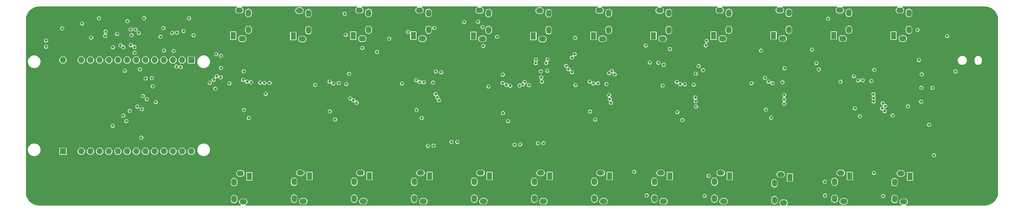
<source format=gbr>
%TF.GenerationSoftware,KiCad,Pcbnew,(7.0.0)*%
%TF.CreationDate,2023-05-02T23:46:26+03:00*%
%TF.ProjectId,24_channel_esp32_energy_meter,32345f63-6861-46e6-9e65-6c5f65737033,rev?*%
%TF.SameCoordinates,PX5ff2fd0PYa4fc540*%
%TF.FileFunction,Copper,L2,Inr*%
%TF.FilePolarity,Positive*%
%FSLAX46Y46*%
G04 Gerber Fmt 4.6, Leading zero omitted, Abs format (unit mm)*
G04 Created by KiCad (PCBNEW (7.0.0)) date 2023-05-02 23:46:26*
%MOMM*%
%LPD*%
G01*
G04 APERTURE LIST*
%TA.AperFunction,ComponentPad*%
%ADD10R,1.700000X1.700000*%
%TD*%
%TA.AperFunction,ComponentPad*%
%ADD11O,1.700000X1.700000*%
%TD*%
%TA.AperFunction,ComponentPad*%
%ADD12C,0.800000*%
%TD*%
%TA.AperFunction,ComponentPad*%
%ADD13C,6.400000*%
%TD*%
%TA.AperFunction,ComponentPad*%
%ADD14O,2.000000X1.500000*%
%TD*%
%TA.AperFunction,ComponentPad*%
%ADD15R,1.400000X2.000000*%
%TD*%
%TA.AperFunction,ComponentPad*%
%ADD16O,1.500000X2.000000*%
%TD*%
%TA.AperFunction,ViaPad*%
%ADD17C,0.800000*%
%TD*%
%TA.AperFunction,ViaPad*%
%ADD18C,1.000000*%
%TD*%
%TA.AperFunction,ViaPad*%
%ADD19C,1.500000*%
%TD*%
G04 APERTURE END LIST*
D10*
%TO.N,unconnected-(J3-Pin_1-Pad1)*%
%TO.C,J3*%
X46144999Y40799999D03*
D11*
%TO.N,unconnected-(J3-Pin_2-Pad2)*%
X43604999Y40799999D03*
%TO.N,unconnected-(J3-Pin_3-Pad3)*%
X41064999Y40799999D03*
%TO.N,unconnected-(J3-Pin_4-Pad4)*%
X38524999Y40799999D03*
%TO.N,unconnected-(J3-Pin_5-Pad5)*%
X35984999Y40799999D03*
%TO.N,/~{CS8}*%
X33444999Y40799999D03*
%TO.N,/~{CS7}*%
X30904999Y40799999D03*
%TO.N,/ESP32/~{INT0}*%
X28364999Y40799999D03*
%TO.N,/ESP32/~{INT1}*%
X25824999Y40799999D03*
%TO.N,/ESP32/~{INT2}*%
X23284999Y40799999D03*
%TO.N,/~{CS2}*%
X20744999Y40799999D03*
%TO.N,unconnected-(J3-Pin_12-Pad12)*%
X18204999Y40799999D03*
%TO.N,/~{CS1}*%
X15664999Y40799999D03*
%TO.N,GND*%
X13124999Y40799999D03*
%TO.N,unconnected-(J3-Pin_15-Pad15)*%
X10584999Y40799999D03*
%TD*%
D10*
%TO.N,VDD*%
%TO.C,J2*%
X10584999Y15399999D03*
D11*
%TO.N,GND*%
X13124999Y15399999D03*
%TO.N,/~{CS3}*%
X15664999Y15399999D03*
%TO.N,/MOSI*%
X18204999Y15399999D03*
%TO.N,/MISO*%
X20744999Y15399999D03*
%TO.N,unconnected-(J2-Pin_6-Pad6)*%
X23284999Y15399999D03*
%TO.N,unconnected-(J2-Pin_7-Pad7)*%
X25824999Y15399999D03*
%TO.N,/SCLK*%
X28364999Y15399999D03*
%TO.N,/~{CS4}*%
X30904999Y15399999D03*
%TO.N,/~{CS5}*%
X33444999Y15399999D03*
%TO.N,/~{CS6}*%
X35984999Y15399999D03*
%TO.N,unconnected-(J2-Pin_12-Pad12)*%
X38524999Y15399999D03*
%TO.N,unconnected-(J2-Pin_13-Pad13)*%
X41064999Y15399999D03*
%TO.N,/ESP32/SDA*%
X43604999Y15399999D03*
%TO.N,/ESP32/SCL*%
X46144999Y15399999D03*
%TD*%
D12*
%TO.N,GND*%
%TO.C,H2*%
X1600000Y52025000D03*
X2302944Y53722056D03*
X2302944Y50327944D03*
X4000000Y54425000D03*
D13*
X4000000Y52025000D03*
D12*
X4000000Y49625000D03*
X5697056Y53722056D03*
X5697056Y50327944D03*
X6400000Y52025000D03*
%TD*%
D14*
%TO.N,unconnected-(CT2-3-Pad1)*%
%TO.C,CT2-3*%
X176186639Y9374998D03*
D15*
%TO.N,unconnected-(CT2-3-Pad2)*%
X178706639Y8525106D03*
D16*
%TO.N,unconnected-(CT2-3-Pad3)*%
X174466640Y2225000D03*
D14*
%TO.N,/ATM90E32AS2/IB-*%
X176986640Y1474999D03*
D16*
%TO.N,/ATM90E32AS2/IB+*%
X174466640Y6924998D03*
%TD*%
D14*
%TO.N,unconnected-(CT2-2-Pad1)*%
%TO.C,CT2-2*%
X126277550Y9374998D03*
D15*
%TO.N,unconnected-(CT2-2-Pad2)*%
X128797550Y8525106D03*
D16*
%TO.N,unconnected-(CT2-2-Pad3)*%
X124557551Y2225000D03*
D14*
%TO.N,/ATM90E32AS1/IB-*%
X127077551Y1474999D03*
D16*
%TO.N,/ATM90E32AS1/IB+*%
X124557551Y6924998D03*
%TD*%
D14*
%TO.N,unconnected-(CT3-7-Pad1)*%
%TO.C,CT3-7*%
X193358804Y46750000D03*
D15*
%TO.N,unconnected-(CT3-7-Pad2)*%
X190838804Y47599892D03*
D16*
%TO.N,unconnected-(CT3-7-Pad3)*%
X195078803Y53899998D03*
D14*
%TO.N,/ATM90E32AS6/IC-*%
X192558803Y54649999D03*
D16*
%TO.N,/ATM90E32AS6/IC+*%
X195078803Y49200000D03*
%TD*%
D14*
%TO.N,unconnected-(CT1-1-Pad1)*%
%TO.C,CT1-1*%
X59732098Y9249998D03*
D15*
%TO.N,unconnected-(CT1-1-Pad2)*%
X62252098Y8400106D03*
D16*
%TO.N,unconnected-(CT1-1-Pad3)*%
X58012099Y2100000D03*
D14*
%TO.N,/ATM90E32AS/IA-*%
X60532099Y1349999D03*
D16*
%TO.N,/ATM90E32AS/IA+*%
X58012099Y6799998D03*
%TD*%
D14*
%TO.N,unconnected-(CT3-4-Pad1)*%
%TO.C,CT3-4*%
X242732098Y9249998D03*
D15*
%TO.N,unconnected-(CT3-4-Pad2)*%
X245252098Y8400106D03*
D16*
%TO.N,unconnected-(CT3-4-Pad3)*%
X241012099Y2100000D03*
D14*
%TO.N,/ATM90E32AS3/IC-*%
X243532099Y1349999D03*
D16*
%TO.N,/ATM90E32AS3/IC+*%
X241012099Y6799998D03*
%TD*%
D14*
%TO.N,unconnected-(CT2-4-Pad1)*%
%TO.C,CT2-4*%
X226095728Y9349998D03*
D15*
%TO.N,unconnected-(CT2-4-Pad2)*%
X228615728Y8500106D03*
D16*
%TO.N,unconnected-(CT2-4-Pad3)*%
X224375729Y2200000D03*
D14*
%TO.N,/ATM90E32AS3/IB-*%
X226895729Y1449999D03*
D16*
%TO.N,/ATM90E32AS3/IB+*%
X224375729Y6899998D03*
%TD*%
D14*
%TO.N,unconnected-(CT1-7-Pad1)*%
%TO.C,CT1-7*%
X160086078Y46700000D03*
D15*
%TO.N,unconnected-(CT1-7-Pad2)*%
X157566078Y47549892D03*
D16*
%TO.N,unconnected-(CT1-7-Pad3)*%
X161806077Y53849998D03*
D14*
%TO.N,/ATM90E32AS6/IA-*%
X159286077Y54599999D03*
D16*
%TO.N,/ATM90E32AS6/IA+*%
X161806077Y49150000D03*
%TD*%
D14*
%TO.N,unconnected-(CT1-4-Pad1)*%
%TO.C,CT1-4*%
X209459365Y8949998D03*
D15*
%TO.N,unconnected-(CT1-4-Pad2)*%
X211979365Y8100106D03*
D16*
%TO.N,unconnected-(CT1-4-Pad3)*%
X207739366Y1800000D03*
D14*
%TO.N,/ATM90E32AS3/IA-*%
X210259366Y1049999D03*
D16*
%TO.N,/ATM90E32AS3/IA+*%
X207739366Y6499998D03*
%TD*%
D14*
%TO.N,unconnected-(CT3-1-Pad1)*%
%TO.C,CT3-1*%
X93004824Y9374998D03*
D15*
%TO.N,unconnected-(CT3-1-Pad2)*%
X95524824Y8525106D03*
D16*
%TO.N,unconnected-(CT3-1-Pad3)*%
X91284825Y2225000D03*
D14*
%TO.N,/ATM90E32AS/IC-*%
X93804825Y1474999D03*
D16*
%TO.N,/ATM90E32AS/IC+*%
X91284825Y6924998D03*
%TD*%
D12*
%TO.N,GND*%
%TO.C,H1*%
X1600000Y4025000D03*
X2302944Y5722056D03*
X2302944Y2327944D03*
X4000000Y6425000D03*
D13*
X4000000Y4025000D03*
D12*
X4000000Y1625000D03*
X5697056Y5722056D03*
X5697056Y2327944D03*
X6400000Y4025000D03*
%TD*%
D14*
%TO.N,unconnected-(CT2-7-Pad1)*%
%TO.C,CT2-7*%
X176722441Y46700000D03*
D15*
%TO.N,unconnected-(CT2-7-Pad2)*%
X174202441Y47549892D03*
D16*
%TO.N,unconnected-(CT2-7-Pad3)*%
X178442440Y53849998D03*
D14*
%TO.N,/ATM90E32AS6/IB-*%
X175922440Y54599999D03*
D16*
%TO.N,/ATM90E32AS6/IB+*%
X178442440Y49150000D03*
%TD*%
D14*
%TO.N,unconnected-(CT1-6-Pad1)*%
%TO.C,CT1-6*%
X110176989Y46750000D03*
D15*
%TO.N,unconnected-(CT1-6-Pad2)*%
X107656989Y47599892D03*
D16*
%TO.N,unconnected-(CT1-6-Pad3)*%
X111896988Y53899998D03*
D14*
%TO.N,/ATM90E32AS5/IA-*%
X109376988Y54649999D03*
D16*
%TO.N,/ATM90E32AS5/IA+*%
X111896988Y49200000D03*
%TD*%
D14*
%TO.N,unconnected-(CT1-5-Pad1)*%
%TO.C,CT1-5*%
X60267900Y46750000D03*
D15*
%TO.N,unconnected-(CT1-5-Pad2)*%
X57747900Y47599892D03*
D16*
%TO.N,unconnected-(CT1-5-Pad3)*%
X61987899Y53899998D03*
D14*
%TO.N,/ATM90E32AS4/IA-*%
X59467899Y54649999D03*
D16*
%TO.N,/ATM90E32AS4/IA+*%
X61987899Y49200000D03*
%TD*%
D12*
%TO.N,GND*%
%TO.C,H3*%
X263600000Y4000000D03*
X264302944Y5697056D03*
X264302944Y2302944D03*
X266000000Y6400000D03*
D13*
X266000000Y4000000D03*
D12*
X266000000Y1600000D03*
X267697056Y5697056D03*
X267697056Y2302944D03*
X268400000Y4000000D03*
%TD*%
D14*
%TO.N,unconnected-(CT3-5-Pad1)*%
%TO.C,CT3-5*%
X93540626Y46750000D03*
D15*
%TO.N,unconnected-(CT3-5-Pad2)*%
X91020626Y47599892D03*
D16*
%TO.N,unconnected-(CT3-5-Pad3)*%
X95260625Y53899998D03*
D14*
%TO.N,/ATM90E32AS4/IC-*%
X92740625Y54649999D03*
D16*
%TO.N,/ATM90E32AS4/IC+*%
X95260625Y49200000D03*
%TD*%
D14*
%TO.N,unconnected-(CT3-2-Pad1)*%
%TO.C,CT3-2*%
X142913913Y9374998D03*
D15*
%TO.N,unconnected-(CT3-2-Pad2)*%
X145433913Y8525106D03*
D16*
%TO.N,unconnected-(CT3-2-Pad3)*%
X141193914Y2225000D03*
D14*
%TO.N,/ATM90E32AS1/IC-*%
X143713914Y1474999D03*
D16*
%TO.N,/ATM90E32AS1/IC+*%
X141193914Y6924998D03*
%TD*%
D12*
%TO.N,GND*%
%TO.C,H4*%
X263600000Y52000000D03*
X264302944Y53697056D03*
X264302944Y50302944D03*
X266000000Y54400000D03*
D13*
X266000000Y52000000D03*
D12*
X266000000Y49600000D03*
X267697056Y53697056D03*
X267697056Y50302944D03*
X268400000Y52000000D03*
%TD*%
D14*
%TO.N,unconnected-(CT2-6-Pad1)*%
%TO.C,CT2-6*%
X126813352Y46700000D03*
D15*
%TO.N,unconnected-(CT2-6-Pad2)*%
X124293352Y47549892D03*
D16*
%TO.N,unconnected-(CT2-6-Pad3)*%
X128533351Y53849998D03*
D14*
%TO.N,/ATM90E32AS5/IB-*%
X126013351Y54599999D03*
D16*
%TO.N,/ATM90E32AS5/IB+*%
X128533351Y49150000D03*
%TD*%
D14*
%TO.N,unconnected-(CT3-6-Pad1)*%
%TO.C,CT3-6*%
X143449715Y46650000D03*
D15*
%TO.N,unconnected-(CT3-6-Pad2)*%
X140929715Y47499892D03*
D16*
%TO.N,unconnected-(CT3-6-Pad3)*%
X145169714Y53799998D03*
D14*
%TO.N,/ATM90E32AS5/IC-*%
X142649714Y54549999D03*
D16*
%TO.N,/ATM90E32AS5/IC+*%
X145169714Y49100000D03*
%TD*%
D14*
%TO.N,unconnected-(CT2-5-Pad1)*%
%TO.C,CT2-5*%
X76904263Y46650000D03*
D15*
%TO.N,unconnected-(CT2-5-Pad2)*%
X74384263Y47499892D03*
D16*
%TO.N,unconnected-(CT2-5-Pad3)*%
X78624262Y53799998D03*
D14*
%TO.N,/ATM90E32AS4/IB-*%
X76104262Y54549999D03*
D16*
%TO.N,/ATM90E32AS4/IB+*%
X78624262Y49100000D03*
%TD*%
D14*
%TO.N,unconnected-(CT1-2-Pad1)*%
%TO.C,CT1-2*%
X109641187Y9374998D03*
D15*
%TO.N,unconnected-(CT1-2-Pad2)*%
X112161187Y8525106D03*
D16*
%TO.N,unconnected-(CT1-2-Pad3)*%
X107921188Y2225000D03*
D14*
%TO.N,/ATM90E32AS1/IA-*%
X110441188Y1474999D03*
D16*
%TO.N,/ATM90E32AS1/IA+*%
X107921188Y6924998D03*
%TD*%
D14*
%TO.N,unconnected-(CT1-3-Pad1)*%
%TO.C,CT1-3*%
X159550276Y9374998D03*
D15*
%TO.N,unconnected-(CT1-3-Pad2)*%
X162070276Y8525106D03*
D16*
%TO.N,unconnected-(CT1-3-Pad3)*%
X157830277Y2225000D03*
D14*
%TO.N,/ATM90E32AS2/IA-*%
X160350277Y1474999D03*
D16*
%TO.N,/ATM90E32AS2/IA+*%
X157830277Y6924998D03*
%TD*%
D14*
%TO.N,unconnected-(CT3-8-Pad1)*%
%TO.C,CT3-8*%
X243267900Y46750000D03*
D15*
%TO.N,unconnected-(CT3-8-Pad2)*%
X240747900Y47599892D03*
D16*
%TO.N,unconnected-(CT3-8-Pad3)*%
X244987899Y53899998D03*
D14*
%TO.N,/ATM90E32AS7_Voltage_Sense/IC-*%
X242467899Y54649999D03*
D16*
%TO.N,/ATM90E32AS7_Voltage_Sense/IC+*%
X244987899Y49200000D03*
%TD*%
D14*
%TO.N,unconnected-(CT3-3-Pad1)*%
%TO.C,CT3-3*%
X192823002Y9374998D03*
D15*
%TO.N,unconnected-(CT3-3-Pad2)*%
X195343002Y8525106D03*
D16*
%TO.N,unconnected-(CT3-3-Pad3)*%
X191103003Y2225000D03*
D14*
%TO.N,/ATM90E32AS2/IC-*%
X193623003Y1474999D03*
D16*
%TO.N,/ATM90E32AS2/IC+*%
X191103003Y6924998D03*
%TD*%
D14*
%TO.N,unconnected-(CT1-8-Pad1)*%
%TO.C,CT1-8*%
X209995167Y46775000D03*
D15*
%TO.N,unconnected-(CT1-8-Pad2)*%
X207475167Y47624892D03*
D16*
%TO.N,unconnected-(CT1-8-Pad3)*%
X211715166Y53924998D03*
D14*
%TO.N,/ATM90E32AS7_Voltage_Sense/IA-*%
X209195166Y54674999D03*
D16*
%TO.N,/ATM90E32AS7_Voltage_Sense/IA+*%
X211715166Y49225000D03*
%TD*%
D14*
%TO.N,unconnected-(CT2-1-Pad1)*%
%TO.C,CT2-1*%
X76368461Y9374998D03*
D15*
%TO.N,unconnected-(CT2-1-Pad2)*%
X78888461Y8525106D03*
D16*
%TO.N,unconnected-(CT2-1-Pad3)*%
X74648462Y2225000D03*
D14*
%TO.N,/ATM90E32AS/IB-*%
X77168462Y1474999D03*
D16*
%TO.N,/ATM90E32AS/IB+*%
X74648462Y6924998D03*
%TD*%
D14*
%TO.N,unconnected-(CT2-8-Pad1)*%
%TO.C,CT2-8*%
X226631530Y46775000D03*
D15*
%TO.N,unconnected-(CT2-8-Pad2)*%
X224111530Y47624892D03*
D16*
%TO.N,unconnected-(CT2-8-Pad3)*%
X228351529Y53924998D03*
D14*
%TO.N,/ATM90E32AS7_Voltage_Sense/IB-*%
X225831529Y54674999D03*
D16*
%TO.N,/ATM90E32AS7_Voltage_Sense/IB+*%
X228351529Y49225000D03*
%TD*%
D17*
%TO.N,GND*%
X81030001Y23725000D03*
X201880000Y24225000D03*
X208930000Y26150000D03*
X57200000Y19450000D03*
X188942500Y18000000D03*
X157215000Y19075000D03*
X100155001Y22600000D03*
X13015000Y51225000D03*
X57200000Y25755000D03*
X93905001Y24250000D03*
X245350000Y32575000D03*
D18*
X263900000Y17300000D03*
D17*
X147767500Y23950000D03*
X131192500Y30625000D03*
X201880000Y25830000D03*
X129017500Y24880000D03*
X80605001Y32375000D03*
X90805001Y18175000D03*
X76115000Y26500500D03*
X233200000Y27350000D03*
X171892500Y24375000D03*
X114044400Y34374353D03*
X245250000Y34500000D03*
X81030001Y19025000D03*
X177292500Y25180000D03*
X69400000Y29075000D03*
X134890000Y31875500D03*
X235521329Y35052568D03*
X251750000Y30350000D03*
X114830001Y18587500D03*
X138792500Y17725000D03*
X123880001Y32112500D03*
X153142500Y19000000D03*
X88080001Y25650000D03*
X213530000Y18650000D03*
X190167500Y24100000D03*
X164792500Y18125000D03*
X153142500Y25305000D03*
X245275000Y25275000D03*
X153142500Y23700000D03*
X169417500Y18075000D03*
X241451731Y29514644D03*
X220630000Y24900000D03*
X160192500Y25625000D03*
X196117500Y31550000D03*
X137614703Y30582673D03*
X135692500Y26025000D03*
X166017500Y24225000D03*
X256250000Y24850000D03*
D18*
X259115000Y8650000D03*
D17*
X196042500Y24250000D03*
X183815000Y31175000D03*
X63745000Y31505000D03*
X56325000Y30975000D03*
X208555000Y26975000D03*
X225650000Y31425000D03*
X251415000Y39325000D03*
X176867500Y32225000D03*
X99755001Y33625000D03*
X136067500Y25200000D03*
X171640000Y33612500D03*
X141217500Y28200000D03*
X145292500Y17650000D03*
X162140610Y34023612D03*
X251565000Y50975000D03*
X211655000Y18675000D03*
X248025000Y24250000D03*
X250050000Y17125000D03*
X129017500Y23275000D03*
X100565000Y28350000D03*
X97305001Y18100000D03*
D18*
X265500000Y14800000D03*
D17*
X220605000Y34125000D03*
X184342500Y25500000D03*
X75925000Y34050000D03*
X242800000Y18975000D03*
X147742500Y33175000D03*
X165342500Y28625000D03*
X68850000Y18575000D03*
X162917500Y18150000D03*
X70075000Y24675000D03*
X216806731Y29139644D03*
X134092500Y17725000D03*
X257275000Y25150000D03*
X93230001Y28650000D03*
X76325000Y23025000D03*
X72126731Y29064644D03*
X238725000Y29525000D03*
X233065000Y32125000D03*
D19*
X264460000Y28450000D03*
D17*
X152267500Y30525000D03*
X201455000Y32875000D03*
X129017500Y18575000D03*
X177292500Y23575000D03*
X116705001Y18562500D03*
X171756143Y30622681D03*
X181365000Y18950000D03*
X59375000Y31500000D03*
X28290000Y47050000D03*
X204055000Y31575000D03*
X83205001Y31075000D03*
X107230001Y31487500D03*
X99780001Y24400000D03*
X65550705Y31223843D03*
X201005000Y31050000D03*
X226100000Y33250000D03*
X117930001Y24662500D03*
X66975000Y18600000D03*
X176417500Y30400000D03*
X193567500Y17950000D03*
X128592500Y31925000D03*
X99855001Y31700000D03*
X76025000Y32125000D03*
X123805001Y24812500D03*
X252690000Y35625000D03*
X245650000Y23475000D03*
D18*
X267100000Y17300000D03*
D17*
X92680001Y18150000D03*
X81030001Y25330000D03*
X111615000Y31675000D03*
X123780001Y34037500D03*
X187067500Y18025000D03*
X95956732Y28639644D03*
X105055001Y19437500D03*
X171240000Y21225000D03*
X111730001Y26887500D03*
X155317500Y31050000D03*
X214080000Y29150000D03*
X186440000Y34000000D03*
X75950000Y24825000D03*
X57200000Y24150000D03*
X257275000Y26825000D03*
X231600000Y19050000D03*
X80155001Y30550000D03*
X147065000Y20825000D03*
X201880000Y19525000D03*
X239400000Y25125000D03*
X192219231Y28489644D03*
X249790000Y32925000D03*
X214755000Y24750000D03*
X168069231Y28614644D03*
X251290000Y45975000D03*
X208440000Y31675000D03*
X14715000Y46250000D03*
X147842500Y31250000D03*
X179467500Y30925000D03*
X128142500Y30100000D03*
X119981732Y29052144D03*
X143944231Y28189644D03*
X147915000Y25150000D03*
X104180001Y30962500D03*
X189492500Y28500000D03*
X104965000Y23750000D03*
X233575000Y26525000D03*
X73475000Y18525000D03*
X220865000Y28000000D03*
X89550000Y30850000D03*
X226525000Y24600000D03*
X112690000Y26150000D03*
X121330001Y18512500D03*
X196090000Y25875000D03*
X249550000Y25750000D03*
X105015000Y25975500D03*
X56775000Y32800000D03*
X211065000Y34400000D03*
X123815000Y28774500D03*
X177292500Y18875000D03*
X63875000Y26900000D03*
X251800000Y31825000D03*
X221005000Y23100000D03*
X196417500Y22450000D03*
X238175000Y19025000D03*
X87705001Y26475000D03*
D18*
X261640000Y10425000D03*
D17*
X226525000Y26205000D03*
X226525000Y19900000D03*
X141892500Y23800000D03*
X218155000Y18600000D03*
X152717500Y32350000D03*
X117180734Y28409266D03*
X109265000Y18700000D03*
X64250000Y26075000D03*
X40940000Y47050000D03*
X228700000Y31950000D03*
X159690000Y31150000D03*
X104630001Y32787500D03*
X87600000Y31100000D03*
X140667500Y17700000D03*
X62275000Y18600000D03*
X86105001Y18175000D03*
X124180001Y23012500D03*
X159817500Y26450000D03*
X171893000Y26025000D03*
X183967500Y26325000D03*
X251725000Y28975000D03*
D18*
X259090000Y12075000D03*
D17*
X220705000Y32200000D03*
X254100000Y19650000D03*
X41365000Y50950000D03*
X26240000Y50950000D03*
X236300000Y19050000D03*
X196017500Y33475000D03*
X206955000Y18675000D03*
%TO.N,VDD*%
X85955001Y24237500D03*
X113105001Y34512500D03*
X20565000Y52375000D03*
X80505001Y33875000D03*
X133942500Y23787500D03*
X235425000Y38075000D03*
X84530001Y26475000D03*
X60675000Y37650000D03*
X234575000Y34975000D03*
X182217500Y24087500D03*
X156642500Y26450000D03*
X210540000Y38525000D03*
X132450000Y36750000D03*
X206805000Y24737500D03*
X113875000Y37600000D03*
X89900000Y36975000D03*
X65250000Y34525000D03*
X33065000Y52450000D03*
X161192500Y34075000D03*
X108555001Y26887500D03*
X15865000Y50950000D03*
X109980001Y24650000D03*
X209930000Y34600000D03*
X185875000Y37025000D03*
X60700000Y26900000D03*
X158067500Y24212500D03*
X251900000Y14275000D03*
X180792500Y26325000D03*
X161890000Y37150000D03*
X137067500Y33650000D03*
X176767500Y33725000D03*
X62125000Y24662500D03*
X132517500Y26025000D03*
X250575000Y22800000D03*
X152617500Y33850000D03*
X89080001Y34100000D03*
X201355000Y34375000D03*
X45490000Y52425000D03*
X226000000Y34750000D03*
X231450000Y25112500D03*
X128492500Y33425000D03*
X28440000Y51600000D03*
X104530001Y34287500D03*
X56675000Y34300000D03*
X230025000Y27350000D03*
X205380000Y26975000D03*
X185342500Y33950000D03*
%TO.N,/ATM90E32AS2/IB-*%
X113290000Y16975000D03*
X172315000Y3100000D03*
%TO.N,/ATM90E32AS2/IB+*%
X111740000Y16925000D03*
X168865000Y9700000D03*
%TO.N,/ATM90E32AS3/IB-*%
X221740000Y3100000D03*
X137265000Y17350000D03*
%TO.N,/ATM90E32AS3/IB+*%
X221650001Y6899999D03*
X135715000Y17200000D03*
%TO.N,/ATM90E32AS4/IB-*%
X142990000Y37650000D03*
X141640000Y40900000D03*
%TO.N,/ATM90E32AS4/IB+*%
X144790000Y37825000D03*
X141565000Y39950000D03*
%TO.N,/ATM90E32AS5/IB-*%
X121765000Y51374500D03*
X150640000Y38250000D03*
%TO.N,/ATM90E32AS5/IB+*%
X127040000Y44725000D03*
X150015000Y39175500D03*
%TO.N,/ATM90E32AS6/IB-*%
X178740000Y43875000D03*
X177040000Y39475000D03*
%TO.N,/ATM90E32AS6/IB+*%
X175565000Y40050000D03*
X172090000Y44850000D03*
%TO.N,/ATM90E32AS2/IC-*%
X188340000Y3025000D03*
X119865000Y18025000D03*
%TO.N,/ATM90E32AS2/IC+*%
X189453003Y8575000D03*
X118265000Y17975000D03*
%TO.N,/ATM90E32AS3/IC-*%
X143740000Y17650000D03*
X237840000Y2925000D03*
%TO.N,/ATM90E32AS3/IC+*%
X235275000Y9390000D03*
X142215000Y17625000D03*
%TO.N,/ATM90E32AS4/IC-*%
X88640000Y53700000D03*
X144840000Y40975000D03*
X88940000Y47825000D03*
X143265000Y34775000D03*
%TO.N,/ATM90E32AS4/IC+*%
X144465000Y39975000D03*
X143090000Y35925000D03*
%TO.N,/ATM90E32AS5/IC-*%
X163450000Y36800000D03*
X152340000Y42425000D03*
%TO.N,/ATM90E32AS5/IC+*%
X151615000Y41450000D03*
X162662642Y37701887D03*
%TO.N,/ATM90E32AS6/IC-*%
X187940000Y37975000D03*
X188915000Y46150000D03*
%TO.N,/ATM90E32AS6/IC+*%
X188690000Y44875000D03*
X186715000Y39075000D03*
%TO.N,/CH1_WARN*%
X40840000Y48350000D03*
X67850000Y34425000D03*
%TO.N,/CH1_IRQ0*%
X66750000Y31400000D03*
X38390000Y49650000D03*
%TO.N,/CH1_IRQ1*%
X66400000Y34450000D03*
X42177500Y48437500D03*
%TO.N,/SCLK*%
X158825000Y34325000D03*
X110575000Y34625000D03*
X62700000Y34600000D03*
X207225000Y34350000D03*
X52815000Y32825000D03*
X134525000Y33600000D03*
X182875000Y34025000D03*
X232150000Y35150000D03*
X87000000Y34400000D03*
%TO.N,/MISO*%
X133450000Y33875000D03*
X181625000Y34125000D03*
X230925000Y35125000D03*
X157575000Y34275000D03*
X109475000Y34675000D03*
X61600000Y34800000D03*
X206075000Y34775000D03*
X85500000Y34275000D03*
X51265000Y34450000D03*
%TO.N,/MOSI*%
X84475000Y34775000D03*
X180650000Y34700000D03*
X108450000Y35200000D03*
X156525000Y34800000D03*
X60500000Y35300000D03*
X205125000Y35825000D03*
X132400000Y34425000D03*
X229750000Y36300000D03*
%TO.N,/CH2_WARN*%
X91965000Y28925000D03*
X46790000Y47675000D03*
X43215000Y38824500D03*
%TO.N,/CH2_IRQ0*%
X91040000Y29575000D03*
X37640000Y47300000D03*
%TO.N,/CH2_IRQ1*%
X41290000Y43300000D03*
X90174877Y30135099D03*
%TO.N,/CH3_WARN*%
X29315000Y49300000D03*
X114790000Y29575000D03*
%TO.N,/CH3_IRQ0*%
X38565000Y43450000D03*
X114290000Y30450000D03*
%TO.N,/CH3_IRQ1*%
X43990000Y48875000D03*
X42040000Y39000000D03*
X113840000Y31350000D03*
%TO.N,/~{CS3}*%
X35215000Y35775000D03*
%TO.N,/CH4_WARN*%
X31915000Y38200000D03*
X139690000Y33800000D03*
%TO.N,/CH4_IRQ0*%
X25615000Y48075000D03*
X138570429Y34706419D03*
%TO.N,/CH4_IRQ1*%
X137957278Y33981436D03*
X29590000Y47725000D03*
%TO.N,/~{CS4}*%
X54290000Y36000000D03*
X115350000Y37400000D03*
%TO.N,/CH5_WARN*%
X31573814Y48339024D03*
X162390000Y28900000D03*
X27290000Y44325000D03*
X27730734Y37840734D03*
%TO.N,/CH5_IRQ0*%
X162090000Y29925000D03*
X29390000Y44950000D03*
%TO.N,/CH5_IRQ1*%
X161915000Y31050000D03*
X30390000Y44400000D03*
%TO.N,/~{CS5}*%
X151625000Y37400000D03*
X53165000Y36300000D03*
%TO.N,/CH6_WARN*%
X32715000Y30775000D03*
X185965000Y27875000D03*
%TO.N,/CH6_IRQ0*%
X185915000Y29325000D03*
X26536468Y44902708D03*
X30665000Y49300000D03*
X33465000Y35675000D03*
X35465000Y33475000D03*
X36265000Y29125000D03*
%TO.N,/CH6_IRQ1*%
X33840000Y29900000D03*
X185815000Y30400000D03*
%TO.N,/~{CS6}*%
X130875000Y47275000D03*
X173200000Y40125000D03*
X106225000Y48625000D03*
X52390000Y35300000D03*
X32290000Y19175000D03*
%TO.N,/CH7_WARN*%
X10390000Y49575000D03*
X29090000Y26625000D03*
X18390000Y47075000D03*
X210415000Y28675000D03*
%TO.N,/CH7_IRQ0*%
X210415000Y29825000D03*
X31165000Y27850000D03*
%TO.N,/CH7_IRQ1*%
X210440000Y31075000D03*
X32440000Y27125000D03*
%TO.N,/~{CS7}*%
X125590000Y51475000D03*
X152490000Y46950000D03*
X54415000Y41950000D03*
X54415000Y38575000D03*
X100965000Y46700000D03*
%TO.N,/CH8_WARN*%
X24390000Y22500000D03*
X5915000Y46225000D03*
X22415000Y48725000D03*
X235215000Y29275000D03*
%TO.N,/CH8_IRQ0*%
X235215000Y30275000D03*
X5915500Y44525000D03*
X28165000Y23800000D03*
X22265000Y47525000D03*
%TO.N,/CH8_IRQ1*%
X235140000Y31300000D03*
X27290000Y25325000D03*
%TO.N,/~{CS8}*%
X97615000Y43025000D03*
X93515000Y44200000D03*
X53040000Y42425000D03*
X113515000Y49725000D03*
X126893693Y49975500D03*
X204015000Y43400000D03*
%TO.N,/ESP32/~{INT0}*%
X30465000Y42800000D03*
%TO.N,/ESP32/~{INT1}*%
X24415000Y44350000D03*
%TO.N,/ATM90E32AS7_Voltage_Sense/IB+*%
X219375000Y39950000D03*
X218150000Y43700000D03*
%TO.N,/ATM90E32AS7_Voltage_Sense/IB-*%
X220000000Y38200000D03*
X222600000Y52275000D03*
%TO.N,VA+*%
X257890000Y37625000D03*
X255565000Y47475000D03*
%TO.N,/ATM90E32AS7_Voltage_Sense/V1P*%
X240515000Y25350000D03*
X247740000Y40800000D03*
%TO.N,Net-(IC8-V1N)*%
X248390000Y29225000D03*
X238267475Y26574500D03*
%TO.N,Net-(IC8-V2N)*%
X238415000Y28000000D03*
X248415000Y33075000D03*
%TO.N,Net-(IC8-V3N)*%
X248515000Y36800000D03*
X237715000Y28750000D03*
%TO.N,/ATM90E32AS7_Voltage_Sense/V2P*%
X237540000Y27325000D03*
X247340000Y49200000D03*
%TO.N,/ATM90E32AS7_Voltage_Sense/V3P*%
X251515000Y33050000D03*
X244690000Y27900000D03*
%TD*%
%TA.AperFunction,Conductor*%
%TO.N,GND*%
G36*
X58833913Y55682887D02*
G01*
X58879300Y55637500D01*
X58895913Y55575500D01*
X58879300Y55513500D01*
X58833913Y55468113D01*
X58691310Y55385782D01*
X58691304Y55385778D01*
X58685684Y55382533D01*
X58680862Y55378192D01*
X58680856Y55378187D01*
X58549842Y55260221D01*
X58549837Y55260216D01*
X58545012Y55255871D01*
X58541195Y55250619D01*
X58541190Y55250612D01*
X58437569Y55107989D01*
X58437565Y55107984D01*
X58433749Y55102730D01*
X58431107Y55096798D01*
X58431105Y55096793D01*
X58359401Y54935746D01*
X58359398Y54935738D01*
X58356756Y54929803D01*
X58355405Y54923448D01*
X58355403Y54923441D01*
X58318752Y54751009D01*
X58317400Y54744646D01*
X58317400Y54555354D01*
X58318751Y54548995D01*
X58318752Y54548992D01*
X58355403Y54376560D01*
X58355404Y54376556D01*
X58356756Y54370197D01*
X58359399Y54364260D01*
X58359401Y54364255D01*
X58418377Y54231795D01*
X58433749Y54197270D01*
X58437568Y54192013D01*
X58437569Y54192012D01*
X58540671Y54050103D01*
X58545012Y54044129D01*
X58549841Y54039781D01*
X58549842Y54039780D01*
X58605372Y53989780D01*
X58685684Y53917467D01*
X58849616Y53822821D01*
X59029644Y53764326D01*
X59170708Y53749500D01*
X59761850Y53749500D01*
X59765092Y53749500D01*
X59906156Y53764326D01*
X60086184Y53822821D01*
X60250116Y53917467D01*
X60390788Y54044129D01*
X60502051Y54197270D01*
X60579044Y54370197D01*
X60618400Y54555354D01*
X60618400Y54744646D01*
X60579044Y54929803D01*
X60502051Y55102730D01*
X60390788Y55255871D01*
X60380348Y55265271D01*
X60254943Y55378187D01*
X60254941Y55378189D01*
X60250116Y55382533D01*
X60214342Y55403187D01*
X60101887Y55468113D01*
X60056500Y55513500D01*
X60039887Y55575500D01*
X60056500Y55637500D01*
X60101887Y55682887D01*
X60163887Y55699500D01*
X92044639Y55699500D01*
X92106639Y55682887D01*
X92152026Y55637500D01*
X92168639Y55575500D01*
X92152026Y55513500D01*
X92106639Y55468113D01*
X91964036Y55385782D01*
X91964030Y55385778D01*
X91958410Y55382533D01*
X91953588Y55378192D01*
X91953582Y55378187D01*
X91822568Y55260221D01*
X91822563Y55260216D01*
X91817738Y55255871D01*
X91813921Y55250619D01*
X91813916Y55250612D01*
X91710295Y55107989D01*
X91710291Y55107984D01*
X91706475Y55102730D01*
X91703833Y55096798D01*
X91703831Y55096793D01*
X91632127Y54935746D01*
X91632124Y54935738D01*
X91629482Y54929803D01*
X91628131Y54923448D01*
X91628129Y54923441D01*
X91591478Y54751009D01*
X91590126Y54744646D01*
X91590126Y54555354D01*
X91591477Y54548995D01*
X91591478Y54548992D01*
X91628129Y54376560D01*
X91628130Y54376556D01*
X91629482Y54370197D01*
X91632125Y54364260D01*
X91632127Y54364255D01*
X91691103Y54231795D01*
X91706475Y54197270D01*
X91710294Y54192013D01*
X91710295Y54192012D01*
X91813397Y54050103D01*
X91817738Y54044129D01*
X91822567Y54039781D01*
X91822568Y54039780D01*
X91878098Y53989780D01*
X91958410Y53917467D01*
X92122342Y53822821D01*
X92302370Y53764326D01*
X92443434Y53749500D01*
X93034576Y53749500D01*
X93037818Y53749500D01*
X93178882Y53764326D01*
X93358910Y53822821D01*
X93522842Y53917467D01*
X93663514Y54044129D01*
X93774777Y54197270D01*
X93851770Y54370197D01*
X93891126Y54555354D01*
X93891126Y54744646D01*
X93851770Y54929803D01*
X93774777Y55102730D01*
X93663514Y55255871D01*
X93653074Y55265271D01*
X93527669Y55378187D01*
X93527667Y55378189D01*
X93522842Y55382533D01*
X93487068Y55403187D01*
X93374613Y55468113D01*
X93329226Y55513500D01*
X93312613Y55575500D01*
X93329226Y55637500D01*
X93374613Y55682887D01*
X93436613Y55699500D01*
X108681002Y55699500D01*
X108743002Y55682887D01*
X108788389Y55637500D01*
X108805002Y55575500D01*
X108788389Y55513500D01*
X108743002Y55468113D01*
X108600399Y55385782D01*
X108600393Y55385778D01*
X108594773Y55382533D01*
X108589951Y55378192D01*
X108589945Y55378187D01*
X108458931Y55260221D01*
X108458926Y55260216D01*
X108454101Y55255871D01*
X108450284Y55250619D01*
X108450279Y55250612D01*
X108346658Y55107989D01*
X108346654Y55107984D01*
X108342838Y55102730D01*
X108340196Y55096798D01*
X108340194Y55096793D01*
X108268490Y54935746D01*
X108268487Y54935738D01*
X108265845Y54929803D01*
X108264494Y54923448D01*
X108264492Y54923441D01*
X108227841Y54751009D01*
X108226489Y54744646D01*
X108226489Y54555354D01*
X108227840Y54548995D01*
X108227841Y54548992D01*
X108264492Y54376560D01*
X108264493Y54376556D01*
X108265845Y54370197D01*
X108268488Y54364260D01*
X108268490Y54364255D01*
X108327466Y54231795D01*
X108342838Y54197270D01*
X108346657Y54192013D01*
X108346658Y54192012D01*
X108449760Y54050103D01*
X108454101Y54044129D01*
X108458930Y54039781D01*
X108458931Y54039780D01*
X108514461Y53989780D01*
X108594773Y53917467D01*
X108758705Y53822821D01*
X108938733Y53764326D01*
X109079797Y53749500D01*
X109670939Y53749500D01*
X109674181Y53749500D01*
X109815245Y53764326D01*
X109995273Y53822821D01*
X110159205Y53917467D01*
X110299877Y54044129D01*
X110411140Y54197270D01*
X110488133Y54370197D01*
X110527489Y54555354D01*
X110527489Y54744646D01*
X110488133Y54929803D01*
X110411140Y55102730D01*
X110299877Y55255871D01*
X110289437Y55265271D01*
X110164032Y55378187D01*
X110164030Y55378189D01*
X110159205Y55382533D01*
X110123431Y55403187D01*
X110010976Y55468113D01*
X109965589Y55513500D01*
X109948976Y55575500D01*
X109965589Y55637500D01*
X110010976Y55682887D01*
X110072976Y55699500D01*
X125450280Y55699500D01*
X125516722Y55680197D01*
X125562479Y55628297D01*
X125573302Y55559959D01*
X125545824Y55496460D01*
X125488598Y55457569D01*
X125401246Y55429187D01*
X125401240Y55429185D01*
X125395068Y55427179D01*
X125389446Y55423934D01*
X125389441Y55423931D01*
X125236762Y55335782D01*
X125236756Y55335778D01*
X125231136Y55332533D01*
X125226314Y55328192D01*
X125226308Y55328187D01*
X125095294Y55210221D01*
X125095289Y55210216D01*
X125090464Y55205871D01*
X125086647Y55200619D01*
X125086642Y55200612D01*
X124983021Y55057989D01*
X124983017Y55057984D01*
X124979201Y55052730D01*
X124976559Y55046798D01*
X124976557Y55046793D01*
X124904853Y54885746D01*
X124904850Y54885738D01*
X124902208Y54879803D01*
X124900857Y54873448D01*
X124900855Y54873441D01*
X124864204Y54701009D01*
X124862852Y54694646D01*
X124862852Y54505354D01*
X124864203Y54498995D01*
X124864204Y54498992D01*
X124900855Y54326560D01*
X124900856Y54326556D01*
X124902208Y54320197D01*
X124904851Y54314260D01*
X124904853Y54314255D01*
X124947287Y54218949D01*
X124979201Y54147270D01*
X124983020Y54142013D01*
X124983021Y54142012D01*
X125057296Y54039780D01*
X125090464Y53994129D01*
X125095293Y53989781D01*
X125095294Y53989780D01*
X125175605Y53917467D01*
X125231136Y53867467D01*
X125395068Y53772821D01*
X125575096Y53714326D01*
X125716160Y53699500D01*
X126307302Y53699500D01*
X126310544Y53699500D01*
X126451608Y53714326D01*
X126631636Y53772821D01*
X126795568Y53867467D01*
X126936240Y53994129D01*
X127047503Y54147270D01*
X127124496Y54320197D01*
X127163852Y54505354D01*
X127163852Y54694646D01*
X127124496Y54879803D01*
X127047503Y55052730D01*
X126936240Y55205871D01*
X126880710Y55255871D01*
X126800395Y55328187D01*
X126800393Y55328189D01*
X126795568Y55332533D01*
X126723864Y55373931D01*
X126637262Y55423931D01*
X126637260Y55423932D01*
X126631636Y55427179D01*
X126625459Y55429186D01*
X126625457Y55429187D01*
X126538106Y55457569D01*
X126480880Y55496460D01*
X126453402Y55559959D01*
X126464225Y55628297D01*
X126509982Y55680197D01*
X126576424Y55699500D01*
X158723006Y55699500D01*
X158789448Y55680197D01*
X158835205Y55628297D01*
X158846028Y55559959D01*
X158818550Y55496460D01*
X158761324Y55457569D01*
X158673972Y55429187D01*
X158673966Y55429185D01*
X158667794Y55427179D01*
X158662172Y55423934D01*
X158662167Y55423931D01*
X158509488Y55335782D01*
X158509482Y55335778D01*
X158503862Y55332533D01*
X158499040Y55328192D01*
X158499034Y55328187D01*
X158368020Y55210221D01*
X158368015Y55210216D01*
X158363190Y55205871D01*
X158359373Y55200619D01*
X158359368Y55200612D01*
X158255747Y55057989D01*
X158255743Y55057984D01*
X158251927Y55052730D01*
X158249285Y55046798D01*
X158249283Y55046793D01*
X158177579Y54885746D01*
X158177576Y54885738D01*
X158174934Y54879803D01*
X158173583Y54873448D01*
X158173581Y54873441D01*
X158136930Y54701009D01*
X158135578Y54694646D01*
X158135578Y54505354D01*
X158136929Y54498995D01*
X158136930Y54498992D01*
X158173581Y54326560D01*
X158173582Y54326556D01*
X158174934Y54320197D01*
X158177577Y54314260D01*
X158177579Y54314255D01*
X158220013Y54218949D01*
X158251927Y54147270D01*
X158255746Y54142013D01*
X158255747Y54142012D01*
X158330022Y54039780D01*
X158363190Y53994129D01*
X158368019Y53989781D01*
X158368020Y53989780D01*
X158448331Y53917467D01*
X158503862Y53867467D01*
X158667794Y53772821D01*
X158847822Y53714326D01*
X158988886Y53699500D01*
X159580028Y53699500D01*
X159583270Y53699500D01*
X159724334Y53714326D01*
X159904362Y53772821D01*
X160068294Y53867467D01*
X160208966Y53994129D01*
X160320229Y54147270D01*
X160397222Y54320197D01*
X160436578Y54505354D01*
X160436578Y54694646D01*
X160397222Y54879803D01*
X160320229Y55052730D01*
X160208966Y55205871D01*
X160153436Y55255871D01*
X160073121Y55328187D01*
X160073119Y55328189D01*
X160068294Y55332533D01*
X159996590Y55373931D01*
X159909988Y55423931D01*
X159909986Y55423932D01*
X159904362Y55427179D01*
X159898185Y55429186D01*
X159898183Y55429187D01*
X159810832Y55457569D01*
X159753606Y55496460D01*
X159726128Y55559959D01*
X159736951Y55628297D01*
X159782708Y55680197D01*
X159849150Y55699500D01*
X175359369Y55699500D01*
X175425811Y55680197D01*
X175471568Y55628297D01*
X175482391Y55559959D01*
X175454913Y55496460D01*
X175397687Y55457569D01*
X175310335Y55429187D01*
X175310329Y55429185D01*
X175304157Y55427179D01*
X175298535Y55423934D01*
X175298530Y55423931D01*
X175145851Y55335782D01*
X175145845Y55335778D01*
X175140225Y55332533D01*
X175135403Y55328192D01*
X175135397Y55328187D01*
X175004383Y55210221D01*
X175004378Y55210216D01*
X174999553Y55205871D01*
X174995736Y55200619D01*
X174995731Y55200612D01*
X174892110Y55057989D01*
X174892106Y55057984D01*
X174888290Y55052730D01*
X174885648Y55046798D01*
X174885646Y55046793D01*
X174813942Y54885746D01*
X174813939Y54885738D01*
X174811297Y54879803D01*
X174809946Y54873448D01*
X174809944Y54873441D01*
X174773293Y54701009D01*
X174771941Y54694646D01*
X174771941Y54505354D01*
X174773292Y54498995D01*
X174773293Y54498992D01*
X174809944Y54326560D01*
X174809945Y54326556D01*
X174811297Y54320197D01*
X174813940Y54314260D01*
X174813942Y54314255D01*
X174856376Y54218949D01*
X174888290Y54147270D01*
X174892109Y54142013D01*
X174892110Y54142012D01*
X174966385Y54039780D01*
X174999553Y53994129D01*
X175004382Y53989781D01*
X175004383Y53989780D01*
X175084694Y53917467D01*
X175140225Y53867467D01*
X175304157Y53772821D01*
X175484185Y53714326D01*
X175625249Y53699500D01*
X176216391Y53699500D01*
X176219633Y53699500D01*
X176360697Y53714326D01*
X176540725Y53772821D01*
X176704657Y53867467D01*
X176845329Y53994129D01*
X176956592Y54147270D01*
X177033585Y54320197D01*
X177072941Y54505354D01*
X177072941Y54694646D01*
X177033585Y54879803D01*
X176956592Y55052730D01*
X176845329Y55205871D01*
X176789799Y55255871D01*
X176709484Y55328187D01*
X176709482Y55328189D01*
X176704657Y55332533D01*
X176632953Y55373931D01*
X176546351Y55423931D01*
X176546349Y55423932D01*
X176540725Y55427179D01*
X176534548Y55429186D01*
X176534546Y55429187D01*
X176447195Y55457569D01*
X176389969Y55496460D01*
X176362491Y55559959D01*
X176373314Y55628297D01*
X176419071Y55680197D01*
X176485513Y55699500D01*
X191862817Y55699500D01*
X191924817Y55682887D01*
X191970204Y55637500D01*
X191986817Y55575500D01*
X191970204Y55513500D01*
X191924817Y55468113D01*
X191782214Y55385782D01*
X191782208Y55385778D01*
X191776588Y55382533D01*
X191771766Y55378192D01*
X191771760Y55378187D01*
X191640746Y55260221D01*
X191640741Y55260216D01*
X191635916Y55255871D01*
X191632099Y55250619D01*
X191632094Y55250612D01*
X191528473Y55107989D01*
X191528469Y55107984D01*
X191524653Y55102730D01*
X191522011Y55096798D01*
X191522009Y55096793D01*
X191450305Y54935746D01*
X191450302Y54935738D01*
X191447660Y54929803D01*
X191446309Y54923448D01*
X191446307Y54923441D01*
X191409656Y54751009D01*
X191408304Y54744646D01*
X191408304Y54555354D01*
X191409655Y54548995D01*
X191409656Y54548992D01*
X191446307Y54376560D01*
X191446308Y54376556D01*
X191447660Y54370197D01*
X191450303Y54364260D01*
X191450305Y54364255D01*
X191509281Y54231795D01*
X191524653Y54197270D01*
X191528472Y54192013D01*
X191528473Y54192012D01*
X191631575Y54050103D01*
X191635916Y54044129D01*
X191640745Y54039781D01*
X191640746Y54039780D01*
X191696276Y53989780D01*
X191776588Y53917467D01*
X191940520Y53822821D01*
X192120548Y53764326D01*
X192261612Y53749500D01*
X192852754Y53749500D01*
X192855996Y53749500D01*
X192997060Y53764326D01*
X193177088Y53822821D01*
X193341020Y53917467D01*
X193481692Y54044129D01*
X193592955Y54197270D01*
X193669948Y54370197D01*
X193709304Y54555354D01*
X193709304Y54744646D01*
X193669948Y54929803D01*
X193592955Y55102730D01*
X193481692Y55255871D01*
X193471252Y55265271D01*
X193345847Y55378187D01*
X193345845Y55378189D01*
X193341020Y55382533D01*
X193305246Y55403187D01*
X193192791Y55468113D01*
X193147404Y55513500D01*
X193130791Y55575500D01*
X193147404Y55637500D01*
X193192791Y55682887D01*
X193254791Y55699500D01*
X208455879Y55699500D01*
X208517879Y55682887D01*
X208563266Y55637500D01*
X208579879Y55575500D01*
X208563266Y55513500D01*
X208517879Y55468113D01*
X208418577Y55410782D01*
X208418571Y55410778D01*
X208412951Y55407533D01*
X208408129Y55403192D01*
X208408123Y55403187D01*
X208277109Y55285221D01*
X208277104Y55285216D01*
X208272279Y55280871D01*
X208268462Y55275619D01*
X208268457Y55275612D01*
X208164836Y55132989D01*
X208164832Y55132984D01*
X208161016Y55127730D01*
X208158374Y55121798D01*
X208158372Y55121793D01*
X208086668Y54960746D01*
X208086665Y54960738D01*
X208084023Y54954803D01*
X208082672Y54948448D01*
X208082670Y54948441D01*
X208046168Y54776709D01*
X208044667Y54769646D01*
X208044667Y54580354D01*
X208046018Y54573995D01*
X208046019Y54573992D01*
X208082670Y54401560D01*
X208082671Y54401556D01*
X208084023Y54395197D01*
X208086666Y54389260D01*
X208086668Y54389255D01*
X208156775Y54231795D01*
X208161016Y54222270D01*
X208164835Y54217013D01*
X208164836Y54217012D01*
X208255653Y54092012D01*
X208272279Y54069129D01*
X208412951Y53942467D01*
X208576883Y53847821D01*
X208756911Y53789326D01*
X208897975Y53774500D01*
X209489117Y53774500D01*
X209492359Y53774500D01*
X209633423Y53789326D01*
X209813451Y53847821D01*
X209977383Y53942467D01*
X210118055Y54069129D01*
X210229318Y54222270D01*
X210306311Y54395197D01*
X210345667Y54580354D01*
X210345667Y54769646D01*
X210306311Y54954803D01*
X210229318Y55127730D01*
X210140039Y55250612D01*
X210121876Y55275612D01*
X210121875Y55275613D01*
X210118055Y55280871D01*
X210083422Y55312055D01*
X209982210Y55403187D01*
X209982208Y55403189D01*
X209977383Y55407533D01*
X209963947Y55415290D01*
X209872455Y55468113D01*
X209827068Y55513500D01*
X209810455Y55575500D01*
X209827068Y55637500D01*
X209872455Y55682887D01*
X209934455Y55699500D01*
X225092242Y55699500D01*
X225154242Y55682887D01*
X225199629Y55637500D01*
X225216242Y55575500D01*
X225199629Y55513500D01*
X225154242Y55468113D01*
X225054940Y55410782D01*
X225054934Y55410778D01*
X225049314Y55407533D01*
X225044492Y55403192D01*
X225044486Y55403187D01*
X224913472Y55285221D01*
X224913467Y55285216D01*
X224908642Y55280871D01*
X224904825Y55275619D01*
X224904820Y55275612D01*
X224801199Y55132989D01*
X224801195Y55132984D01*
X224797379Y55127730D01*
X224794737Y55121798D01*
X224794735Y55121793D01*
X224723031Y54960746D01*
X224723028Y54960738D01*
X224720386Y54954803D01*
X224719035Y54948448D01*
X224719033Y54948441D01*
X224682531Y54776709D01*
X224681030Y54769646D01*
X224681030Y54580354D01*
X224682381Y54573995D01*
X224682382Y54573992D01*
X224719033Y54401560D01*
X224719034Y54401556D01*
X224720386Y54395197D01*
X224723029Y54389260D01*
X224723031Y54389255D01*
X224793138Y54231795D01*
X224797379Y54222270D01*
X224801198Y54217013D01*
X224801199Y54217012D01*
X224892016Y54092012D01*
X224908642Y54069129D01*
X225049314Y53942467D01*
X225213246Y53847821D01*
X225393274Y53789326D01*
X225534338Y53774500D01*
X226125480Y53774500D01*
X226128722Y53774500D01*
X226269786Y53789326D01*
X226449814Y53847821D01*
X226613746Y53942467D01*
X226754418Y54069129D01*
X226865681Y54222270D01*
X226942674Y54395197D01*
X226982030Y54580354D01*
X226982030Y54769646D01*
X226942674Y54954803D01*
X226865681Y55127730D01*
X226776402Y55250612D01*
X226758239Y55275612D01*
X226758238Y55275613D01*
X226754418Y55280871D01*
X226719785Y55312055D01*
X226618573Y55403187D01*
X226618571Y55403189D01*
X226613746Y55407533D01*
X226600310Y55415290D01*
X226508818Y55468113D01*
X226463431Y55513500D01*
X226446818Y55575500D01*
X226463431Y55637500D01*
X226508818Y55682887D01*
X226570818Y55699500D01*
X241771913Y55699500D01*
X241833913Y55682887D01*
X241879300Y55637500D01*
X241895913Y55575500D01*
X241879300Y55513500D01*
X241833913Y55468113D01*
X241691310Y55385782D01*
X241691304Y55385778D01*
X241685684Y55382533D01*
X241680862Y55378192D01*
X241680856Y55378187D01*
X241549842Y55260221D01*
X241549837Y55260216D01*
X241545012Y55255871D01*
X241541195Y55250619D01*
X241541190Y55250612D01*
X241437569Y55107989D01*
X241437565Y55107984D01*
X241433749Y55102730D01*
X241431107Y55096798D01*
X241431105Y55096793D01*
X241359401Y54935746D01*
X241359398Y54935738D01*
X241356756Y54929803D01*
X241355405Y54923448D01*
X241355403Y54923441D01*
X241318752Y54751009D01*
X241317400Y54744646D01*
X241317400Y54555354D01*
X241318751Y54548995D01*
X241318752Y54548992D01*
X241355403Y54376560D01*
X241355404Y54376556D01*
X241356756Y54370197D01*
X241359399Y54364260D01*
X241359401Y54364255D01*
X241418377Y54231795D01*
X241433749Y54197270D01*
X241437568Y54192013D01*
X241437569Y54192012D01*
X241540671Y54050103D01*
X241545012Y54044129D01*
X241549841Y54039781D01*
X241549842Y54039780D01*
X241605372Y53989780D01*
X241685684Y53917467D01*
X241849616Y53822821D01*
X242029644Y53764326D01*
X242170708Y53749500D01*
X242761850Y53749500D01*
X242765092Y53749500D01*
X242906156Y53764326D01*
X243086184Y53822821D01*
X243250116Y53917467D01*
X243390788Y54044129D01*
X243502051Y54197270D01*
X243579044Y54370197D01*
X243618400Y54555354D01*
X243618400Y54744646D01*
X243579044Y54929803D01*
X243502051Y55102730D01*
X243390788Y55255871D01*
X243380348Y55265271D01*
X243254943Y55378187D01*
X243254941Y55378189D01*
X243250116Y55382533D01*
X243214342Y55403187D01*
X243101887Y55468113D01*
X243056500Y55513500D01*
X243039887Y55575500D01*
X243056500Y55637500D01*
X243101887Y55682887D01*
X243163887Y55699500D01*
X265952405Y55699500D01*
X265996949Y55699500D01*
X266003032Y55699352D01*
X266356532Y55681985D01*
X266368640Y55680792D01*
X266477576Y55664633D01*
X266715717Y55629308D01*
X266727635Y55626938D01*
X267068008Y55541679D01*
X267079646Y55538148D01*
X267409996Y55419946D01*
X267421237Y55415290D01*
X267646857Y55308581D01*
X267738433Y55265269D01*
X267749150Y55259541D01*
X268020678Y55096793D01*
X268050102Y55079157D01*
X268060217Y55072399D01*
X268275821Y54912496D01*
X268342049Y54863378D01*
X268351455Y54855658D01*
X268611436Y54620026D01*
X268620025Y54611437D01*
X268699355Y54523910D01*
X268855657Y54351456D01*
X268863377Y54342050D01*
X269072396Y54060221D01*
X269079156Y54050103D01*
X269109553Y53999389D01*
X269259127Y53749839D01*
X269259533Y53749163D01*
X269265270Y53738430D01*
X269415289Y53421238D01*
X269419945Y53409997D01*
X269538147Y53079647D01*
X269541680Y53068002D01*
X269626934Y52727649D01*
X269629308Y52715713D01*
X269680791Y52368641D01*
X269681984Y52356532D01*
X269699351Y52003034D01*
X269699500Y51996949D01*
X269699500Y4003051D01*
X269699351Y3996966D01*
X269681984Y3643469D01*
X269680791Y3631360D01*
X269629308Y3284288D01*
X269626934Y3272352D01*
X269541680Y2931999D01*
X269538147Y2920354D01*
X269419945Y2590004D01*
X269415289Y2578763D01*
X269265270Y2261571D01*
X269259533Y2250838D01*
X269079156Y1949898D01*
X269072396Y1939780D01*
X268863377Y1657951D01*
X268855657Y1648545D01*
X268620033Y1388572D01*
X268611428Y1379967D01*
X268351455Y1144343D01*
X268342049Y1136623D01*
X268060220Y927604D01*
X268050102Y920844D01*
X267749162Y740467D01*
X267738429Y734730D01*
X267421237Y584711D01*
X267409996Y580055D01*
X267079646Y461853D01*
X267068001Y458320D01*
X266727648Y373066D01*
X266715712Y370692D01*
X266368640Y319209D01*
X266356531Y318016D01*
X266023016Y301631D01*
X266003031Y300649D01*
X265996949Y300500D01*
X244228087Y300500D01*
X244166087Y317113D01*
X244120700Y362500D01*
X244104087Y424500D01*
X244120700Y486500D01*
X244166087Y531887D01*
X244197181Y549839D01*
X244314316Y617467D01*
X244454988Y744129D01*
X244566251Y897270D01*
X244643244Y1070197D01*
X244682600Y1255354D01*
X244682600Y1444646D01*
X244643244Y1629803D01*
X244566251Y1802730D01*
X244466679Y1939780D01*
X244458809Y1950612D01*
X244458808Y1950613D01*
X244454988Y1955871D01*
X244314316Y2082533D01*
X244294539Y2093951D01*
X244156010Y2173931D01*
X244156008Y2173932D01*
X244150384Y2177179D01*
X244144207Y2179186D01*
X244144205Y2179187D01*
X243976535Y2233667D01*
X243976528Y2233669D01*
X243970356Y2235674D01*
X243963903Y2236353D01*
X243963895Y2236354D01*
X243832513Y2250162D01*
X243832502Y2250163D01*
X243829292Y2250500D01*
X243234908Y2250500D01*
X243231698Y2250163D01*
X243231686Y2250162D01*
X243100304Y2236354D01*
X243100294Y2236352D01*
X243093844Y2235674D01*
X243087673Y2233669D01*
X243087664Y2233667D01*
X242919994Y2179187D01*
X242919988Y2179185D01*
X242913816Y2177179D01*
X242908194Y2173934D01*
X242908189Y2173931D01*
X242755510Y2085782D01*
X242755504Y2085778D01*
X242749884Y2082533D01*
X242745062Y2078192D01*
X242745056Y2078187D01*
X242614042Y1960221D01*
X242614037Y1960216D01*
X242609212Y1955871D01*
X242605395Y1950619D01*
X242605390Y1950612D01*
X242501769Y1807989D01*
X242501765Y1807984D01*
X242497949Y1802730D01*
X242495307Y1796798D01*
X242495305Y1796793D01*
X242423601Y1635746D01*
X242423598Y1635738D01*
X242420956Y1629803D01*
X242419605Y1623448D01*
X242419603Y1623441D01*
X242382952Y1451009D01*
X242381600Y1444646D01*
X242381600Y1255354D01*
X242382951Y1248995D01*
X242382952Y1248992D01*
X242419603Y1076560D01*
X242419604Y1076556D01*
X242420956Y1070197D01*
X242423599Y1064260D01*
X242423601Y1064255D01*
X242487453Y920844D01*
X242497949Y897270D01*
X242501768Y892013D01*
X242501769Y892012D01*
X242594589Y764255D01*
X242609212Y744129D01*
X242614041Y739781D01*
X242614042Y739780D01*
X242718401Y645814D01*
X242749884Y617467D01*
X242795148Y591334D01*
X242898113Y531887D01*
X242943500Y486500D01*
X242960113Y424500D01*
X242943500Y362500D01*
X242898113Y317113D01*
X242836113Y300500D01*
X211321266Y300500D01*
X211256476Y318773D01*
X211210781Y368205D01*
X211197648Y434229D01*
X211220948Y497385D01*
X211258811Y549500D01*
X211293518Y597270D01*
X211370511Y770197D01*
X211409867Y955354D01*
X211409867Y1144646D01*
X211370511Y1329803D01*
X211293518Y1502730D01*
X211205817Y1623441D01*
X211186076Y1650612D01*
X211186075Y1650613D01*
X211182255Y1655871D01*
X211107211Y1723441D01*
X211046410Y1778187D01*
X211046408Y1778189D01*
X211041583Y1782533D01*
X210877651Y1877179D01*
X210871474Y1879186D01*
X210871472Y1879187D01*
X210798772Y1902809D01*
X223475230Y1902809D01*
X223475567Y1899599D01*
X223475568Y1899588D01*
X223489376Y1768206D01*
X223489377Y1768198D01*
X223490056Y1761745D01*
X223492061Y1755573D01*
X223492063Y1755566D01*
X223534994Y1623441D01*
X223548551Y1581717D01*
X223551798Y1576093D01*
X223551799Y1576091D01*
X223625514Y1448412D01*
X223643197Y1417785D01*
X223647541Y1412960D01*
X223647543Y1412958D01*
X223737584Y1312958D01*
X223769859Y1277113D01*
X223923000Y1165850D01*
X224095927Y1088857D01*
X224281084Y1049501D01*
X224463873Y1049501D01*
X224470376Y1049501D01*
X224655533Y1088857D01*
X224828460Y1165850D01*
X224981601Y1277113D01*
X225052050Y1355354D01*
X225745230Y1355354D01*
X225746581Y1348995D01*
X225746582Y1348992D01*
X225783233Y1176560D01*
X225783234Y1176556D01*
X225784586Y1170197D01*
X225787229Y1164260D01*
X225787231Y1164255D01*
X225850448Y1022270D01*
X225861579Y997270D01*
X225865398Y992013D01*
X225865399Y992012D01*
X225954678Y869129D01*
X225972842Y844129D01*
X225977671Y839781D01*
X225977672Y839780D01*
X226094341Y734730D01*
X226113514Y717467D01*
X226277446Y622821D01*
X226457474Y564326D01*
X226598538Y549500D01*
X227189680Y549500D01*
X227192922Y549500D01*
X227333986Y564326D01*
X227514014Y622821D01*
X227677946Y717467D01*
X227818618Y844129D01*
X227929881Y997270D01*
X228006874Y1170197D01*
X228046230Y1355354D01*
X228046230Y1544646D01*
X228006874Y1729803D01*
X227974369Y1802809D01*
X240111600Y1802809D01*
X240111937Y1799599D01*
X240111938Y1799588D01*
X240125746Y1668206D01*
X240125747Y1668198D01*
X240126426Y1661745D01*
X240128431Y1655573D01*
X240128433Y1655566D01*
X240178093Y1502730D01*
X240184921Y1481717D01*
X240188168Y1476093D01*
X240188169Y1476091D01*
X240276301Y1323441D01*
X240279567Y1317785D01*
X240283911Y1312960D01*
X240283913Y1312958D01*
X240384217Y1201560D01*
X240406229Y1177113D01*
X240411487Y1173293D01*
X240411488Y1173292D01*
X240459867Y1138143D01*
X240559370Y1065850D01*
X240732297Y988857D01*
X240917454Y949501D01*
X241100243Y949501D01*
X241106746Y949501D01*
X241291903Y988857D01*
X241464830Y1065850D01*
X241617971Y1177113D01*
X241744633Y1317785D01*
X241839279Y1481717D01*
X241897774Y1661745D01*
X241912600Y1802809D01*
X241912600Y2397193D01*
X241897774Y2538257D01*
X241839279Y2718285D01*
X241744633Y2882217D01*
X241617971Y3022889D01*
X241612713Y3026709D01*
X241612711Y3026711D01*
X241470088Y3130332D01*
X241470087Y3130333D01*
X241464830Y3134152D01*
X241433977Y3147889D01*
X241297845Y3208500D01*
X241297840Y3208502D01*
X241291903Y3211145D01*
X241285544Y3212497D01*
X241285540Y3212498D01*
X241113108Y3249149D01*
X241113105Y3249150D01*
X241106746Y3250501D01*
X240917454Y3250501D01*
X240911095Y3249150D01*
X240911091Y3249149D01*
X240738659Y3212498D01*
X240738652Y3212496D01*
X240732297Y3211145D01*
X240726362Y3208503D01*
X240726354Y3208500D01*
X240565307Y3136796D01*
X240565302Y3136794D01*
X240559370Y3134152D01*
X240554116Y3130336D01*
X240554111Y3130332D01*
X240411488Y3026711D01*
X240411481Y3026706D01*
X240406229Y3022889D01*
X240401884Y3018064D01*
X240401879Y3018059D01*
X240283913Y2887045D01*
X240283908Y2887039D01*
X240279567Y2882217D01*
X240276322Y2876597D01*
X240276318Y2876591D01*
X240188169Y2723912D01*
X240188166Y2723907D01*
X240184921Y2718285D01*
X240182915Y2712113D01*
X240182913Y2712107D01*
X240128433Y2544437D01*
X240128431Y2544428D01*
X240126426Y2538257D01*
X240125748Y2531807D01*
X240125746Y2531797D01*
X240111938Y2400415D01*
X240111937Y2400403D01*
X240111600Y2397193D01*
X240111600Y1802809D01*
X227974369Y1802809D01*
X227929881Y1902730D01*
X227818618Y2055871D01*
X227813787Y2060221D01*
X227682773Y2178187D01*
X227682771Y2178189D01*
X227677946Y2182533D01*
X227642172Y2203187D01*
X227519640Y2273931D01*
X227519638Y2273932D01*
X227514014Y2277179D01*
X227507837Y2279186D01*
X227507835Y2279187D01*
X227340165Y2333667D01*
X227340158Y2333669D01*
X227333986Y2335674D01*
X227327533Y2336353D01*
X227327525Y2336354D01*
X227196143Y2350162D01*
X227196132Y2350163D01*
X227192922Y2350500D01*
X226598538Y2350500D01*
X226595328Y2350163D01*
X226595316Y2350162D01*
X226463934Y2336354D01*
X226463924Y2336352D01*
X226457474Y2335674D01*
X226451303Y2333669D01*
X226451294Y2333667D01*
X226283624Y2279187D01*
X226283618Y2279185D01*
X226277446Y2277179D01*
X226271824Y2273934D01*
X226271819Y2273931D01*
X226119140Y2185782D01*
X226119134Y2185778D01*
X226113514Y2182533D01*
X226108692Y2178192D01*
X226108686Y2178187D01*
X225977672Y2060221D01*
X225977667Y2060216D01*
X225972842Y2055871D01*
X225969025Y2050619D01*
X225969020Y2050612D01*
X225865399Y1907989D01*
X225865395Y1907984D01*
X225861579Y1902730D01*
X225858937Y1896798D01*
X225858935Y1896793D01*
X225787231Y1735746D01*
X225787228Y1735738D01*
X225784586Y1729803D01*
X225783235Y1723448D01*
X225783233Y1723441D01*
X225746582Y1551009D01*
X225745230Y1544646D01*
X225745230Y1355354D01*
X225052050Y1355354D01*
X225108263Y1417785D01*
X225202909Y1581717D01*
X225261404Y1761745D01*
X225276230Y1902809D01*
X225276230Y2497193D01*
X225261404Y2638257D01*
X225202909Y2818285D01*
X225141297Y2925000D01*
X237284750Y2925000D01*
X237285811Y2916941D01*
X237299109Y2815929D01*
X237303670Y2781291D01*
X237306781Y2773780D01*
X237306782Y2773777D01*
X237334285Y2707379D01*
X237359139Y2647375D01*
X237364084Y2640931D01*
X237364085Y2640929D01*
X237442435Y2538822D01*
X237447379Y2532379D01*
X237562375Y2444139D01*
X237696291Y2388670D01*
X237840000Y2369750D01*
X237983709Y2388670D01*
X238117625Y2444139D01*
X238232621Y2532379D01*
X238320861Y2647375D01*
X238376330Y2781291D01*
X238395250Y2925000D01*
X238376330Y3068709D01*
X238320861Y3202625D01*
X238232621Y3317621D01*
X238117625Y3405861D01*
X238077297Y3422565D01*
X237991223Y3458218D01*
X237991220Y3458219D01*
X237983709Y3461330D01*
X237975649Y3462392D01*
X237975646Y3462392D01*
X237848059Y3479189D01*
X237840000Y3480250D01*
X237831941Y3479189D01*
X237704353Y3462392D01*
X237704348Y3462391D01*
X237696291Y3461330D01*
X237688781Y3458220D01*
X237688776Y3458218D01*
X237569885Y3408972D01*
X237569883Y3408971D01*
X237562375Y3405861D01*
X237555933Y3400918D01*
X237555928Y3400915D01*
X237453821Y3322565D01*
X237453817Y3322562D01*
X237447379Y3317621D01*
X237442438Y3311183D01*
X237442435Y3311179D01*
X237364085Y3209072D01*
X237364082Y3209067D01*
X237359139Y3202625D01*
X237356029Y3195117D01*
X237356028Y3195115D01*
X237306782Y3076224D01*
X237306780Y3076219D01*
X237303670Y3068709D01*
X237302609Y3060652D01*
X237302608Y3060647D01*
X237292283Y2982217D01*
X237284750Y2925000D01*
X225141297Y2925000D01*
X225108263Y2982217D01*
X225023618Y3076224D01*
X224985950Y3118059D01*
X224985949Y3118060D01*
X224981601Y3122889D01*
X224976343Y3126709D01*
X224976341Y3126711D01*
X224833718Y3230332D01*
X224833717Y3230333D01*
X224828460Y3234152D01*
X224794777Y3249149D01*
X224661475Y3308500D01*
X224661470Y3308502D01*
X224655533Y3311145D01*
X224649174Y3312497D01*
X224649170Y3312498D01*
X224476738Y3349149D01*
X224476735Y3349150D01*
X224470376Y3350501D01*
X224281084Y3350501D01*
X224274725Y3349150D01*
X224274721Y3349149D01*
X224102289Y3312498D01*
X224102282Y3312496D01*
X224095927Y3311145D01*
X224089992Y3308503D01*
X224089984Y3308500D01*
X223928937Y3236796D01*
X223928932Y3236794D01*
X223923000Y3234152D01*
X223917746Y3230336D01*
X223917741Y3230332D01*
X223775118Y3126711D01*
X223775111Y3126706D01*
X223769859Y3122889D01*
X223765514Y3118064D01*
X223765509Y3118059D01*
X223647543Y2987045D01*
X223647538Y2987039D01*
X223643197Y2982217D01*
X223639952Y2976597D01*
X223639948Y2976591D01*
X223551799Y2823912D01*
X223551796Y2823907D01*
X223548551Y2818285D01*
X223546545Y2812113D01*
X223546543Y2812107D01*
X223492063Y2644437D01*
X223492061Y2644428D01*
X223490056Y2638257D01*
X223489378Y2631807D01*
X223489376Y2631797D01*
X223475568Y2500415D01*
X223475567Y2500403D01*
X223475230Y2497193D01*
X223475230Y1902809D01*
X210798772Y1902809D01*
X210703802Y1933667D01*
X210703795Y1933669D01*
X210697623Y1935674D01*
X210691170Y1936353D01*
X210691162Y1936354D01*
X210559780Y1950162D01*
X210559769Y1950163D01*
X210556559Y1950500D01*
X209962175Y1950500D01*
X209958965Y1950163D01*
X209958953Y1950162D01*
X209827571Y1936354D01*
X209827561Y1936352D01*
X209821111Y1935674D01*
X209814940Y1933669D01*
X209814931Y1933667D01*
X209647261Y1879187D01*
X209647255Y1879185D01*
X209641083Y1877179D01*
X209635461Y1873934D01*
X209635456Y1873931D01*
X209482777Y1785782D01*
X209482771Y1785778D01*
X209477151Y1782533D01*
X209472329Y1778192D01*
X209472323Y1778187D01*
X209341309Y1660221D01*
X209341304Y1660216D01*
X209336479Y1655871D01*
X209332662Y1650619D01*
X209332657Y1650612D01*
X209229036Y1507989D01*
X209229032Y1507984D01*
X209225216Y1502730D01*
X209222574Y1496798D01*
X209222572Y1496793D01*
X209150868Y1335746D01*
X209150865Y1335738D01*
X209148223Y1329803D01*
X209146872Y1323448D01*
X209146870Y1323441D01*
X209112812Y1163207D01*
X209108867Y1144646D01*
X209108867Y955354D01*
X209110218Y948995D01*
X209110219Y948992D01*
X209146870Y776560D01*
X209146871Y776556D01*
X209148223Y770197D01*
X209150866Y764260D01*
X209150868Y764255D01*
X209217670Y614219D01*
X209225216Y597270D01*
X209229035Y592013D01*
X209229036Y592012D01*
X209297786Y497385D01*
X209321086Y434229D01*
X209307953Y368205D01*
X209262258Y318773D01*
X209197468Y300500D01*
X61228087Y300500D01*
X61166087Y317113D01*
X61120700Y362500D01*
X61104087Y424500D01*
X61120700Y486500D01*
X61166087Y531887D01*
X61197181Y549839D01*
X61314316Y617467D01*
X61454988Y744129D01*
X61566251Y897270D01*
X61643244Y1070197D01*
X61682600Y1255354D01*
X61682600Y1444646D01*
X61643244Y1629803D01*
X61566251Y1802730D01*
X61475376Y1927809D01*
X73747963Y1927809D01*
X73748300Y1924599D01*
X73748301Y1924588D01*
X73762109Y1793206D01*
X73762110Y1793198D01*
X73762789Y1786745D01*
X73764794Y1780573D01*
X73764796Y1780566D01*
X73813783Y1629803D01*
X73821284Y1606717D01*
X73824531Y1601093D01*
X73824532Y1601091D01*
X73893452Y1481717D01*
X73915930Y1442785D01*
X73920274Y1437960D01*
X73920276Y1437958D01*
X74017660Y1329803D01*
X74042592Y1302113D01*
X74047850Y1298293D01*
X74047851Y1298292D01*
X74114727Y1249704D01*
X74195733Y1190850D01*
X74368660Y1113857D01*
X74553817Y1074501D01*
X74736606Y1074501D01*
X74743109Y1074501D01*
X74928266Y1113857D01*
X75101193Y1190850D01*
X75254334Y1302113D01*
X75324783Y1380354D01*
X76017963Y1380354D01*
X76019314Y1373995D01*
X76019315Y1373992D01*
X76055966Y1201560D01*
X76055967Y1201556D01*
X76057319Y1195197D01*
X76059962Y1189260D01*
X76059964Y1189255D01*
X76115619Y1064255D01*
X76134312Y1022270D01*
X76138131Y1017013D01*
X76138132Y1017012D01*
X76228949Y892012D01*
X76245575Y869129D01*
X76250404Y864781D01*
X76250405Y864780D01*
X76360277Y765850D01*
X76386247Y742467D01*
X76550179Y647821D01*
X76730207Y589326D01*
X76871271Y574500D01*
X77462413Y574500D01*
X77465655Y574500D01*
X77606719Y589326D01*
X77786747Y647821D01*
X77950679Y742467D01*
X78091351Y869129D01*
X78202614Y1022270D01*
X78279607Y1195197D01*
X78318963Y1380354D01*
X78318963Y1569646D01*
X78279607Y1754803D01*
X78202614Y1927730D01*
X78202557Y1927809D01*
X90384326Y1927809D01*
X90384663Y1924599D01*
X90384664Y1924588D01*
X90398472Y1793206D01*
X90398473Y1793198D01*
X90399152Y1786745D01*
X90401157Y1780573D01*
X90401159Y1780566D01*
X90450146Y1629803D01*
X90457647Y1606717D01*
X90460894Y1601093D01*
X90460895Y1601091D01*
X90529815Y1481717D01*
X90552293Y1442785D01*
X90556637Y1437960D01*
X90556639Y1437958D01*
X90654023Y1329803D01*
X90678955Y1302113D01*
X90684213Y1298293D01*
X90684214Y1298292D01*
X90751090Y1249704D01*
X90832096Y1190850D01*
X91005023Y1113857D01*
X91190180Y1074501D01*
X91372969Y1074501D01*
X91379472Y1074501D01*
X91564629Y1113857D01*
X91737556Y1190850D01*
X91890697Y1302113D01*
X91961146Y1380354D01*
X92654326Y1380354D01*
X92655677Y1373995D01*
X92655678Y1373992D01*
X92692329Y1201560D01*
X92692330Y1201556D01*
X92693682Y1195197D01*
X92696325Y1189260D01*
X92696327Y1189255D01*
X92751982Y1064255D01*
X92770675Y1022270D01*
X92774494Y1017013D01*
X92774495Y1017012D01*
X92865312Y892012D01*
X92881938Y869129D01*
X92886767Y864781D01*
X92886768Y864780D01*
X92996640Y765850D01*
X93022610Y742467D01*
X93186542Y647821D01*
X93366570Y589326D01*
X93507634Y574500D01*
X94098776Y574500D01*
X94102018Y574500D01*
X94243082Y589326D01*
X94423110Y647821D01*
X94587042Y742467D01*
X94727714Y869129D01*
X94838977Y1022270D01*
X94915970Y1195197D01*
X94955326Y1380354D01*
X94955326Y1569646D01*
X94915970Y1754803D01*
X94838977Y1927730D01*
X94838920Y1927809D01*
X107020689Y1927809D01*
X107021026Y1924599D01*
X107021027Y1924588D01*
X107034835Y1793206D01*
X107034836Y1793198D01*
X107035515Y1786745D01*
X107037520Y1780573D01*
X107037522Y1780566D01*
X107086509Y1629803D01*
X107094010Y1606717D01*
X107097257Y1601093D01*
X107097258Y1601091D01*
X107166178Y1481717D01*
X107188656Y1442785D01*
X107193000Y1437960D01*
X107193002Y1437958D01*
X107290386Y1329803D01*
X107315318Y1302113D01*
X107320576Y1298293D01*
X107320577Y1298292D01*
X107387453Y1249704D01*
X107468459Y1190850D01*
X107641386Y1113857D01*
X107826543Y1074501D01*
X108009332Y1074501D01*
X108015835Y1074501D01*
X108200992Y1113857D01*
X108373919Y1190850D01*
X108527060Y1302113D01*
X108597509Y1380354D01*
X109290689Y1380354D01*
X109292040Y1373995D01*
X109292041Y1373992D01*
X109328692Y1201560D01*
X109328693Y1201556D01*
X109330045Y1195197D01*
X109332688Y1189260D01*
X109332690Y1189255D01*
X109388345Y1064255D01*
X109407038Y1022270D01*
X109410857Y1017013D01*
X109410858Y1017012D01*
X109501675Y892012D01*
X109518301Y869129D01*
X109523130Y864781D01*
X109523131Y864780D01*
X109633003Y765850D01*
X109658973Y742467D01*
X109822905Y647821D01*
X110002933Y589326D01*
X110143997Y574500D01*
X110735139Y574500D01*
X110738381Y574500D01*
X110879445Y589326D01*
X111059473Y647821D01*
X111223405Y742467D01*
X111364077Y869129D01*
X111475340Y1022270D01*
X111552333Y1195197D01*
X111591689Y1380354D01*
X111591689Y1569646D01*
X111552333Y1754803D01*
X111475340Y1927730D01*
X111475283Y1927809D01*
X123657052Y1927809D01*
X123657389Y1924599D01*
X123657390Y1924588D01*
X123671198Y1793206D01*
X123671199Y1793198D01*
X123671878Y1786745D01*
X123673883Y1780573D01*
X123673885Y1780566D01*
X123722872Y1629803D01*
X123730373Y1606717D01*
X123733620Y1601093D01*
X123733621Y1601091D01*
X123802541Y1481717D01*
X123825019Y1442785D01*
X123829363Y1437960D01*
X123829365Y1437958D01*
X123926749Y1329803D01*
X123951681Y1302113D01*
X123956939Y1298293D01*
X123956940Y1298292D01*
X124023816Y1249704D01*
X124104822Y1190850D01*
X124277749Y1113857D01*
X124462906Y1074501D01*
X124645695Y1074501D01*
X124652198Y1074501D01*
X124837355Y1113857D01*
X125010282Y1190850D01*
X125163423Y1302113D01*
X125233872Y1380354D01*
X125927052Y1380354D01*
X125928403Y1373995D01*
X125928404Y1373992D01*
X125965055Y1201560D01*
X125965056Y1201556D01*
X125966408Y1195197D01*
X125969051Y1189260D01*
X125969053Y1189255D01*
X126024708Y1064255D01*
X126043401Y1022270D01*
X126047220Y1017013D01*
X126047221Y1017012D01*
X126138038Y892012D01*
X126154664Y869129D01*
X126159493Y864781D01*
X126159494Y864780D01*
X126269366Y765850D01*
X126295336Y742467D01*
X126459268Y647821D01*
X126639296Y589326D01*
X126780360Y574500D01*
X127371502Y574500D01*
X127374744Y574500D01*
X127515808Y589326D01*
X127695836Y647821D01*
X127859768Y742467D01*
X128000440Y869129D01*
X128111703Y1022270D01*
X128188696Y1195197D01*
X128228052Y1380354D01*
X128228052Y1569646D01*
X128188696Y1754803D01*
X128111703Y1927730D01*
X128111646Y1927809D01*
X140293415Y1927809D01*
X140293752Y1924599D01*
X140293753Y1924588D01*
X140307561Y1793206D01*
X140307562Y1793198D01*
X140308241Y1786745D01*
X140310246Y1780573D01*
X140310248Y1780566D01*
X140359235Y1629803D01*
X140366736Y1606717D01*
X140369983Y1601093D01*
X140369984Y1601091D01*
X140438904Y1481717D01*
X140461382Y1442785D01*
X140465726Y1437960D01*
X140465728Y1437958D01*
X140563112Y1329803D01*
X140588044Y1302113D01*
X140593302Y1298293D01*
X140593303Y1298292D01*
X140660179Y1249704D01*
X140741185Y1190850D01*
X140914112Y1113857D01*
X141099269Y1074501D01*
X141282058Y1074501D01*
X141288561Y1074501D01*
X141473718Y1113857D01*
X141646645Y1190850D01*
X141799786Y1302113D01*
X141870235Y1380354D01*
X142563415Y1380354D01*
X142564766Y1373995D01*
X142564767Y1373992D01*
X142601418Y1201560D01*
X142601419Y1201556D01*
X142602771Y1195197D01*
X142605414Y1189260D01*
X142605416Y1189255D01*
X142661071Y1064255D01*
X142679764Y1022270D01*
X142683583Y1017013D01*
X142683584Y1017012D01*
X142774401Y892012D01*
X142791027Y869129D01*
X142795856Y864781D01*
X142795857Y864780D01*
X142905729Y765850D01*
X142931699Y742467D01*
X143095631Y647821D01*
X143275659Y589326D01*
X143416723Y574500D01*
X144007865Y574500D01*
X144011107Y574500D01*
X144152171Y589326D01*
X144332199Y647821D01*
X144496131Y742467D01*
X144636803Y869129D01*
X144748066Y1022270D01*
X144825059Y1195197D01*
X144864415Y1380354D01*
X144864415Y1569646D01*
X144825059Y1754803D01*
X144748066Y1927730D01*
X144748009Y1927809D01*
X156929778Y1927809D01*
X156930115Y1924599D01*
X156930116Y1924588D01*
X156943924Y1793206D01*
X156943925Y1793198D01*
X156944604Y1786745D01*
X156946609Y1780573D01*
X156946611Y1780566D01*
X156995598Y1629803D01*
X157003099Y1606717D01*
X157006346Y1601093D01*
X157006347Y1601091D01*
X157075267Y1481717D01*
X157097745Y1442785D01*
X157102089Y1437960D01*
X157102091Y1437958D01*
X157199475Y1329803D01*
X157224407Y1302113D01*
X157229665Y1298293D01*
X157229666Y1298292D01*
X157296542Y1249704D01*
X157377548Y1190850D01*
X157550475Y1113857D01*
X157735632Y1074501D01*
X157918421Y1074501D01*
X157924924Y1074501D01*
X158110081Y1113857D01*
X158283008Y1190850D01*
X158436149Y1302113D01*
X158506598Y1380354D01*
X159199778Y1380354D01*
X159201129Y1373995D01*
X159201130Y1373992D01*
X159237781Y1201560D01*
X159237782Y1201556D01*
X159239134Y1195197D01*
X159241777Y1189260D01*
X159241779Y1189255D01*
X159297434Y1064255D01*
X159316127Y1022270D01*
X159319946Y1017013D01*
X159319947Y1017012D01*
X159410764Y892012D01*
X159427390Y869129D01*
X159432219Y864781D01*
X159432220Y864780D01*
X159542092Y765850D01*
X159568062Y742467D01*
X159731994Y647821D01*
X159912022Y589326D01*
X160053086Y574500D01*
X160644228Y574500D01*
X160647470Y574500D01*
X160788534Y589326D01*
X160968562Y647821D01*
X161132494Y742467D01*
X161273166Y869129D01*
X161384429Y1022270D01*
X161461422Y1195197D01*
X161500778Y1380354D01*
X161500778Y1569646D01*
X161461422Y1754803D01*
X161384429Y1927730D01*
X161384372Y1927809D01*
X173566141Y1927809D01*
X173566478Y1924599D01*
X173566479Y1924588D01*
X173580287Y1793206D01*
X173580288Y1793198D01*
X173580967Y1786745D01*
X173582972Y1780573D01*
X173582974Y1780566D01*
X173631961Y1629803D01*
X173639462Y1606717D01*
X173642709Y1601093D01*
X173642710Y1601091D01*
X173711630Y1481717D01*
X173734108Y1442785D01*
X173738452Y1437960D01*
X173738454Y1437958D01*
X173835838Y1329803D01*
X173860770Y1302113D01*
X173866028Y1298293D01*
X173866029Y1298292D01*
X173932905Y1249704D01*
X174013911Y1190850D01*
X174186838Y1113857D01*
X174371995Y1074501D01*
X174554784Y1074501D01*
X174561287Y1074501D01*
X174746444Y1113857D01*
X174919371Y1190850D01*
X175072512Y1302113D01*
X175142961Y1380354D01*
X175836141Y1380354D01*
X175837492Y1373995D01*
X175837493Y1373992D01*
X175874144Y1201560D01*
X175874145Y1201556D01*
X175875497Y1195197D01*
X175878140Y1189260D01*
X175878142Y1189255D01*
X175933797Y1064255D01*
X175952490Y1022270D01*
X175956309Y1017013D01*
X175956310Y1017012D01*
X176047127Y892012D01*
X176063753Y869129D01*
X176068582Y864781D01*
X176068583Y864780D01*
X176178455Y765850D01*
X176204425Y742467D01*
X176368357Y647821D01*
X176548385Y589326D01*
X176689449Y574500D01*
X177280591Y574500D01*
X177283833Y574500D01*
X177424897Y589326D01*
X177604925Y647821D01*
X177768857Y742467D01*
X177909529Y869129D01*
X178020792Y1022270D01*
X178097785Y1195197D01*
X178137141Y1380354D01*
X178137141Y1569646D01*
X178097785Y1754803D01*
X178020792Y1927730D01*
X178020735Y1927809D01*
X190202504Y1927809D01*
X190202841Y1924599D01*
X190202842Y1924588D01*
X190216650Y1793206D01*
X190216651Y1793198D01*
X190217330Y1786745D01*
X190219335Y1780573D01*
X190219337Y1780566D01*
X190268324Y1629803D01*
X190275825Y1606717D01*
X190279072Y1601093D01*
X190279073Y1601091D01*
X190347993Y1481717D01*
X190370471Y1442785D01*
X190374815Y1437960D01*
X190374817Y1437958D01*
X190472201Y1329803D01*
X190497133Y1302113D01*
X190502391Y1298293D01*
X190502392Y1298292D01*
X190569268Y1249704D01*
X190650274Y1190850D01*
X190823201Y1113857D01*
X191008358Y1074501D01*
X191191147Y1074501D01*
X191197650Y1074501D01*
X191382807Y1113857D01*
X191555734Y1190850D01*
X191708875Y1302113D01*
X191779324Y1380354D01*
X192472504Y1380354D01*
X192473855Y1373995D01*
X192473856Y1373992D01*
X192510507Y1201560D01*
X192510508Y1201556D01*
X192511860Y1195197D01*
X192514503Y1189260D01*
X192514505Y1189255D01*
X192570160Y1064255D01*
X192588853Y1022270D01*
X192592672Y1017013D01*
X192592673Y1017012D01*
X192683490Y892012D01*
X192700116Y869129D01*
X192704945Y864781D01*
X192704946Y864780D01*
X192814818Y765850D01*
X192840788Y742467D01*
X193004720Y647821D01*
X193184748Y589326D01*
X193325812Y574500D01*
X193916954Y574500D01*
X193920196Y574500D01*
X194061260Y589326D01*
X194241288Y647821D01*
X194405220Y742467D01*
X194545892Y869129D01*
X194657155Y1022270D01*
X194734148Y1195197D01*
X194773504Y1380354D01*
X194773504Y1502809D01*
X206838867Y1502809D01*
X206839204Y1499599D01*
X206839205Y1499588D01*
X206853013Y1368206D01*
X206853014Y1368198D01*
X206853693Y1361745D01*
X206855698Y1355573D01*
X206855700Y1355566D01*
X206910079Y1188207D01*
X206912188Y1181717D01*
X206915435Y1176093D01*
X206915436Y1176091D01*
X206987741Y1050854D01*
X207006834Y1017785D01*
X207011178Y1012960D01*
X207011180Y1012958D01*
X207120081Y892012D01*
X207133496Y877113D01*
X207286637Y765850D01*
X207459564Y688857D01*
X207644721Y649501D01*
X207827510Y649501D01*
X207834013Y649501D01*
X208019170Y688857D01*
X208192097Y765850D01*
X208345238Y877113D01*
X208471900Y1017785D01*
X208566546Y1181717D01*
X208625041Y1361745D01*
X208639867Y1502809D01*
X208639867Y2097193D01*
X208625041Y2238257D01*
X208566546Y2418285D01*
X208471900Y2582217D01*
X208441455Y2616029D01*
X208349587Y2718059D01*
X208349586Y2718060D01*
X208345238Y2722889D01*
X208339980Y2726709D01*
X208339978Y2726711D01*
X208197355Y2830332D01*
X208197354Y2830333D01*
X208192097Y2834152D01*
X208185460Y2837107D01*
X208025112Y2908500D01*
X208025107Y2908502D01*
X208019170Y2911145D01*
X208012811Y2912497D01*
X208012807Y2912498D01*
X207840375Y2949149D01*
X207840372Y2949150D01*
X207834013Y2950501D01*
X207644721Y2950501D01*
X207638362Y2949150D01*
X207638358Y2949149D01*
X207465926Y2912498D01*
X207465919Y2912496D01*
X207459564Y2911145D01*
X207453629Y2908503D01*
X207453621Y2908500D01*
X207292574Y2836796D01*
X207292569Y2836794D01*
X207286637Y2834152D01*
X207281383Y2830336D01*
X207281378Y2830332D01*
X207138755Y2726711D01*
X207138748Y2726706D01*
X207133496Y2722889D01*
X207129151Y2718064D01*
X207129146Y2718059D01*
X207011180Y2587045D01*
X207011175Y2587039D01*
X207006834Y2582217D01*
X207003589Y2576597D01*
X207003585Y2576591D01*
X206915436Y2423912D01*
X206915433Y2423907D01*
X206912188Y2418285D01*
X206910182Y2412113D01*
X206910180Y2412107D01*
X206855700Y2244437D01*
X206855698Y2244428D01*
X206853693Y2238257D01*
X206853015Y2231807D01*
X206853013Y2231797D01*
X206839205Y2100415D01*
X206839204Y2100403D01*
X206838867Y2097193D01*
X206838867Y1502809D01*
X194773504Y1502809D01*
X194773504Y1569646D01*
X194734148Y1754803D01*
X194657155Y1927730D01*
X194567876Y2050612D01*
X194549713Y2075612D01*
X194549712Y2075613D01*
X194545892Y2080871D01*
X194442539Y2173931D01*
X194410047Y2203187D01*
X194410045Y2203189D01*
X194405220Y2207533D01*
X194363193Y2231797D01*
X194246914Y2298931D01*
X194246912Y2298932D01*
X194241288Y2302179D01*
X194235111Y2304186D01*
X194235109Y2304187D01*
X194067439Y2358667D01*
X194067432Y2358669D01*
X194061260Y2360674D01*
X194054807Y2361353D01*
X194054799Y2361354D01*
X193923417Y2375162D01*
X193923406Y2375163D01*
X193920196Y2375500D01*
X193325812Y2375500D01*
X193322602Y2375163D01*
X193322590Y2375162D01*
X193191208Y2361354D01*
X193191198Y2361352D01*
X193184748Y2360674D01*
X193178577Y2358669D01*
X193178568Y2358667D01*
X193010898Y2304187D01*
X193010892Y2304185D01*
X193004720Y2302179D01*
X192999098Y2298934D01*
X192999093Y2298931D01*
X192846414Y2210782D01*
X192846408Y2210778D01*
X192840788Y2207533D01*
X192835966Y2203192D01*
X192835960Y2203187D01*
X192704946Y2085221D01*
X192704941Y2085216D01*
X192700116Y2080871D01*
X192696299Y2075619D01*
X192696294Y2075612D01*
X192592673Y1932989D01*
X192592669Y1932984D01*
X192588853Y1927730D01*
X192586211Y1921798D01*
X192586209Y1921793D01*
X192514505Y1760746D01*
X192514502Y1760738D01*
X192511860Y1754803D01*
X192510509Y1748448D01*
X192510507Y1748441D01*
X192473856Y1576009D01*
X192472504Y1569646D01*
X192472504Y1380354D01*
X191779324Y1380354D01*
X191835537Y1442785D01*
X191930183Y1606717D01*
X191988678Y1786745D01*
X192003504Y1927809D01*
X192003504Y2522193D01*
X191988678Y2663257D01*
X191930183Y2843285D01*
X191835537Y3007217D01*
X191826781Y3016941D01*
X191751994Y3100000D01*
X221184750Y3100000D01*
X221185811Y3091941D01*
X221200256Y2982217D01*
X221203670Y2956291D01*
X221206781Y2948780D01*
X221206782Y2948777D01*
X221236682Y2876591D01*
X221259139Y2822375D01*
X221347379Y2707379D01*
X221462375Y2619139D01*
X221596291Y2563670D01*
X221740000Y2544750D01*
X221883709Y2563670D01*
X222017625Y2619139D01*
X222132621Y2707379D01*
X222220861Y2822375D01*
X222276330Y2956291D01*
X222295250Y3100000D01*
X222276330Y3243709D01*
X222220861Y3377625D01*
X222132621Y3492621D01*
X222121812Y3500915D01*
X222024071Y3575915D01*
X222024069Y3575916D01*
X222017625Y3580861D01*
X221981592Y3595786D01*
X221891223Y3633218D01*
X221891220Y3633219D01*
X221883709Y3636330D01*
X221875649Y3637392D01*
X221875646Y3637392D01*
X221748059Y3654189D01*
X221740000Y3655250D01*
X221731941Y3654189D01*
X221604353Y3637392D01*
X221604348Y3637391D01*
X221596291Y3636330D01*
X221588781Y3633220D01*
X221588776Y3633218D01*
X221469885Y3583972D01*
X221469883Y3583971D01*
X221462375Y3580861D01*
X221455933Y3575918D01*
X221455928Y3575915D01*
X221353821Y3497565D01*
X221353817Y3497562D01*
X221347379Y3492621D01*
X221342438Y3486183D01*
X221342435Y3486179D01*
X221264085Y3384072D01*
X221264082Y3384067D01*
X221259139Y3377625D01*
X221256029Y3370117D01*
X221256028Y3370115D01*
X221206782Y3251224D01*
X221206780Y3251219D01*
X221203670Y3243709D01*
X221202609Y3235652D01*
X221202608Y3235647D01*
X221198261Y3202625D01*
X221184750Y3100000D01*
X191751994Y3100000D01*
X191713224Y3143059D01*
X191713223Y3143060D01*
X191708875Y3147889D01*
X191703617Y3151709D01*
X191703615Y3151711D01*
X191560992Y3255332D01*
X191560991Y3255333D01*
X191555734Y3259152D01*
X191512811Y3278263D01*
X191388749Y3333500D01*
X191388744Y3333502D01*
X191382807Y3336145D01*
X191376448Y3337497D01*
X191376444Y3337498D01*
X191204012Y3374149D01*
X191204009Y3374150D01*
X191197650Y3375501D01*
X191008358Y3375501D01*
X191001999Y3374150D01*
X191001995Y3374149D01*
X190829563Y3337498D01*
X190829556Y3337496D01*
X190823201Y3336145D01*
X190817266Y3333503D01*
X190817258Y3333500D01*
X190656211Y3261796D01*
X190656206Y3261794D01*
X190650274Y3259152D01*
X190645020Y3255336D01*
X190645015Y3255332D01*
X190502392Y3151711D01*
X190502385Y3151706D01*
X190497133Y3147889D01*
X190492788Y3143064D01*
X190492783Y3143059D01*
X190374817Y3012045D01*
X190374812Y3012039D01*
X190370471Y3007217D01*
X190367226Y3001597D01*
X190367222Y3001591D01*
X190279073Y2848912D01*
X190279070Y2848907D01*
X190275825Y2843285D01*
X190273819Y2837113D01*
X190273817Y2837107D01*
X190219337Y2669437D01*
X190219335Y2669428D01*
X190217330Y2663257D01*
X190216652Y2656807D01*
X190216650Y2656797D01*
X190202842Y2525415D01*
X190202841Y2525403D01*
X190202504Y2522193D01*
X190202504Y1927809D01*
X178020735Y1927809D01*
X177931513Y2050612D01*
X177913350Y2075612D01*
X177913349Y2075613D01*
X177909529Y2080871D01*
X177806176Y2173931D01*
X177773684Y2203187D01*
X177773682Y2203189D01*
X177768857Y2207533D01*
X177726830Y2231797D01*
X177610551Y2298931D01*
X177610549Y2298932D01*
X177604925Y2302179D01*
X177598748Y2304186D01*
X177598746Y2304187D01*
X177431076Y2358667D01*
X177431069Y2358669D01*
X177424897Y2360674D01*
X177418444Y2361353D01*
X177418436Y2361354D01*
X177287054Y2375162D01*
X177287043Y2375163D01*
X177283833Y2375500D01*
X176689449Y2375500D01*
X176686239Y2375163D01*
X176686227Y2375162D01*
X176554845Y2361354D01*
X176554835Y2361352D01*
X176548385Y2360674D01*
X176542214Y2358669D01*
X176542205Y2358667D01*
X176374535Y2304187D01*
X176374529Y2304185D01*
X176368357Y2302179D01*
X176362735Y2298934D01*
X176362730Y2298931D01*
X176210051Y2210782D01*
X176210045Y2210778D01*
X176204425Y2207533D01*
X176199603Y2203192D01*
X176199597Y2203187D01*
X176068583Y2085221D01*
X176068578Y2085216D01*
X176063753Y2080871D01*
X176059936Y2075619D01*
X176059931Y2075612D01*
X175956310Y1932989D01*
X175956306Y1932984D01*
X175952490Y1927730D01*
X175949848Y1921798D01*
X175949846Y1921793D01*
X175878142Y1760746D01*
X175878139Y1760738D01*
X175875497Y1754803D01*
X175874146Y1748448D01*
X175874144Y1748441D01*
X175837493Y1576009D01*
X175836141Y1569646D01*
X175836141Y1380354D01*
X175142961Y1380354D01*
X175199174Y1442785D01*
X175293820Y1606717D01*
X175352315Y1786745D01*
X175367141Y1927809D01*
X175367141Y2522193D01*
X175352315Y2663257D01*
X175293820Y2843285D01*
X175199174Y3007217D01*
X175190418Y3016941D01*
X175183162Y3025000D01*
X187784750Y3025000D01*
X187785811Y3016941D01*
X187800087Y2908500D01*
X187803670Y2881291D01*
X187806781Y2873780D01*
X187806782Y2873777D01*
X187841751Y2789354D01*
X187859139Y2747375D01*
X187864084Y2740931D01*
X187864085Y2740929D01*
X187940818Y2640929D01*
X187947379Y2632379D01*
X188062375Y2544139D01*
X188196291Y2488670D01*
X188340000Y2469750D01*
X188483709Y2488670D01*
X188617625Y2544139D01*
X188732621Y2632379D01*
X188820861Y2747375D01*
X188876330Y2881291D01*
X188895250Y3025000D01*
X188876330Y3168709D01*
X188820861Y3302625D01*
X188732621Y3417621D01*
X188674275Y3462392D01*
X188624071Y3500915D01*
X188624069Y3500916D01*
X188617625Y3505861D01*
X188581592Y3520786D01*
X188491223Y3558218D01*
X188491220Y3558219D01*
X188483709Y3561330D01*
X188475649Y3562392D01*
X188475646Y3562392D01*
X188348059Y3579189D01*
X188340000Y3580250D01*
X188331941Y3579189D01*
X188204353Y3562392D01*
X188204348Y3562391D01*
X188196291Y3561330D01*
X188188781Y3558220D01*
X188188776Y3558218D01*
X188069885Y3508972D01*
X188069883Y3508971D01*
X188062375Y3505861D01*
X188055933Y3500918D01*
X188055928Y3500915D01*
X187953821Y3422565D01*
X187953817Y3422562D01*
X187947379Y3417621D01*
X187942438Y3411183D01*
X187942435Y3411179D01*
X187864085Y3309072D01*
X187864082Y3309067D01*
X187859139Y3302625D01*
X187856029Y3295117D01*
X187856028Y3295115D01*
X187806782Y3176224D01*
X187806780Y3176219D01*
X187803670Y3168709D01*
X187802609Y3160652D01*
X187802608Y3160647D01*
X187789443Y3060647D01*
X187784750Y3025000D01*
X175183162Y3025000D01*
X175076861Y3143059D01*
X175076860Y3143060D01*
X175072512Y3147889D01*
X175067254Y3151709D01*
X175067252Y3151711D01*
X174924629Y3255332D01*
X174924628Y3255333D01*
X174919371Y3259152D01*
X174876448Y3278263D01*
X174752386Y3333500D01*
X174752381Y3333502D01*
X174746444Y3336145D01*
X174740085Y3337497D01*
X174740081Y3337498D01*
X174567649Y3374149D01*
X174567646Y3374150D01*
X174561287Y3375501D01*
X174371995Y3375501D01*
X174365636Y3374150D01*
X174365632Y3374149D01*
X174193200Y3337498D01*
X174193193Y3337496D01*
X174186838Y3336145D01*
X174180903Y3333503D01*
X174180895Y3333500D01*
X174019848Y3261796D01*
X174019843Y3261794D01*
X174013911Y3259152D01*
X174008657Y3255336D01*
X174008652Y3255332D01*
X173866029Y3151711D01*
X173866022Y3151706D01*
X173860770Y3147889D01*
X173856425Y3143064D01*
X173856420Y3143059D01*
X173738454Y3012045D01*
X173738449Y3012039D01*
X173734108Y3007217D01*
X173730863Y3001597D01*
X173730859Y3001591D01*
X173642710Y2848912D01*
X173642707Y2848907D01*
X173639462Y2843285D01*
X173637456Y2837113D01*
X173637454Y2837107D01*
X173582974Y2669437D01*
X173582972Y2669428D01*
X173580967Y2663257D01*
X173580289Y2656807D01*
X173580287Y2656797D01*
X173566479Y2525415D01*
X173566478Y2525403D01*
X173566141Y2522193D01*
X173566141Y1927809D01*
X161384372Y1927809D01*
X161295150Y2050612D01*
X161276987Y2075612D01*
X161276986Y2075613D01*
X161273166Y2080871D01*
X161169813Y2173931D01*
X161137321Y2203187D01*
X161137319Y2203189D01*
X161132494Y2207533D01*
X161090467Y2231797D01*
X160974188Y2298931D01*
X160974186Y2298932D01*
X160968562Y2302179D01*
X160962385Y2304186D01*
X160962383Y2304187D01*
X160794713Y2358667D01*
X160794706Y2358669D01*
X160788534Y2360674D01*
X160782081Y2361353D01*
X160782073Y2361354D01*
X160650691Y2375162D01*
X160650680Y2375163D01*
X160647470Y2375500D01*
X160053086Y2375500D01*
X160049876Y2375163D01*
X160049864Y2375162D01*
X159918482Y2361354D01*
X159918472Y2361352D01*
X159912022Y2360674D01*
X159905851Y2358669D01*
X159905842Y2358667D01*
X159738172Y2304187D01*
X159738166Y2304185D01*
X159731994Y2302179D01*
X159726372Y2298934D01*
X159726367Y2298931D01*
X159573688Y2210782D01*
X159573682Y2210778D01*
X159568062Y2207533D01*
X159563240Y2203192D01*
X159563234Y2203187D01*
X159432220Y2085221D01*
X159432215Y2085216D01*
X159427390Y2080871D01*
X159423573Y2075619D01*
X159423568Y2075612D01*
X159319947Y1932989D01*
X159319943Y1932984D01*
X159316127Y1927730D01*
X159313485Y1921798D01*
X159313483Y1921793D01*
X159241779Y1760746D01*
X159241776Y1760738D01*
X159239134Y1754803D01*
X159237783Y1748448D01*
X159237781Y1748441D01*
X159201130Y1576009D01*
X159199778Y1569646D01*
X159199778Y1380354D01*
X158506598Y1380354D01*
X158562811Y1442785D01*
X158657457Y1606717D01*
X158715952Y1786745D01*
X158730778Y1927809D01*
X158730778Y2522193D01*
X158715952Y2663257D01*
X158657457Y2843285D01*
X158562811Y3007217D01*
X158554055Y3016941D01*
X158479268Y3100000D01*
X171759750Y3100000D01*
X171760811Y3091941D01*
X171775256Y2982217D01*
X171778670Y2956291D01*
X171781781Y2948780D01*
X171781782Y2948777D01*
X171811682Y2876591D01*
X171834139Y2822375D01*
X171922379Y2707379D01*
X172037375Y2619139D01*
X172171291Y2563670D01*
X172315000Y2544750D01*
X172458709Y2563670D01*
X172592625Y2619139D01*
X172707621Y2707379D01*
X172795861Y2822375D01*
X172851330Y2956291D01*
X172870250Y3100000D01*
X172851330Y3243709D01*
X172795861Y3377625D01*
X172707621Y3492621D01*
X172696812Y3500915D01*
X172599071Y3575915D01*
X172599069Y3575916D01*
X172592625Y3580861D01*
X172556592Y3595786D01*
X172466223Y3633218D01*
X172466220Y3633219D01*
X172458709Y3636330D01*
X172450649Y3637392D01*
X172450646Y3637392D01*
X172323059Y3654189D01*
X172315000Y3655250D01*
X172306941Y3654189D01*
X172179353Y3637392D01*
X172179348Y3637391D01*
X172171291Y3636330D01*
X172163781Y3633220D01*
X172163776Y3633218D01*
X172044885Y3583972D01*
X172044883Y3583971D01*
X172037375Y3580861D01*
X172030933Y3575918D01*
X172030928Y3575915D01*
X171928821Y3497565D01*
X171928817Y3497562D01*
X171922379Y3492621D01*
X171917438Y3486183D01*
X171917435Y3486179D01*
X171839085Y3384072D01*
X171839082Y3384067D01*
X171834139Y3377625D01*
X171831029Y3370117D01*
X171831028Y3370115D01*
X171781782Y3251224D01*
X171781780Y3251219D01*
X171778670Y3243709D01*
X171777609Y3235652D01*
X171777608Y3235647D01*
X171773261Y3202625D01*
X171759750Y3100000D01*
X158479268Y3100000D01*
X158440498Y3143059D01*
X158440497Y3143060D01*
X158436149Y3147889D01*
X158430891Y3151709D01*
X158430889Y3151711D01*
X158288266Y3255332D01*
X158288265Y3255333D01*
X158283008Y3259152D01*
X158240085Y3278263D01*
X158116023Y3333500D01*
X158116018Y3333502D01*
X158110081Y3336145D01*
X158103722Y3337497D01*
X158103718Y3337498D01*
X157931286Y3374149D01*
X157931283Y3374150D01*
X157924924Y3375501D01*
X157735632Y3375501D01*
X157729273Y3374150D01*
X157729269Y3374149D01*
X157556837Y3337498D01*
X157556830Y3337496D01*
X157550475Y3336145D01*
X157544540Y3333503D01*
X157544532Y3333500D01*
X157383485Y3261796D01*
X157383480Y3261794D01*
X157377548Y3259152D01*
X157372294Y3255336D01*
X157372289Y3255332D01*
X157229666Y3151711D01*
X157229659Y3151706D01*
X157224407Y3147889D01*
X157220062Y3143064D01*
X157220057Y3143059D01*
X157102091Y3012045D01*
X157102086Y3012039D01*
X157097745Y3007217D01*
X157094500Y3001597D01*
X157094496Y3001591D01*
X157006347Y2848912D01*
X157006344Y2848907D01*
X157003099Y2843285D01*
X157001093Y2837113D01*
X157001091Y2837107D01*
X156946611Y2669437D01*
X156946609Y2669428D01*
X156944604Y2663257D01*
X156943926Y2656807D01*
X156943924Y2656797D01*
X156930116Y2525415D01*
X156930115Y2525403D01*
X156929778Y2522193D01*
X156929778Y1927809D01*
X144748009Y1927809D01*
X144658787Y2050612D01*
X144640624Y2075612D01*
X144640623Y2075613D01*
X144636803Y2080871D01*
X144533450Y2173931D01*
X144500958Y2203187D01*
X144500956Y2203189D01*
X144496131Y2207533D01*
X144454104Y2231797D01*
X144337825Y2298931D01*
X144337823Y2298932D01*
X144332199Y2302179D01*
X144326022Y2304186D01*
X144326020Y2304187D01*
X144158350Y2358667D01*
X144158343Y2358669D01*
X144152171Y2360674D01*
X144145718Y2361353D01*
X144145710Y2361354D01*
X144014328Y2375162D01*
X144014317Y2375163D01*
X144011107Y2375500D01*
X143416723Y2375500D01*
X143413513Y2375163D01*
X143413501Y2375162D01*
X143282119Y2361354D01*
X143282109Y2361352D01*
X143275659Y2360674D01*
X143269488Y2358669D01*
X143269479Y2358667D01*
X143101809Y2304187D01*
X143101803Y2304185D01*
X143095631Y2302179D01*
X143090009Y2298934D01*
X143090004Y2298931D01*
X142937325Y2210782D01*
X142937319Y2210778D01*
X142931699Y2207533D01*
X142926877Y2203192D01*
X142926871Y2203187D01*
X142795857Y2085221D01*
X142795852Y2085216D01*
X142791027Y2080871D01*
X142787210Y2075619D01*
X142787205Y2075612D01*
X142683584Y1932989D01*
X142683580Y1932984D01*
X142679764Y1927730D01*
X142677122Y1921798D01*
X142677120Y1921793D01*
X142605416Y1760746D01*
X142605413Y1760738D01*
X142602771Y1754803D01*
X142601420Y1748448D01*
X142601418Y1748441D01*
X142564767Y1576009D01*
X142563415Y1569646D01*
X142563415Y1380354D01*
X141870235Y1380354D01*
X141926448Y1442785D01*
X142021094Y1606717D01*
X142079589Y1786745D01*
X142094415Y1927809D01*
X142094415Y2522193D01*
X142079589Y2663257D01*
X142021094Y2843285D01*
X141926448Y3007217D01*
X141917692Y3016941D01*
X141804135Y3143059D01*
X141804134Y3143060D01*
X141799786Y3147889D01*
X141794528Y3151709D01*
X141794526Y3151711D01*
X141651903Y3255332D01*
X141651902Y3255333D01*
X141646645Y3259152D01*
X141603722Y3278263D01*
X141479660Y3333500D01*
X141479655Y3333502D01*
X141473718Y3336145D01*
X141467359Y3337497D01*
X141467355Y3337498D01*
X141294923Y3374149D01*
X141294920Y3374150D01*
X141288561Y3375501D01*
X141099269Y3375501D01*
X141092910Y3374150D01*
X141092906Y3374149D01*
X140920474Y3337498D01*
X140920467Y3337496D01*
X140914112Y3336145D01*
X140908177Y3333503D01*
X140908169Y3333500D01*
X140747122Y3261796D01*
X140747117Y3261794D01*
X140741185Y3259152D01*
X140735931Y3255336D01*
X140735926Y3255332D01*
X140593303Y3151711D01*
X140593296Y3151706D01*
X140588044Y3147889D01*
X140583699Y3143064D01*
X140583694Y3143059D01*
X140465728Y3012045D01*
X140465723Y3012039D01*
X140461382Y3007217D01*
X140458137Y3001597D01*
X140458133Y3001591D01*
X140369984Y2848912D01*
X140369981Y2848907D01*
X140366736Y2843285D01*
X140364730Y2837113D01*
X140364728Y2837107D01*
X140310248Y2669437D01*
X140310246Y2669428D01*
X140308241Y2663257D01*
X140307563Y2656807D01*
X140307561Y2656797D01*
X140293753Y2525415D01*
X140293752Y2525403D01*
X140293415Y2522193D01*
X140293415Y1927809D01*
X128111646Y1927809D01*
X128022424Y2050612D01*
X128004261Y2075612D01*
X128004260Y2075613D01*
X128000440Y2080871D01*
X127897087Y2173931D01*
X127864595Y2203187D01*
X127864593Y2203189D01*
X127859768Y2207533D01*
X127817741Y2231797D01*
X127701462Y2298931D01*
X127701460Y2298932D01*
X127695836Y2302179D01*
X127689659Y2304186D01*
X127689657Y2304187D01*
X127521987Y2358667D01*
X127521980Y2358669D01*
X127515808Y2360674D01*
X127509355Y2361353D01*
X127509347Y2361354D01*
X127377965Y2375162D01*
X127377954Y2375163D01*
X127374744Y2375500D01*
X126780360Y2375500D01*
X126777150Y2375163D01*
X126777138Y2375162D01*
X126645756Y2361354D01*
X126645746Y2361352D01*
X126639296Y2360674D01*
X126633125Y2358669D01*
X126633116Y2358667D01*
X126465446Y2304187D01*
X126465440Y2304185D01*
X126459268Y2302179D01*
X126453646Y2298934D01*
X126453641Y2298931D01*
X126300962Y2210782D01*
X126300956Y2210778D01*
X126295336Y2207533D01*
X126290514Y2203192D01*
X126290508Y2203187D01*
X126159494Y2085221D01*
X126159489Y2085216D01*
X126154664Y2080871D01*
X126150847Y2075619D01*
X126150842Y2075612D01*
X126047221Y1932989D01*
X126047217Y1932984D01*
X126043401Y1927730D01*
X126040759Y1921798D01*
X126040757Y1921793D01*
X125969053Y1760746D01*
X125969050Y1760738D01*
X125966408Y1754803D01*
X125965057Y1748448D01*
X125965055Y1748441D01*
X125928404Y1576009D01*
X125927052Y1569646D01*
X125927052Y1380354D01*
X125233872Y1380354D01*
X125290085Y1442785D01*
X125384731Y1606717D01*
X125443226Y1786745D01*
X125458052Y1927809D01*
X125458052Y2522193D01*
X125443226Y2663257D01*
X125384731Y2843285D01*
X125290085Y3007217D01*
X125281329Y3016941D01*
X125167772Y3143059D01*
X125167771Y3143060D01*
X125163423Y3147889D01*
X125158165Y3151709D01*
X125158163Y3151711D01*
X125015540Y3255332D01*
X125015539Y3255333D01*
X125010282Y3259152D01*
X124967359Y3278263D01*
X124843297Y3333500D01*
X124843292Y3333502D01*
X124837355Y3336145D01*
X124830996Y3337497D01*
X124830992Y3337498D01*
X124658560Y3374149D01*
X124658557Y3374150D01*
X124652198Y3375501D01*
X124462906Y3375501D01*
X124456547Y3374150D01*
X124456543Y3374149D01*
X124284111Y3337498D01*
X124284104Y3337496D01*
X124277749Y3336145D01*
X124271814Y3333503D01*
X124271806Y3333500D01*
X124110759Y3261796D01*
X124110754Y3261794D01*
X124104822Y3259152D01*
X124099568Y3255336D01*
X124099563Y3255332D01*
X123956940Y3151711D01*
X123956933Y3151706D01*
X123951681Y3147889D01*
X123947336Y3143064D01*
X123947331Y3143059D01*
X123829365Y3012045D01*
X123829360Y3012039D01*
X123825019Y3007217D01*
X123821774Y3001597D01*
X123821770Y3001591D01*
X123733621Y2848912D01*
X123733618Y2848907D01*
X123730373Y2843285D01*
X123728367Y2837113D01*
X123728365Y2837107D01*
X123673885Y2669437D01*
X123673883Y2669428D01*
X123671878Y2663257D01*
X123671200Y2656807D01*
X123671198Y2656797D01*
X123657390Y2525415D01*
X123657389Y2525403D01*
X123657052Y2522193D01*
X123657052Y1927809D01*
X111475283Y1927809D01*
X111386061Y2050612D01*
X111367898Y2075612D01*
X111367897Y2075613D01*
X111364077Y2080871D01*
X111260724Y2173931D01*
X111228232Y2203187D01*
X111228230Y2203189D01*
X111223405Y2207533D01*
X111181378Y2231797D01*
X111065099Y2298931D01*
X111065097Y2298932D01*
X111059473Y2302179D01*
X111053296Y2304186D01*
X111053294Y2304187D01*
X110885624Y2358667D01*
X110885617Y2358669D01*
X110879445Y2360674D01*
X110872992Y2361353D01*
X110872984Y2361354D01*
X110741602Y2375162D01*
X110741591Y2375163D01*
X110738381Y2375500D01*
X110143997Y2375500D01*
X110140787Y2375163D01*
X110140775Y2375162D01*
X110009393Y2361354D01*
X110009383Y2361352D01*
X110002933Y2360674D01*
X109996762Y2358669D01*
X109996753Y2358667D01*
X109829083Y2304187D01*
X109829077Y2304185D01*
X109822905Y2302179D01*
X109817283Y2298934D01*
X109817278Y2298931D01*
X109664599Y2210782D01*
X109664593Y2210778D01*
X109658973Y2207533D01*
X109654151Y2203192D01*
X109654145Y2203187D01*
X109523131Y2085221D01*
X109523126Y2085216D01*
X109518301Y2080871D01*
X109514484Y2075619D01*
X109514479Y2075612D01*
X109410858Y1932989D01*
X109410854Y1932984D01*
X109407038Y1927730D01*
X109404396Y1921798D01*
X109404394Y1921793D01*
X109332690Y1760746D01*
X109332687Y1760738D01*
X109330045Y1754803D01*
X109328694Y1748448D01*
X109328692Y1748441D01*
X109292041Y1576009D01*
X109290689Y1569646D01*
X109290689Y1380354D01*
X108597509Y1380354D01*
X108653722Y1442785D01*
X108748368Y1606717D01*
X108806863Y1786745D01*
X108821689Y1927809D01*
X108821689Y2522193D01*
X108806863Y2663257D01*
X108748368Y2843285D01*
X108653722Y3007217D01*
X108644966Y3016941D01*
X108531409Y3143059D01*
X108531408Y3143060D01*
X108527060Y3147889D01*
X108521802Y3151709D01*
X108521800Y3151711D01*
X108379177Y3255332D01*
X108379176Y3255333D01*
X108373919Y3259152D01*
X108330996Y3278263D01*
X108206934Y3333500D01*
X108206929Y3333502D01*
X108200992Y3336145D01*
X108194633Y3337497D01*
X108194629Y3337498D01*
X108022197Y3374149D01*
X108022194Y3374150D01*
X108015835Y3375501D01*
X107826543Y3375501D01*
X107820184Y3374150D01*
X107820180Y3374149D01*
X107647748Y3337498D01*
X107647741Y3337496D01*
X107641386Y3336145D01*
X107635451Y3333503D01*
X107635443Y3333500D01*
X107474396Y3261796D01*
X107474391Y3261794D01*
X107468459Y3259152D01*
X107463205Y3255336D01*
X107463200Y3255332D01*
X107320577Y3151711D01*
X107320570Y3151706D01*
X107315318Y3147889D01*
X107310973Y3143064D01*
X107310968Y3143059D01*
X107193002Y3012045D01*
X107192997Y3012039D01*
X107188656Y3007217D01*
X107185411Y3001597D01*
X107185407Y3001591D01*
X107097258Y2848912D01*
X107097255Y2848907D01*
X107094010Y2843285D01*
X107092004Y2837113D01*
X107092002Y2837107D01*
X107037522Y2669437D01*
X107037520Y2669428D01*
X107035515Y2663257D01*
X107034837Y2656807D01*
X107034835Y2656797D01*
X107021027Y2525415D01*
X107021026Y2525403D01*
X107020689Y2522193D01*
X107020689Y1927809D01*
X94838920Y1927809D01*
X94749698Y2050612D01*
X94731535Y2075612D01*
X94731534Y2075613D01*
X94727714Y2080871D01*
X94624361Y2173931D01*
X94591869Y2203187D01*
X94591867Y2203189D01*
X94587042Y2207533D01*
X94545015Y2231797D01*
X94428736Y2298931D01*
X94428734Y2298932D01*
X94423110Y2302179D01*
X94416933Y2304186D01*
X94416931Y2304187D01*
X94249261Y2358667D01*
X94249254Y2358669D01*
X94243082Y2360674D01*
X94236629Y2361353D01*
X94236621Y2361354D01*
X94105239Y2375162D01*
X94105228Y2375163D01*
X94102018Y2375500D01*
X93507634Y2375500D01*
X93504424Y2375163D01*
X93504412Y2375162D01*
X93373030Y2361354D01*
X93373020Y2361352D01*
X93366570Y2360674D01*
X93360399Y2358669D01*
X93360390Y2358667D01*
X93192720Y2304187D01*
X93192714Y2304185D01*
X93186542Y2302179D01*
X93180920Y2298934D01*
X93180915Y2298931D01*
X93028236Y2210782D01*
X93028230Y2210778D01*
X93022610Y2207533D01*
X93017788Y2203192D01*
X93017782Y2203187D01*
X92886768Y2085221D01*
X92886763Y2085216D01*
X92881938Y2080871D01*
X92878121Y2075619D01*
X92878116Y2075612D01*
X92774495Y1932989D01*
X92774491Y1932984D01*
X92770675Y1927730D01*
X92768033Y1921798D01*
X92768031Y1921793D01*
X92696327Y1760746D01*
X92696324Y1760738D01*
X92693682Y1754803D01*
X92692331Y1748448D01*
X92692329Y1748441D01*
X92655678Y1576009D01*
X92654326Y1569646D01*
X92654326Y1380354D01*
X91961146Y1380354D01*
X92017359Y1442785D01*
X92112005Y1606717D01*
X92170500Y1786745D01*
X92185326Y1927809D01*
X92185326Y2522193D01*
X92170500Y2663257D01*
X92112005Y2843285D01*
X92017359Y3007217D01*
X92008603Y3016941D01*
X91895046Y3143059D01*
X91895045Y3143060D01*
X91890697Y3147889D01*
X91885439Y3151709D01*
X91885437Y3151711D01*
X91742814Y3255332D01*
X91742813Y3255333D01*
X91737556Y3259152D01*
X91694633Y3278263D01*
X91570571Y3333500D01*
X91570566Y3333502D01*
X91564629Y3336145D01*
X91558270Y3337497D01*
X91558266Y3337498D01*
X91385834Y3374149D01*
X91385831Y3374150D01*
X91379472Y3375501D01*
X91190180Y3375501D01*
X91183821Y3374150D01*
X91183817Y3374149D01*
X91011385Y3337498D01*
X91011378Y3337496D01*
X91005023Y3336145D01*
X90999088Y3333503D01*
X90999080Y3333500D01*
X90838033Y3261796D01*
X90838028Y3261794D01*
X90832096Y3259152D01*
X90826842Y3255336D01*
X90826837Y3255332D01*
X90684214Y3151711D01*
X90684207Y3151706D01*
X90678955Y3147889D01*
X90674610Y3143064D01*
X90674605Y3143059D01*
X90556639Y3012045D01*
X90556634Y3012039D01*
X90552293Y3007217D01*
X90549048Y3001597D01*
X90549044Y3001591D01*
X90460895Y2848912D01*
X90460892Y2848907D01*
X90457647Y2843285D01*
X90455641Y2837113D01*
X90455639Y2837107D01*
X90401159Y2669437D01*
X90401157Y2669428D01*
X90399152Y2663257D01*
X90398474Y2656807D01*
X90398472Y2656797D01*
X90384664Y2525415D01*
X90384663Y2525403D01*
X90384326Y2522193D01*
X90384326Y1927809D01*
X78202557Y1927809D01*
X78113335Y2050612D01*
X78095172Y2075612D01*
X78095171Y2075613D01*
X78091351Y2080871D01*
X77987998Y2173931D01*
X77955506Y2203187D01*
X77955504Y2203189D01*
X77950679Y2207533D01*
X77908652Y2231797D01*
X77792373Y2298931D01*
X77792371Y2298932D01*
X77786747Y2302179D01*
X77780570Y2304186D01*
X77780568Y2304187D01*
X77612898Y2358667D01*
X77612891Y2358669D01*
X77606719Y2360674D01*
X77600266Y2361353D01*
X77600258Y2361354D01*
X77468876Y2375162D01*
X77468865Y2375163D01*
X77465655Y2375500D01*
X76871271Y2375500D01*
X76868061Y2375163D01*
X76868049Y2375162D01*
X76736667Y2361354D01*
X76736657Y2361352D01*
X76730207Y2360674D01*
X76724036Y2358669D01*
X76724027Y2358667D01*
X76556357Y2304187D01*
X76556351Y2304185D01*
X76550179Y2302179D01*
X76544557Y2298934D01*
X76544552Y2298931D01*
X76391873Y2210782D01*
X76391867Y2210778D01*
X76386247Y2207533D01*
X76381425Y2203192D01*
X76381419Y2203187D01*
X76250405Y2085221D01*
X76250400Y2085216D01*
X76245575Y2080871D01*
X76241758Y2075619D01*
X76241753Y2075612D01*
X76138132Y1932989D01*
X76138128Y1932984D01*
X76134312Y1927730D01*
X76131670Y1921798D01*
X76131668Y1921793D01*
X76059964Y1760746D01*
X76059961Y1760738D01*
X76057319Y1754803D01*
X76055968Y1748448D01*
X76055966Y1748441D01*
X76019315Y1576009D01*
X76017963Y1569646D01*
X76017963Y1380354D01*
X75324783Y1380354D01*
X75380996Y1442785D01*
X75475642Y1606717D01*
X75534137Y1786745D01*
X75548963Y1927809D01*
X75548963Y2522193D01*
X75534137Y2663257D01*
X75475642Y2843285D01*
X75380996Y3007217D01*
X75372240Y3016941D01*
X75258683Y3143059D01*
X75258682Y3143060D01*
X75254334Y3147889D01*
X75249076Y3151709D01*
X75249074Y3151711D01*
X75106451Y3255332D01*
X75106450Y3255333D01*
X75101193Y3259152D01*
X75058270Y3278263D01*
X74934208Y3333500D01*
X74934203Y3333502D01*
X74928266Y3336145D01*
X74921907Y3337497D01*
X74921903Y3337498D01*
X74749471Y3374149D01*
X74749468Y3374150D01*
X74743109Y3375501D01*
X74553817Y3375501D01*
X74547458Y3374150D01*
X74547454Y3374149D01*
X74375022Y3337498D01*
X74375015Y3337496D01*
X74368660Y3336145D01*
X74362725Y3333503D01*
X74362717Y3333500D01*
X74201670Y3261796D01*
X74201665Y3261794D01*
X74195733Y3259152D01*
X74190479Y3255336D01*
X74190474Y3255332D01*
X74047851Y3151711D01*
X74047844Y3151706D01*
X74042592Y3147889D01*
X74038247Y3143064D01*
X74038242Y3143059D01*
X73920276Y3012045D01*
X73920271Y3012039D01*
X73915930Y3007217D01*
X73912685Y3001597D01*
X73912681Y3001591D01*
X73824532Y2848912D01*
X73824529Y2848907D01*
X73821284Y2843285D01*
X73819278Y2837113D01*
X73819276Y2837107D01*
X73764796Y2669437D01*
X73764794Y2669428D01*
X73762789Y2663257D01*
X73762111Y2656807D01*
X73762109Y2656797D01*
X73748301Y2525415D01*
X73748300Y2525403D01*
X73747963Y2522193D01*
X73747963Y1927809D01*
X61475376Y1927809D01*
X61466679Y1939780D01*
X61458809Y1950612D01*
X61458808Y1950613D01*
X61454988Y1955871D01*
X61314316Y2082533D01*
X61294539Y2093951D01*
X61156010Y2173931D01*
X61156008Y2173932D01*
X61150384Y2177179D01*
X61144207Y2179186D01*
X61144205Y2179187D01*
X60976535Y2233667D01*
X60976528Y2233669D01*
X60970356Y2235674D01*
X60963903Y2236353D01*
X60963895Y2236354D01*
X60832513Y2250162D01*
X60832502Y2250163D01*
X60829292Y2250500D01*
X60234908Y2250500D01*
X60231698Y2250163D01*
X60231686Y2250162D01*
X60100304Y2236354D01*
X60100294Y2236352D01*
X60093844Y2235674D01*
X60087673Y2233669D01*
X60087664Y2233667D01*
X59919994Y2179187D01*
X59919988Y2179185D01*
X59913816Y2177179D01*
X59908194Y2173934D01*
X59908189Y2173931D01*
X59755510Y2085782D01*
X59755504Y2085778D01*
X59749884Y2082533D01*
X59745062Y2078192D01*
X59745056Y2078187D01*
X59614042Y1960221D01*
X59614037Y1960216D01*
X59609212Y1955871D01*
X59605395Y1950619D01*
X59605390Y1950612D01*
X59501769Y1807989D01*
X59501765Y1807984D01*
X59497949Y1802730D01*
X59495307Y1796798D01*
X59495305Y1796793D01*
X59423601Y1635746D01*
X59423598Y1635738D01*
X59420956Y1629803D01*
X59419605Y1623448D01*
X59419603Y1623441D01*
X59382952Y1451009D01*
X59381600Y1444646D01*
X59381600Y1255354D01*
X59382951Y1248995D01*
X59382952Y1248992D01*
X59419603Y1076560D01*
X59419604Y1076556D01*
X59420956Y1070197D01*
X59423599Y1064260D01*
X59423601Y1064255D01*
X59487453Y920844D01*
X59497949Y897270D01*
X59501768Y892013D01*
X59501769Y892012D01*
X59594589Y764255D01*
X59609212Y744129D01*
X59614041Y739781D01*
X59614042Y739780D01*
X59718401Y645814D01*
X59749884Y617467D01*
X59795148Y591334D01*
X59898113Y531887D01*
X59943500Y486500D01*
X59960113Y424500D01*
X59943500Y362500D01*
X59898113Y317113D01*
X59836113Y300500D01*
X4003051Y300500D01*
X3996968Y300649D01*
X3975811Y301689D01*
X3643468Y318016D01*
X3631359Y319209D01*
X3284287Y370692D01*
X3272351Y373066D01*
X2931998Y458320D01*
X2920353Y461853D01*
X2590003Y580055D01*
X2578762Y584711D01*
X2261570Y734730D01*
X2250842Y740465D01*
X2022858Y877113D01*
X1949897Y920844D01*
X1939779Y927604D01*
X1657950Y1136623D01*
X1648544Y1144343D01*
X1532295Y1249704D01*
X1388563Y1379975D01*
X1379974Y1388564D01*
X1144342Y1648545D01*
X1136622Y1657951D01*
X1029188Y1802809D01*
X57111600Y1802809D01*
X57111937Y1799599D01*
X57111938Y1799588D01*
X57125746Y1668206D01*
X57125747Y1668198D01*
X57126426Y1661745D01*
X57128431Y1655573D01*
X57128433Y1655566D01*
X57178093Y1502730D01*
X57184921Y1481717D01*
X57188168Y1476093D01*
X57188169Y1476091D01*
X57276301Y1323441D01*
X57279567Y1317785D01*
X57283911Y1312960D01*
X57283913Y1312958D01*
X57384217Y1201560D01*
X57406229Y1177113D01*
X57411487Y1173293D01*
X57411488Y1173292D01*
X57459867Y1138143D01*
X57559370Y1065850D01*
X57732297Y988857D01*
X57917454Y949501D01*
X58100243Y949501D01*
X58106746Y949501D01*
X58291903Y988857D01*
X58464830Y1065850D01*
X58617971Y1177113D01*
X58744633Y1317785D01*
X58839279Y1481717D01*
X58897774Y1661745D01*
X58912600Y1802809D01*
X58912600Y2397193D01*
X58897774Y2538257D01*
X58839279Y2718285D01*
X58744633Y2882217D01*
X58617971Y3022889D01*
X58612713Y3026709D01*
X58612711Y3026711D01*
X58470088Y3130332D01*
X58470087Y3130333D01*
X58464830Y3134152D01*
X58433977Y3147889D01*
X58297845Y3208500D01*
X58297840Y3208502D01*
X58291903Y3211145D01*
X58285544Y3212497D01*
X58285540Y3212498D01*
X58113108Y3249149D01*
X58113105Y3249150D01*
X58106746Y3250501D01*
X57917454Y3250501D01*
X57911095Y3249150D01*
X57911091Y3249149D01*
X57738659Y3212498D01*
X57738652Y3212496D01*
X57732297Y3211145D01*
X57726362Y3208503D01*
X57726354Y3208500D01*
X57565307Y3136796D01*
X57565302Y3136794D01*
X57559370Y3134152D01*
X57554116Y3130336D01*
X57554111Y3130332D01*
X57411488Y3026711D01*
X57411481Y3026706D01*
X57406229Y3022889D01*
X57401884Y3018064D01*
X57401879Y3018059D01*
X57283913Y2887045D01*
X57283908Y2887039D01*
X57279567Y2882217D01*
X57276322Y2876597D01*
X57276318Y2876591D01*
X57188169Y2723912D01*
X57188166Y2723907D01*
X57184921Y2718285D01*
X57182915Y2712113D01*
X57182913Y2712107D01*
X57128433Y2544437D01*
X57128431Y2544428D01*
X57126426Y2538257D01*
X57125748Y2531807D01*
X57125746Y2531797D01*
X57111938Y2400415D01*
X57111937Y2400403D01*
X57111600Y2397193D01*
X57111600Y1802809D01*
X1029188Y1802809D01*
X927601Y1939783D01*
X920843Y1949898D01*
X914656Y1960221D01*
X740459Y2250850D01*
X734729Y2261571D01*
X726397Y2279187D01*
X691419Y2353143D01*
X584710Y2578763D01*
X580054Y2590004D01*
X491750Y2836796D01*
X461851Y2920356D01*
X458319Y2931999D01*
X373062Y3272365D01*
X370691Y3284288D01*
X366506Y3312498D01*
X335367Y3522424D01*
X319208Y3631360D01*
X318015Y3643470D01*
X317488Y3654189D01*
X300648Y3996968D01*
X300500Y4003051D01*
X300500Y6502807D01*
X57111600Y6502807D01*
X57111937Y6499597D01*
X57111938Y6499586D01*
X57125746Y6368204D01*
X57125747Y6368196D01*
X57126426Y6361743D01*
X57128431Y6355571D01*
X57128433Y6355564D01*
X57179114Y6199586D01*
X57184921Y6181715D01*
X57188168Y6176091D01*
X57188169Y6176089D01*
X57254186Y6061743D01*
X57279567Y6017783D01*
X57283911Y6012958D01*
X57283913Y6012956D01*
X57311838Y5981942D01*
X57406229Y5877111D01*
X57559370Y5765848D01*
X57732297Y5688855D01*
X57917454Y5649499D01*
X58100243Y5649499D01*
X58106746Y5649499D01*
X58291903Y5688855D01*
X58464830Y5765848D01*
X58617971Y5877111D01*
X58744633Y6017783D01*
X58839279Y6181715D01*
X58897774Y6361743D01*
X58912600Y6502807D01*
X58912600Y6627807D01*
X73747963Y6627807D01*
X73748300Y6624597D01*
X73748301Y6624586D01*
X73762109Y6493204D01*
X73762110Y6493196D01*
X73762789Y6486743D01*
X73764794Y6480571D01*
X73764796Y6480564D01*
X73808581Y6345810D01*
X73821284Y6306715D01*
X73824531Y6301091D01*
X73824532Y6301089D01*
X73893452Y6181715D01*
X73915930Y6142783D01*
X73920274Y6137958D01*
X73920276Y6137956D01*
X74023414Y6023410D01*
X74042592Y6002111D01*
X74195733Y5890848D01*
X74368660Y5813855D01*
X74553817Y5774499D01*
X74736606Y5774499D01*
X74743109Y5774499D01*
X74928266Y5813855D01*
X75101193Y5890848D01*
X75254334Y6002111D01*
X75380996Y6142783D01*
X75475642Y6306715D01*
X75534137Y6486743D01*
X75548963Y6627807D01*
X90384326Y6627807D01*
X90384663Y6624597D01*
X90384664Y6624586D01*
X90398472Y6493204D01*
X90398473Y6493196D01*
X90399152Y6486743D01*
X90401157Y6480571D01*
X90401159Y6480564D01*
X90444944Y6345810D01*
X90457647Y6306715D01*
X90460894Y6301091D01*
X90460895Y6301089D01*
X90529815Y6181715D01*
X90552293Y6142783D01*
X90556637Y6137958D01*
X90556639Y6137956D01*
X90659777Y6023410D01*
X90678955Y6002111D01*
X90832096Y5890848D01*
X91005023Y5813855D01*
X91190180Y5774499D01*
X91372969Y5774499D01*
X91379472Y5774499D01*
X91564629Y5813855D01*
X91737556Y5890848D01*
X91890697Y6002111D01*
X92017359Y6142783D01*
X92112005Y6306715D01*
X92170500Y6486743D01*
X92185326Y6627807D01*
X107020689Y6627807D01*
X107021026Y6624597D01*
X107021027Y6624586D01*
X107034835Y6493204D01*
X107034836Y6493196D01*
X107035515Y6486743D01*
X107037520Y6480571D01*
X107037522Y6480564D01*
X107081307Y6345810D01*
X107094010Y6306715D01*
X107097257Y6301091D01*
X107097258Y6301089D01*
X107166178Y6181715D01*
X107188656Y6142783D01*
X107193000Y6137958D01*
X107193002Y6137956D01*
X107296140Y6023410D01*
X107315318Y6002111D01*
X107468459Y5890848D01*
X107641386Y5813855D01*
X107826543Y5774499D01*
X108009332Y5774499D01*
X108015835Y5774499D01*
X108200992Y5813855D01*
X108373919Y5890848D01*
X108527060Y6002111D01*
X108653722Y6142783D01*
X108748368Y6306715D01*
X108806863Y6486743D01*
X108821689Y6627807D01*
X123657052Y6627807D01*
X123657389Y6624597D01*
X123657390Y6624586D01*
X123671198Y6493204D01*
X123671199Y6493196D01*
X123671878Y6486743D01*
X123673883Y6480571D01*
X123673885Y6480564D01*
X123717670Y6345810D01*
X123730373Y6306715D01*
X123733620Y6301091D01*
X123733621Y6301089D01*
X123802541Y6181715D01*
X123825019Y6142783D01*
X123829363Y6137958D01*
X123829365Y6137956D01*
X123932503Y6023410D01*
X123951681Y6002111D01*
X124104822Y5890848D01*
X124277749Y5813855D01*
X124462906Y5774499D01*
X124645695Y5774499D01*
X124652198Y5774499D01*
X124837355Y5813855D01*
X125010282Y5890848D01*
X125163423Y6002111D01*
X125290085Y6142783D01*
X125384731Y6306715D01*
X125443226Y6486743D01*
X125458052Y6627807D01*
X140293415Y6627807D01*
X140293752Y6624597D01*
X140293753Y6624586D01*
X140307561Y6493204D01*
X140307562Y6493196D01*
X140308241Y6486743D01*
X140310246Y6480571D01*
X140310248Y6480564D01*
X140354033Y6345810D01*
X140366736Y6306715D01*
X140369983Y6301091D01*
X140369984Y6301089D01*
X140438904Y6181715D01*
X140461382Y6142783D01*
X140465726Y6137958D01*
X140465728Y6137956D01*
X140568866Y6023410D01*
X140588044Y6002111D01*
X140741185Y5890848D01*
X140914112Y5813855D01*
X141099269Y5774499D01*
X141282058Y5774499D01*
X141288561Y5774499D01*
X141473718Y5813855D01*
X141646645Y5890848D01*
X141799786Y6002111D01*
X141926448Y6142783D01*
X142021094Y6306715D01*
X142079589Y6486743D01*
X142094415Y6627807D01*
X156929778Y6627807D01*
X156930115Y6624597D01*
X156930116Y6624586D01*
X156943924Y6493204D01*
X156943925Y6493196D01*
X156944604Y6486743D01*
X156946609Y6480571D01*
X156946611Y6480564D01*
X156990396Y6345810D01*
X157003099Y6306715D01*
X157006346Y6301091D01*
X157006347Y6301089D01*
X157075267Y6181715D01*
X157097745Y6142783D01*
X157102089Y6137958D01*
X157102091Y6137956D01*
X157205229Y6023410D01*
X157224407Y6002111D01*
X157377548Y5890848D01*
X157550475Y5813855D01*
X157735632Y5774499D01*
X157918421Y5774499D01*
X157924924Y5774499D01*
X158110081Y5813855D01*
X158283008Y5890848D01*
X158436149Y6002111D01*
X158562811Y6142783D01*
X158657457Y6306715D01*
X158715952Y6486743D01*
X158730778Y6627807D01*
X173566141Y6627807D01*
X173566478Y6624597D01*
X173566479Y6624586D01*
X173580287Y6493204D01*
X173580288Y6493196D01*
X173580967Y6486743D01*
X173582972Y6480571D01*
X173582974Y6480564D01*
X173626759Y6345810D01*
X173639462Y6306715D01*
X173642709Y6301091D01*
X173642710Y6301089D01*
X173711630Y6181715D01*
X173734108Y6142783D01*
X173738452Y6137958D01*
X173738454Y6137956D01*
X173841592Y6023410D01*
X173860770Y6002111D01*
X174013911Y5890848D01*
X174186838Y5813855D01*
X174371995Y5774499D01*
X174554784Y5774499D01*
X174561287Y5774499D01*
X174746444Y5813855D01*
X174919371Y5890848D01*
X175072512Y6002111D01*
X175199174Y6142783D01*
X175293820Y6306715D01*
X175352315Y6486743D01*
X175367141Y6627807D01*
X190202504Y6627807D01*
X190202841Y6624597D01*
X190202842Y6624586D01*
X190216650Y6493204D01*
X190216651Y6493196D01*
X190217330Y6486743D01*
X190219335Y6480571D01*
X190219337Y6480564D01*
X190263122Y6345810D01*
X190275825Y6306715D01*
X190279072Y6301091D01*
X190279073Y6301089D01*
X190347993Y6181715D01*
X190370471Y6142783D01*
X190374815Y6137958D01*
X190374817Y6137956D01*
X190477955Y6023410D01*
X190497133Y6002111D01*
X190650274Y5890848D01*
X190823201Y5813855D01*
X191008358Y5774499D01*
X191191147Y5774499D01*
X191197650Y5774499D01*
X191382807Y5813855D01*
X191555734Y5890848D01*
X191708875Y6002111D01*
X191835537Y6142783D01*
X191870192Y6202807D01*
X206838867Y6202807D01*
X206839204Y6199597D01*
X206839205Y6199586D01*
X206853013Y6068204D01*
X206853014Y6068196D01*
X206853693Y6061743D01*
X206855698Y6055571D01*
X206855700Y6055564D01*
X206882433Y5973290D01*
X206912188Y5881715D01*
X206915435Y5876091D01*
X206915436Y5876089D01*
X206987741Y5750852D01*
X207006834Y5717783D01*
X207133496Y5577111D01*
X207286637Y5465848D01*
X207459564Y5388855D01*
X207644721Y5349499D01*
X207827510Y5349499D01*
X207834013Y5349499D01*
X208019170Y5388855D01*
X208192097Y5465848D01*
X208345238Y5577111D01*
X208471900Y5717783D01*
X208566546Y5881715D01*
X208625041Y6061743D01*
X208639867Y6202807D01*
X208639867Y6797191D01*
X208629062Y6899999D01*
X221094751Y6899999D01*
X221113671Y6756290D01*
X221169140Y6622374D01*
X221174085Y6615930D01*
X221174086Y6615928D01*
X221184154Y6602807D01*
X221257380Y6507378D01*
X221372376Y6419138D01*
X221506292Y6363669D01*
X221650001Y6344749D01*
X221793710Y6363669D01*
X221927626Y6419138D01*
X222042622Y6507378D01*
X222115848Y6602807D01*
X223475230Y6602807D01*
X223475567Y6599597D01*
X223475568Y6599586D01*
X223489376Y6468204D01*
X223489377Y6468196D01*
X223490056Y6461743D01*
X223492061Y6455571D01*
X223492063Y6455564D01*
X223538420Y6312894D01*
X223548551Y6281715D01*
X223551798Y6276091D01*
X223551799Y6276089D01*
X223625514Y6148410D01*
X223643197Y6117783D01*
X223647541Y6112958D01*
X223647543Y6112956D01*
X223737584Y6012956D01*
X223769859Y5977111D01*
X223923000Y5865848D01*
X224095927Y5788855D01*
X224281084Y5749499D01*
X224463873Y5749499D01*
X224470376Y5749499D01*
X224655533Y5788855D01*
X224828460Y5865848D01*
X224981601Y5977111D01*
X225108263Y6117783D01*
X225202909Y6281715D01*
X225261404Y6461743D01*
X225265720Y6502807D01*
X240111600Y6502807D01*
X240111937Y6499597D01*
X240111938Y6499586D01*
X240125746Y6368204D01*
X240125747Y6368196D01*
X240126426Y6361743D01*
X240128431Y6355571D01*
X240128433Y6355564D01*
X240179114Y6199586D01*
X240184921Y6181715D01*
X240188168Y6176091D01*
X240188169Y6176089D01*
X240254186Y6061743D01*
X240279567Y6017783D01*
X240283911Y6012958D01*
X240283913Y6012956D01*
X240311838Y5981942D01*
X240406229Y5877111D01*
X240559370Y5765848D01*
X240732297Y5688855D01*
X240917454Y5649499D01*
X241100243Y5649499D01*
X241106746Y5649499D01*
X241291903Y5688855D01*
X241464830Y5765848D01*
X241617971Y5877111D01*
X241744633Y6017783D01*
X241839279Y6181715D01*
X241897774Y6361743D01*
X241912600Y6502807D01*
X241912600Y7097191D01*
X241897774Y7238255D01*
X241850000Y7385287D01*
X244401599Y7385287D01*
X244402787Y7379312D01*
X244402788Y7379308D01*
X244407948Y7353367D01*
X244407949Y7353365D01*
X244410332Y7341385D01*
X244443595Y7291603D01*
X244493377Y7258340D01*
X244537279Y7249607D01*
X245960824Y7249607D01*
X245966919Y7249607D01*
X246010821Y7258340D01*
X246060603Y7291603D01*
X246093866Y7341385D01*
X246102599Y7385287D01*
X246102599Y9414927D01*
X246093866Y9458829D01*
X246060603Y9508611D01*
X246035107Y9525647D01*
X246020979Y9535087D01*
X246020977Y9535088D01*
X246010821Y9541874D01*
X245998841Y9544257D01*
X245998839Y9544258D01*
X245972898Y9549418D01*
X245972894Y9549419D01*
X245966919Y9550607D01*
X244537279Y9550607D01*
X244531304Y9549419D01*
X244531299Y9549418D01*
X244505358Y9544258D01*
X244505354Y9544257D01*
X244493377Y9541874D01*
X244483221Y9535089D01*
X244483218Y9535087D01*
X244453750Y9515397D01*
X244453747Y9515395D01*
X244443595Y9508611D01*
X244436811Y9498459D01*
X244436809Y9498456D01*
X244417119Y9468988D01*
X244417117Y9468985D01*
X244410332Y9458829D01*
X244407949Y9446852D01*
X244407948Y9446848D01*
X244402788Y9420907D01*
X244402787Y9420902D01*
X244401599Y9414927D01*
X244401599Y7385287D01*
X241850000Y7385287D01*
X241839279Y7418283D01*
X241744633Y7582215D01*
X241617971Y7722887D01*
X241612713Y7726707D01*
X241612711Y7726709D01*
X241470088Y7830330D01*
X241470087Y7830331D01*
X241464830Y7834150D01*
X241433977Y7847887D01*
X241297845Y7908498D01*
X241297840Y7908500D01*
X241291903Y7911143D01*
X241285544Y7912495D01*
X241285540Y7912496D01*
X241113108Y7949147D01*
X241113105Y7949148D01*
X241106746Y7950499D01*
X240917454Y7950499D01*
X240911095Y7949148D01*
X240911091Y7949147D01*
X240738659Y7912496D01*
X240738652Y7912494D01*
X240732297Y7911143D01*
X240726362Y7908501D01*
X240726354Y7908498D01*
X240565307Y7836794D01*
X240565302Y7836792D01*
X240559370Y7834150D01*
X240554116Y7830334D01*
X240554111Y7830330D01*
X240411488Y7726709D01*
X240411481Y7726704D01*
X240406229Y7722887D01*
X240401884Y7718062D01*
X240401879Y7718057D01*
X240283913Y7587043D01*
X240283908Y7587037D01*
X240279567Y7582215D01*
X240276322Y7576595D01*
X240276318Y7576589D01*
X240188169Y7423910D01*
X240188166Y7423905D01*
X240184921Y7418283D01*
X240182915Y7412111D01*
X240182913Y7412105D01*
X240128433Y7244435D01*
X240128431Y7244426D01*
X240126426Y7238255D01*
X240125748Y7231805D01*
X240125746Y7231795D01*
X240111938Y7100413D01*
X240111937Y7100401D01*
X240111600Y7097191D01*
X240111600Y6502807D01*
X225265720Y6502807D01*
X225276230Y6602807D01*
X225276230Y7197191D01*
X225261404Y7338255D01*
X225213630Y7485287D01*
X227765229Y7485287D01*
X227766417Y7479312D01*
X227766418Y7479308D01*
X227771578Y7453367D01*
X227771579Y7453365D01*
X227773962Y7441385D01*
X227780748Y7431229D01*
X227780749Y7431227D01*
X227793526Y7412105D01*
X227807225Y7391603D01*
X227857007Y7358340D01*
X227900909Y7349607D01*
X229324454Y7349607D01*
X229330549Y7349607D01*
X229374451Y7358340D01*
X229424233Y7391603D01*
X229457496Y7441385D01*
X229466229Y7485287D01*
X229466229Y9390000D01*
X234719750Y9390000D01*
X234720811Y9381941D01*
X234737476Y9255353D01*
X234738670Y9246291D01*
X234741781Y9238780D01*
X234741782Y9238777D01*
X234770689Y9168988D01*
X234794139Y9112375D01*
X234882379Y8997379D01*
X234997375Y8909139D01*
X235131291Y8853670D01*
X235275000Y8834750D01*
X235418709Y8853670D01*
X235552625Y8909139D01*
X235667621Y8997379D01*
X235755861Y9112375D01*
X235773663Y9155353D01*
X241581599Y9155353D01*
X241582950Y9148994D01*
X241582951Y9148991D01*
X241619602Y8976559D01*
X241619603Y8976555D01*
X241620955Y8970196D01*
X241623598Y8964259D01*
X241623600Y8964254D01*
X241676645Y8845115D01*
X241697948Y8797269D01*
X241701767Y8792012D01*
X241701768Y8792011D01*
X241794588Y8664254D01*
X241809211Y8644128D01*
X241814040Y8639780D01*
X241814041Y8639779D01*
X241918400Y8545813D01*
X241949883Y8517466D01*
X242113815Y8422820D01*
X242293843Y8364325D01*
X242434907Y8349499D01*
X243026049Y8349499D01*
X243029291Y8349499D01*
X243170355Y8364325D01*
X243350383Y8422820D01*
X243514315Y8517466D01*
X243654987Y8644128D01*
X243766250Y8797269D01*
X243843243Y8970196D01*
X243882599Y9155353D01*
X243882599Y9344645D01*
X243843243Y9529802D01*
X243766250Y9702729D01*
X243669167Y9836353D01*
X243658808Y9850611D01*
X243658807Y9850612D01*
X243654987Y9855870D01*
X243580190Y9923218D01*
X243519142Y9978186D01*
X243519140Y9978188D01*
X243514315Y9982532D01*
X243350383Y10077178D01*
X243344206Y10079185D01*
X243344204Y10079186D01*
X243176534Y10133666D01*
X243176527Y10133668D01*
X243170355Y10135673D01*
X243163902Y10136352D01*
X243163894Y10136353D01*
X243032512Y10150161D01*
X243032501Y10150162D01*
X243029291Y10150499D01*
X242434907Y10150499D01*
X242431697Y10150162D01*
X242431685Y10150161D01*
X242300303Y10136353D01*
X242300293Y10136351D01*
X242293843Y10135673D01*
X242287672Y10133668D01*
X242287663Y10133666D01*
X242119993Y10079186D01*
X242119987Y10079184D01*
X242113815Y10077178D01*
X242108193Y10073933D01*
X242108188Y10073930D01*
X241955509Y9985781D01*
X241955503Y9985777D01*
X241949883Y9982532D01*
X241945061Y9978191D01*
X241945055Y9978186D01*
X241814041Y9860220D01*
X241814036Y9860215D01*
X241809211Y9855870D01*
X241805394Y9850618D01*
X241805389Y9850611D01*
X241701768Y9707988D01*
X241701764Y9707983D01*
X241697948Y9702729D01*
X241695306Y9696797D01*
X241695304Y9696792D01*
X241623600Y9535745D01*
X241623597Y9535737D01*
X241620955Y9529802D01*
X241619604Y9523447D01*
X241619602Y9523440D01*
X241592952Y9398059D01*
X241581599Y9344645D01*
X241581599Y9155353D01*
X235773663Y9155353D01*
X235811330Y9246291D01*
X235830250Y9390000D01*
X235811330Y9533709D01*
X235755861Y9667625D01*
X235667621Y9782621D01*
X235616573Y9821792D01*
X235559071Y9865915D01*
X235559069Y9865916D01*
X235552625Y9870861D01*
X235516592Y9885786D01*
X235426223Y9923218D01*
X235426220Y9923219D01*
X235418709Y9926330D01*
X235410649Y9927392D01*
X235410646Y9927392D01*
X235283059Y9944189D01*
X235275000Y9945250D01*
X235266941Y9944189D01*
X235139353Y9927392D01*
X235139348Y9927391D01*
X235131291Y9926330D01*
X235123781Y9923220D01*
X235123776Y9923218D01*
X235004885Y9873972D01*
X235004883Y9873971D01*
X234997375Y9870861D01*
X234990933Y9865918D01*
X234990928Y9865915D01*
X234888821Y9787565D01*
X234888817Y9787562D01*
X234882379Y9782621D01*
X234877438Y9776183D01*
X234877435Y9776179D01*
X234799085Y9674072D01*
X234799082Y9674067D01*
X234794139Y9667625D01*
X234791029Y9660117D01*
X234791028Y9660115D01*
X234741782Y9541224D01*
X234741780Y9541219D01*
X234738670Y9533709D01*
X234737609Y9525652D01*
X234737608Y9525647D01*
X234727782Y9451008D01*
X234719750Y9390000D01*
X229466229Y9390000D01*
X229466229Y9514927D01*
X229457496Y9558829D01*
X229424233Y9608611D01*
X229402016Y9623456D01*
X229384609Y9635087D01*
X229384607Y9635088D01*
X229374451Y9641874D01*
X229362471Y9644257D01*
X229362469Y9644258D01*
X229336528Y9649418D01*
X229336524Y9649419D01*
X229330549Y9650607D01*
X227900909Y9650607D01*
X227894934Y9649419D01*
X227894929Y9649418D01*
X227868988Y9644258D01*
X227868984Y9644257D01*
X227857007Y9641874D01*
X227846851Y9635089D01*
X227846848Y9635087D01*
X227817380Y9615397D01*
X227817377Y9615395D01*
X227807225Y9608611D01*
X227800441Y9598459D01*
X227800439Y9598456D01*
X227780749Y9568988D01*
X227780747Y9568985D01*
X227773962Y9558829D01*
X227771579Y9546852D01*
X227771578Y9546848D01*
X227766418Y9520907D01*
X227766417Y9520902D01*
X227765229Y9514927D01*
X227765229Y7485287D01*
X225213630Y7485287D01*
X225202909Y7518283D01*
X225108263Y7682215D01*
X224981601Y7822887D01*
X224976343Y7826707D01*
X224976341Y7826709D01*
X224833718Y7930330D01*
X224833717Y7930331D01*
X224828460Y7934150D01*
X224794777Y7949147D01*
X224661475Y8008498D01*
X224661470Y8008500D01*
X224655533Y8011143D01*
X224649174Y8012495D01*
X224649170Y8012496D01*
X224476738Y8049147D01*
X224476735Y8049148D01*
X224470376Y8050499D01*
X224281084Y8050499D01*
X224274725Y8049148D01*
X224274721Y8049147D01*
X224102289Y8012496D01*
X224102282Y8012494D01*
X224095927Y8011143D01*
X224089992Y8008501D01*
X224089984Y8008498D01*
X223928937Y7936794D01*
X223928932Y7936792D01*
X223923000Y7934150D01*
X223917746Y7930334D01*
X223917741Y7930330D01*
X223775118Y7826709D01*
X223775111Y7826704D01*
X223769859Y7822887D01*
X223765514Y7818062D01*
X223765509Y7818057D01*
X223647543Y7687043D01*
X223647538Y7687037D01*
X223643197Y7682215D01*
X223639952Y7676595D01*
X223639948Y7676589D01*
X223551799Y7523910D01*
X223551796Y7523905D01*
X223548551Y7518283D01*
X223546545Y7512111D01*
X223546543Y7512105D01*
X223492063Y7344435D01*
X223492061Y7344426D01*
X223490056Y7338255D01*
X223489378Y7331805D01*
X223489376Y7331795D01*
X223475568Y7200413D01*
X223475567Y7200401D01*
X223475230Y7197191D01*
X223475230Y6602807D01*
X222115848Y6602807D01*
X222130862Y6622374D01*
X222186331Y6756290D01*
X222205251Y6899999D01*
X222186331Y7043708D01*
X222130862Y7177624D01*
X222042622Y7292620D01*
X221992309Y7331227D01*
X221934072Y7375914D01*
X221934070Y7375915D01*
X221927626Y7380860D01*
X221852193Y7412105D01*
X221801224Y7433217D01*
X221801221Y7433218D01*
X221793710Y7436329D01*
X221785650Y7437391D01*
X221785647Y7437391D01*
X221658060Y7454188D01*
X221650001Y7455249D01*
X221641942Y7454188D01*
X221514354Y7437391D01*
X221514349Y7437390D01*
X221506292Y7436329D01*
X221498782Y7433219D01*
X221498777Y7433217D01*
X221379886Y7383971D01*
X221379884Y7383970D01*
X221372376Y7380860D01*
X221365934Y7375917D01*
X221365929Y7375914D01*
X221263822Y7297564D01*
X221263818Y7297561D01*
X221257380Y7292620D01*
X221252439Y7286182D01*
X221252436Y7286178D01*
X221174086Y7184071D01*
X221174083Y7184066D01*
X221169140Y7177624D01*
X221166030Y7170116D01*
X221166029Y7170114D01*
X221116783Y7051223D01*
X221116781Y7051218D01*
X221113671Y7043708D01*
X221112610Y7035651D01*
X221112609Y7035646D01*
X221098937Y6931795D01*
X221094751Y6899999D01*
X208629062Y6899999D01*
X208625041Y6938255D01*
X208577267Y7085287D01*
X211128866Y7085287D01*
X211130054Y7079312D01*
X211130055Y7079308D01*
X211135215Y7053367D01*
X211135216Y7053365D01*
X211137599Y7041385D01*
X211170862Y6991603D01*
X211220644Y6958340D01*
X211264546Y6949607D01*
X212688091Y6949607D01*
X212694186Y6949607D01*
X212738088Y6958340D01*
X212787870Y6991603D01*
X212821133Y7041385D01*
X212829866Y7085287D01*
X212829866Y9114927D01*
X212821133Y9158829D01*
X212787870Y9208611D01*
X212764710Y9224086D01*
X212748246Y9235087D01*
X212748244Y9235088D01*
X212738088Y9241874D01*
X212726108Y9244257D01*
X212726106Y9244258D01*
X212700165Y9249418D01*
X212700161Y9249419D01*
X212694186Y9250607D01*
X211264546Y9250607D01*
X211258571Y9249419D01*
X211258566Y9249418D01*
X211232625Y9244258D01*
X211232621Y9244257D01*
X211220644Y9241874D01*
X211210488Y9235089D01*
X211210485Y9235087D01*
X211181017Y9215397D01*
X211181014Y9215395D01*
X211170862Y9208611D01*
X211164078Y9198459D01*
X211164076Y9198456D01*
X211144386Y9168988D01*
X211144384Y9168985D01*
X211137599Y9158829D01*
X211135216Y9146852D01*
X211135215Y9146848D01*
X211130055Y9120907D01*
X211130054Y9120902D01*
X211128866Y9114927D01*
X211128866Y7085287D01*
X208577267Y7085287D01*
X208566546Y7118283D01*
X208471900Y7282215D01*
X208454302Y7301759D01*
X208349587Y7418057D01*
X208349586Y7418058D01*
X208345238Y7422887D01*
X208339980Y7426707D01*
X208339978Y7426709D01*
X208197355Y7530330D01*
X208197354Y7530331D01*
X208192097Y7534150D01*
X208185460Y7537105D01*
X208025112Y7608498D01*
X208025107Y7608500D01*
X208019170Y7611143D01*
X208012811Y7612495D01*
X208012807Y7612496D01*
X207840375Y7649147D01*
X207840372Y7649148D01*
X207834013Y7650499D01*
X207644721Y7650499D01*
X207638362Y7649148D01*
X207638358Y7649147D01*
X207465926Y7612496D01*
X207465919Y7612494D01*
X207459564Y7611143D01*
X207453629Y7608501D01*
X207453621Y7608498D01*
X207292574Y7536794D01*
X207292569Y7536792D01*
X207286637Y7534150D01*
X207281383Y7530334D01*
X207281378Y7530330D01*
X207138755Y7426709D01*
X207138748Y7426704D01*
X207133496Y7422887D01*
X207129151Y7418062D01*
X207129146Y7418057D01*
X207011180Y7287043D01*
X207011175Y7287037D01*
X207006834Y7282215D01*
X207003589Y7276595D01*
X207003585Y7276589D01*
X206915436Y7123910D01*
X206915433Y7123905D01*
X206912188Y7118283D01*
X206910182Y7112111D01*
X206910180Y7112105D01*
X206855700Y6944435D01*
X206855698Y6944426D01*
X206853693Y6938255D01*
X206853015Y6931805D01*
X206853013Y6931795D01*
X206839205Y6800413D01*
X206839204Y6800401D01*
X206838867Y6797191D01*
X206838867Y6202807D01*
X191870192Y6202807D01*
X191930183Y6306715D01*
X191988678Y6486743D01*
X192003504Y6627807D01*
X192003504Y7222191D01*
X191988678Y7363255D01*
X191940904Y7510287D01*
X194492503Y7510287D01*
X194493691Y7504312D01*
X194493692Y7504308D01*
X194498852Y7478367D01*
X194498853Y7478365D01*
X194501236Y7466385D01*
X194508022Y7456229D01*
X194508023Y7456227D01*
X194523398Y7433217D01*
X194534499Y7416603D01*
X194584281Y7383340D01*
X194628183Y7374607D01*
X196051728Y7374607D01*
X196057823Y7374607D01*
X196101725Y7383340D01*
X196151507Y7416603D01*
X196184770Y7466385D01*
X196193503Y7510287D01*
X196193503Y8855353D01*
X208308866Y8855353D01*
X208310217Y8848994D01*
X208310218Y8848991D01*
X208346869Y8676559D01*
X208346870Y8676555D01*
X208348222Y8670196D01*
X208350865Y8664259D01*
X208350867Y8664254D01*
X208417669Y8514218D01*
X208425215Y8497269D01*
X208429034Y8492012D01*
X208429035Y8492011D01*
X208532575Y8349499D01*
X208536478Y8344128D01*
X208541307Y8339780D01*
X208541308Y8339779D01*
X208580060Y8304886D01*
X208677150Y8217466D01*
X208841082Y8122820D01*
X209021110Y8064325D01*
X209162174Y8049499D01*
X209753316Y8049499D01*
X209756558Y8049499D01*
X209897622Y8064325D01*
X210077650Y8122820D01*
X210241582Y8217466D01*
X210382254Y8344128D01*
X210493517Y8497269D01*
X210570510Y8670196D01*
X210609866Y8855353D01*
X210609866Y9044645D01*
X210570510Y9229802D01*
X210559134Y9255353D01*
X224945229Y9255353D01*
X224946580Y9248994D01*
X224946581Y9248991D01*
X224983232Y9076559D01*
X224983233Y9076555D01*
X224984585Y9070196D01*
X224987228Y9064259D01*
X224987230Y9064254D01*
X225029108Y8970196D01*
X225061578Y8897269D01*
X225065397Y8892012D01*
X225065398Y8892011D01*
X225154677Y8769128D01*
X225172841Y8744128D01*
X225177670Y8739780D01*
X225177671Y8739779D01*
X225254950Y8670196D01*
X225313513Y8617466D01*
X225477445Y8522820D01*
X225657473Y8464325D01*
X225798537Y8449499D01*
X226389679Y8449499D01*
X226392921Y8449499D01*
X226533985Y8464325D01*
X226714013Y8522820D01*
X226877945Y8617466D01*
X227018617Y8744128D01*
X227129880Y8897269D01*
X227206873Y9070196D01*
X227246229Y9255353D01*
X227246229Y9444645D01*
X227206873Y9629802D01*
X227129880Y9802729D01*
X227018617Y9955870D01*
X227013786Y9960220D01*
X226882772Y10078186D01*
X226882770Y10078188D01*
X226877945Y10082532D01*
X226871628Y10086179D01*
X226719639Y10173930D01*
X226719637Y10173931D01*
X226714013Y10177178D01*
X226707836Y10179185D01*
X226707834Y10179186D01*
X226540164Y10233666D01*
X226540157Y10233668D01*
X226533985Y10235673D01*
X226527532Y10236352D01*
X226527524Y10236353D01*
X226396142Y10250161D01*
X226396131Y10250162D01*
X226392921Y10250499D01*
X225798537Y10250499D01*
X225795327Y10250162D01*
X225795315Y10250161D01*
X225663933Y10236353D01*
X225663923Y10236351D01*
X225657473Y10235673D01*
X225651302Y10233668D01*
X225651293Y10233666D01*
X225483623Y10179186D01*
X225483617Y10179184D01*
X225477445Y10177178D01*
X225471823Y10173933D01*
X225471818Y10173930D01*
X225319139Y10085781D01*
X225319133Y10085777D01*
X225313513Y10082532D01*
X225308691Y10078191D01*
X225308685Y10078186D01*
X225177671Y9960220D01*
X225177666Y9960215D01*
X225172841Y9955870D01*
X225169024Y9950618D01*
X225169019Y9950611D01*
X225065398Y9807988D01*
X225065394Y9807983D01*
X225061578Y9802729D01*
X225058936Y9796797D01*
X225058934Y9796792D01*
X224987230Y9635745D01*
X224987227Y9635737D01*
X224984585Y9629802D01*
X224983234Y9623447D01*
X224983232Y9623440D01*
X224946581Y9451008D01*
X224945229Y9444645D01*
X224945229Y9255353D01*
X210559134Y9255353D01*
X210493517Y9402729D01*
X210404212Y9525647D01*
X210386075Y9550611D01*
X210386074Y9550612D01*
X210382254Y9555870D01*
X210364509Y9571848D01*
X210246409Y9678186D01*
X210246407Y9678188D01*
X210241582Y9682532D01*
X210225285Y9691941D01*
X210083276Y9773930D01*
X210083274Y9773931D01*
X210077650Y9777178D01*
X210071473Y9779185D01*
X210071471Y9779186D01*
X209903801Y9833666D01*
X209903794Y9833668D01*
X209897622Y9835673D01*
X209891169Y9836352D01*
X209891161Y9836353D01*
X209759779Y9850161D01*
X209759768Y9850162D01*
X209756558Y9850499D01*
X209162174Y9850499D01*
X209158964Y9850162D01*
X209158952Y9850161D01*
X209027570Y9836353D01*
X209027560Y9836351D01*
X209021110Y9835673D01*
X209014939Y9833668D01*
X209014930Y9833666D01*
X208847260Y9779186D01*
X208847254Y9779184D01*
X208841082Y9777178D01*
X208835460Y9773933D01*
X208835455Y9773930D01*
X208682776Y9685781D01*
X208682770Y9685777D01*
X208677150Y9682532D01*
X208672328Y9678191D01*
X208672322Y9678186D01*
X208541308Y9560220D01*
X208541303Y9560215D01*
X208536478Y9555870D01*
X208532661Y9550618D01*
X208532656Y9550611D01*
X208429035Y9407988D01*
X208429031Y9407983D01*
X208425215Y9402729D01*
X208422573Y9396797D01*
X208422571Y9396792D01*
X208350867Y9235745D01*
X208350864Y9235737D01*
X208348222Y9229802D01*
X208346871Y9223447D01*
X208346869Y9223440D01*
X208311911Y9058972D01*
X208308866Y9044645D01*
X208308866Y8855353D01*
X196193503Y8855353D01*
X196193503Y9539927D01*
X196184770Y9583829D01*
X196151507Y9633611D01*
X196141351Y9640397D01*
X196111883Y9660087D01*
X196111881Y9660088D01*
X196101725Y9666874D01*
X196089745Y9669257D01*
X196089743Y9669258D01*
X196063802Y9674418D01*
X196063798Y9674419D01*
X196057823Y9675607D01*
X194628183Y9675607D01*
X194622208Y9674419D01*
X194622203Y9674418D01*
X194596262Y9669258D01*
X194596258Y9669257D01*
X194584281Y9666874D01*
X194574125Y9660089D01*
X194574122Y9660087D01*
X194544654Y9640397D01*
X194544651Y9640395D01*
X194534499Y9633611D01*
X194527715Y9623459D01*
X194527713Y9623456D01*
X194508023Y9593988D01*
X194508021Y9593985D01*
X194501236Y9583829D01*
X194498853Y9571852D01*
X194498852Y9571848D01*
X194493692Y9545907D01*
X194493691Y9545902D01*
X194492503Y9539927D01*
X194492503Y7510287D01*
X191940904Y7510287D01*
X191930183Y7543283D01*
X191835537Y7707215D01*
X191817984Y7726709D01*
X191713224Y7843057D01*
X191713223Y7843058D01*
X191708875Y7847887D01*
X191703617Y7851707D01*
X191703615Y7851709D01*
X191560992Y7955330D01*
X191560991Y7955331D01*
X191555734Y7959150D01*
X191549796Y7961794D01*
X191388749Y8033498D01*
X191388744Y8033500D01*
X191382807Y8036143D01*
X191376448Y8037495D01*
X191376444Y8037496D01*
X191204012Y8074147D01*
X191204009Y8074148D01*
X191197650Y8075499D01*
X191008358Y8075499D01*
X191001999Y8074148D01*
X191001995Y8074147D01*
X190829563Y8037496D01*
X190829556Y8037494D01*
X190823201Y8036143D01*
X190817266Y8033501D01*
X190817258Y8033498D01*
X190656211Y7961794D01*
X190656206Y7961792D01*
X190650274Y7959150D01*
X190645020Y7955334D01*
X190645015Y7955330D01*
X190502392Y7851709D01*
X190502385Y7851704D01*
X190497133Y7847887D01*
X190492788Y7843062D01*
X190492783Y7843057D01*
X190374817Y7712043D01*
X190374812Y7712037D01*
X190370471Y7707215D01*
X190367226Y7701595D01*
X190367222Y7701589D01*
X190279073Y7548910D01*
X190279070Y7548905D01*
X190275825Y7543283D01*
X190273819Y7537111D01*
X190273817Y7537105D01*
X190219337Y7369435D01*
X190219335Y7369426D01*
X190217330Y7363255D01*
X190216652Y7356805D01*
X190216650Y7356795D01*
X190202842Y7225413D01*
X190202841Y7225401D01*
X190202504Y7222191D01*
X190202504Y6627807D01*
X175367141Y6627807D01*
X175367141Y7222191D01*
X175352315Y7363255D01*
X175304541Y7510287D01*
X177856140Y7510287D01*
X177857328Y7504312D01*
X177857329Y7504308D01*
X177862489Y7478367D01*
X177862490Y7478365D01*
X177864873Y7466385D01*
X177871659Y7456229D01*
X177871660Y7456227D01*
X177887035Y7433217D01*
X177898136Y7416603D01*
X177947918Y7383340D01*
X177991820Y7374607D01*
X179415365Y7374607D01*
X179421460Y7374607D01*
X179465362Y7383340D01*
X179515144Y7416603D01*
X179548407Y7466385D01*
X179557140Y7510287D01*
X179557140Y8575000D01*
X188897753Y8575000D01*
X188898814Y8566941D01*
X188914275Y8449499D01*
X188916673Y8431291D01*
X188919784Y8423780D01*
X188919785Y8423777D01*
X188921013Y8420813D01*
X188972142Y8297375D01*
X189060382Y8182379D01*
X189175378Y8094139D01*
X189309294Y8038670D01*
X189453003Y8019750D01*
X189596712Y8038670D01*
X189730628Y8094139D01*
X189845624Y8182379D01*
X189933864Y8297375D01*
X189989333Y8431291D01*
X190008253Y8575000D01*
X189989333Y8718709D01*
X189933864Y8852625D01*
X189845624Y8967621D01*
X189730628Y9055861D01*
X189650009Y9089254D01*
X189604226Y9108218D01*
X189604223Y9108219D01*
X189596712Y9111330D01*
X189588652Y9112392D01*
X189588649Y9112392D01*
X189461062Y9129189D01*
X189453003Y9130250D01*
X189444944Y9129189D01*
X189317356Y9112392D01*
X189317351Y9112391D01*
X189309294Y9111330D01*
X189301784Y9108220D01*
X189301779Y9108218D01*
X189182888Y9058972D01*
X189182886Y9058971D01*
X189175378Y9055861D01*
X189168936Y9050918D01*
X189168931Y9050915D01*
X189066824Y8972565D01*
X189066820Y8972562D01*
X189060382Y8967621D01*
X189055441Y8961183D01*
X189055438Y8961179D01*
X188977088Y8859072D01*
X188977085Y8859067D01*
X188972142Y8852625D01*
X188969032Y8845117D01*
X188969031Y8845115D01*
X188919785Y8726224D01*
X188919783Y8726219D01*
X188916673Y8718709D01*
X188915612Y8710652D01*
X188915611Y8710647D01*
X188903916Y8621813D01*
X188897753Y8575000D01*
X179557140Y8575000D01*
X179557140Y9280353D01*
X191672503Y9280353D01*
X191673854Y9273994D01*
X191673855Y9273991D01*
X191710506Y9101559D01*
X191710507Y9101555D01*
X191711859Y9095196D01*
X191714502Y9089259D01*
X191714504Y9089254D01*
X191770159Y8964254D01*
X191788852Y8922269D01*
X191792671Y8917012D01*
X191792672Y8917011D01*
X191883489Y8792011D01*
X191900115Y8769128D01*
X191904944Y8764780D01*
X191904945Y8764779D01*
X191965064Y8710647D01*
X192040787Y8642466D01*
X192204719Y8547820D01*
X192384747Y8489325D01*
X192525811Y8474499D01*
X193116953Y8474499D01*
X193120195Y8474499D01*
X193261259Y8489325D01*
X193441287Y8547820D01*
X193605219Y8642466D01*
X193745891Y8769128D01*
X193857154Y8922269D01*
X193934147Y9095196D01*
X193973503Y9280353D01*
X193973503Y9469645D01*
X193934147Y9654802D01*
X193857154Y9827729D01*
X193787777Y9923218D01*
X193749712Y9975611D01*
X193749711Y9975612D01*
X193745891Y9980870D01*
X193642538Y10073930D01*
X193610046Y10103186D01*
X193610044Y10103188D01*
X193605219Y10107532D01*
X193559953Y10133666D01*
X193446913Y10198930D01*
X193446911Y10198931D01*
X193441287Y10202178D01*
X193435110Y10204185D01*
X193435108Y10204186D01*
X193267438Y10258666D01*
X193267431Y10258668D01*
X193261259Y10260673D01*
X193254806Y10261352D01*
X193254798Y10261353D01*
X193123416Y10275161D01*
X193123405Y10275162D01*
X193120195Y10275499D01*
X192525811Y10275499D01*
X192522601Y10275162D01*
X192522589Y10275161D01*
X192391207Y10261353D01*
X192391197Y10261351D01*
X192384747Y10260673D01*
X192378576Y10258668D01*
X192378567Y10258666D01*
X192210897Y10204186D01*
X192210891Y10204184D01*
X192204719Y10202178D01*
X192199097Y10198933D01*
X192199092Y10198930D01*
X192046413Y10110781D01*
X192046407Y10110777D01*
X192040787Y10107532D01*
X192035965Y10103191D01*
X192035959Y10103186D01*
X191904945Y9985220D01*
X191904940Y9985215D01*
X191900115Y9980870D01*
X191896298Y9975618D01*
X191896293Y9975611D01*
X191792672Y9832988D01*
X191792668Y9832983D01*
X191788852Y9827729D01*
X191786210Y9821797D01*
X191786208Y9821792D01*
X191714504Y9660745D01*
X191714501Y9660737D01*
X191711859Y9654802D01*
X191710508Y9648447D01*
X191710506Y9648440D01*
X191673855Y9476008D01*
X191672503Y9469645D01*
X191672503Y9280353D01*
X179557140Y9280353D01*
X179557140Y9539927D01*
X179548407Y9583829D01*
X179515144Y9633611D01*
X179504988Y9640397D01*
X179475520Y9660087D01*
X179475518Y9660088D01*
X179465362Y9666874D01*
X179453382Y9669257D01*
X179453380Y9669258D01*
X179427439Y9674418D01*
X179427435Y9674419D01*
X179421460Y9675607D01*
X177991820Y9675607D01*
X177985845Y9674419D01*
X177985840Y9674418D01*
X177959899Y9669258D01*
X177959895Y9669257D01*
X177947918Y9666874D01*
X177937762Y9660089D01*
X177937759Y9660087D01*
X177908291Y9640397D01*
X177908288Y9640395D01*
X177898136Y9633611D01*
X177891352Y9623459D01*
X177891350Y9623456D01*
X177871660Y9593988D01*
X177871658Y9593985D01*
X177864873Y9583829D01*
X177862490Y9571852D01*
X177862489Y9571848D01*
X177857329Y9545907D01*
X177857328Y9545902D01*
X177856140Y9539927D01*
X177856140Y7510287D01*
X175304541Y7510287D01*
X175293820Y7543283D01*
X175199174Y7707215D01*
X175181621Y7726709D01*
X175076861Y7843057D01*
X175076860Y7843058D01*
X175072512Y7847887D01*
X175067254Y7851707D01*
X175067252Y7851709D01*
X174924629Y7955330D01*
X174924628Y7955331D01*
X174919371Y7959150D01*
X174913433Y7961794D01*
X174752386Y8033498D01*
X174752381Y8033500D01*
X174746444Y8036143D01*
X174740085Y8037495D01*
X174740081Y8037496D01*
X174567649Y8074147D01*
X174567646Y8074148D01*
X174561287Y8075499D01*
X174371995Y8075499D01*
X174365636Y8074148D01*
X174365632Y8074147D01*
X174193200Y8037496D01*
X174193193Y8037494D01*
X174186838Y8036143D01*
X174180903Y8033501D01*
X174180895Y8033498D01*
X174019848Y7961794D01*
X174019843Y7961792D01*
X174013911Y7959150D01*
X174008657Y7955334D01*
X174008652Y7955330D01*
X173866029Y7851709D01*
X173866022Y7851704D01*
X173860770Y7847887D01*
X173856425Y7843062D01*
X173856420Y7843057D01*
X173738454Y7712043D01*
X173738449Y7712037D01*
X173734108Y7707215D01*
X173730863Y7701595D01*
X173730859Y7701589D01*
X173642710Y7548910D01*
X173642707Y7548905D01*
X173639462Y7543283D01*
X173637456Y7537111D01*
X173637454Y7537105D01*
X173582974Y7369435D01*
X173582972Y7369426D01*
X173580967Y7363255D01*
X173580289Y7356805D01*
X173580287Y7356795D01*
X173566479Y7225413D01*
X173566478Y7225401D01*
X173566141Y7222191D01*
X173566141Y6627807D01*
X158730778Y6627807D01*
X158730778Y7222191D01*
X158715952Y7363255D01*
X158668178Y7510287D01*
X161219777Y7510287D01*
X161220965Y7504312D01*
X161220966Y7504308D01*
X161226126Y7478367D01*
X161226127Y7478365D01*
X161228510Y7466385D01*
X161235296Y7456229D01*
X161235297Y7456227D01*
X161250672Y7433217D01*
X161261773Y7416603D01*
X161311555Y7383340D01*
X161355457Y7374607D01*
X162779002Y7374607D01*
X162785097Y7374607D01*
X162828999Y7383340D01*
X162878781Y7416603D01*
X162912044Y7466385D01*
X162920777Y7510287D01*
X162920777Y9539927D01*
X162912044Y9583829D01*
X162878781Y9633611D01*
X162868625Y9640397D01*
X162839157Y9660087D01*
X162839155Y9660088D01*
X162828999Y9666874D01*
X162817019Y9669257D01*
X162817017Y9669258D01*
X162791076Y9674418D01*
X162791072Y9674419D01*
X162785097Y9675607D01*
X161355457Y9675607D01*
X161349482Y9674419D01*
X161349477Y9674418D01*
X161323536Y9669258D01*
X161323532Y9669257D01*
X161311555Y9666874D01*
X161301399Y9660089D01*
X161301396Y9660087D01*
X161271928Y9640397D01*
X161271925Y9640395D01*
X161261773Y9633611D01*
X161254989Y9623459D01*
X161254987Y9623456D01*
X161235297Y9593988D01*
X161235295Y9593985D01*
X161228510Y9583829D01*
X161226127Y9571852D01*
X161226126Y9571848D01*
X161220966Y9545907D01*
X161220965Y9545902D01*
X161219777Y9539927D01*
X161219777Y7510287D01*
X158668178Y7510287D01*
X158657457Y7543283D01*
X158562811Y7707215D01*
X158545258Y7726709D01*
X158440498Y7843057D01*
X158440497Y7843058D01*
X158436149Y7847887D01*
X158430891Y7851707D01*
X158430889Y7851709D01*
X158288266Y7955330D01*
X158288265Y7955331D01*
X158283008Y7959150D01*
X158277070Y7961794D01*
X158116023Y8033498D01*
X158116018Y8033500D01*
X158110081Y8036143D01*
X158103722Y8037495D01*
X158103718Y8037496D01*
X157931286Y8074147D01*
X157931283Y8074148D01*
X157924924Y8075499D01*
X157735632Y8075499D01*
X157729273Y8074148D01*
X157729269Y8074147D01*
X157556837Y8037496D01*
X157556830Y8037494D01*
X157550475Y8036143D01*
X157544540Y8033501D01*
X157544532Y8033498D01*
X157383485Y7961794D01*
X157383480Y7961792D01*
X157377548Y7959150D01*
X157372294Y7955334D01*
X157372289Y7955330D01*
X157229666Y7851709D01*
X157229659Y7851704D01*
X157224407Y7847887D01*
X157220062Y7843062D01*
X157220057Y7843057D01*
X157102091Y7712043D01*
X157102086Y7712037D01*
X157097745Y7707215D01*
X157094500Y7701595D01*
X157094496Y7701589D01*
X157006347Y7548910D01*
X157006344Y7548905D01*
X157003099Y7543283D01*
X157001093Y7537111D01*
X157001091Y7537105D01*
X156946611Y7369435D01*
X156946609Y7369426D01*
X156944604Y7363255D01*
X156943926Y7356805D01*
X156943924Y7356795D01*
X156930116Y7225413D01*
X156930115Y7225401D01*
X156929778Y7222191D01*
X156929778Y6627807D01*
X142094415Y6627807D01*
X142094415Y7222191D01*
X142079589Y7363255D01*
X142031815Y7510287D01*
X144583414Y7510287D01*
X144584602Y7504312D01*
X144584603Y7504308D01*
X144589763Y7478367D01*
X144589764Y7478365D01*
X144592147Y7466385D01*
X144598933Y7456229D01*
X144598934Y7456227D01*
X144614309Y7433217D01*
X144625410Y7416603D01*
X144675192Y7383340D01*
X144719094Y7374607D01*
X146142639Y7374607D01*
X146148734Y7374607D01*
X146192636Y7383340D01*
X146242418Y7416603D01*
X146275681Y7466385D01*
X146284414Y7510287D01*
X146284414Y9280353D01*
X158399777Y9280353D01*
X158401128Y9273994D01*
X158401129Y9273991D01*
X158437780Y9101559D01*
X158437781Y9101555D01*
X158439133Y9095196D01*
X158441776Y9089259D01*
X158441778Y9089254D01*
X158497433Y8964254D01*
X158516126Y8922269D01*
X158519945Y8917012D01*
X158519946Y8917011D01*
X158610763Y8792011D01*
X158627389Y8769128D01*
X158632218Y8764780D01*
X158632219Y8764779D01*
X158692338Y8710647D01*
X158768061Y8642466D01*
X158931993Y8547820D01*
X159112021Y8489325D01*
X159253085Y8474499D01*
X159844227Y8474499D01*
X159847469Y8474499D01*
X159988533Y8489325D01*
X160168561Y8547820D01*
X160332493Y8642466D01*
X160473165Y8769128D01*
X160584428Y8922269D01*
X160661421Y9095196D01*
X160700777Y9280353D01*
X160700777Y9469645D01*
X160661421Y9654802D01*
X160641297Y9700000D01*
X168309750Y9700000D01*
X168310811Y9691941D01*
X168326621Y9571848D01*
X168328670Y9556291D01*
X168331781Y9548780D01*
X168331782Y9548777D01*
X168345803Y9514927D01*
X168384139Y9422375D01*
X168389084Y9415931D01*
X168389085Y9415929D01*
X168467435Y9313822D01*
X168472379Y9307379D01*
X168587375Y9219139D01*
X168721291Y9163670D01*
X168865000Y9144750D01*
X169008709Y9163670D01*
X169142625Y9219139D01*
X169222400Y9280353D01*
X175036140Y9280353D01*
X175037491Y9273994D01*
X175037492Y9273991D01*
X175074143Y9101559D01*
X175074144Y9101555D01*
X175075496Y9095196D01*
X175078139Y9089259D01*
X175078141Y9089254D01*
X175133796Y8964254D01*
X175152489Y8922269D01*
X175156308Y8917012D01*
X175156309Y8917011D01*
X175247126Y8792011D01*
X175263752Y8769128D01*
X175268581Y8764780D01*
X175268582Y8764779D01*
X175328701Y8710647D01*
X175404424Y8642466D01*
X175568356Y8547820D01*
X175748384Y8489325D01*
X175889448Y8474499D01*
X176480590Y8474499D01*
X176483832Y8474499D01*
X176624896Y8489325D01*
X176804924Y8547820D01*
X176968856Y8642466D01*
X177109528Y8769128D01*
X177220791Y8922269D01*
X177297784Y9095196D01*
X177337140Y9280353D01*
X177337140Y9469645D01*
X177297784Y9654802D01*
X177220791Y9827729D01*
X177151414Y9923218D01*
X177113349Y9975611D01*
X177113348Y9975612D01*
X177109528Y9980870D01*
X177006175Y10073930D01*
X176973683Y10103186D01*
X176973681Y10103188D01*
X176968856Y10107532D01*
X176923590Y10133666D01*
X176810550Y10198930D01*
X176810548Y10198931D01*
X176804924Y10202178D01*
X176798747Y10204185D01*
X176798745Y10204186D01*
X176631075Y10258666D01*
X176631068Y10258668D01*
X176624896Y10260673D01*
X176618443Y10261352D01*
X176618435Y10261353D01*
X176487053Y10275161D01*
X176487042Y10275162D01*
X176483832Y10275499D01*
X175889448Y10275499D01*
X175886238Y10275162D01*
X175886226Y10275161D01*
X175754844Y10261353D01*
X175754834Y10261351D01*
X175748384Y10260673D01*
X175742213Y10258668D01*
X175742204Y10258666D01*
X175574534Y10204186D01*
X175574528Y10204184D01*
X175568356Y10202178D01*
X175562734Y10198933D01*
X175562729Y10198930D01*
X175410050Y10110781D01*
X175410044Y10110777D01*
X175404424Y10107532D01*
X175399602Y10103191D01*
X175399596Y10103186D01*
X175268582Y9985220D01*
X175268577Y9985215D01*
X175263752Y9980870D01*
X175259935Y9975618D01*
X175259930Y9975611D01*
X175156309Y9832988D01*
X175156305Y9832983D01*
X175152489Y9827729D01*
X175149847Y9821797D01*
X175149845Y9821792D01*
X175078141Y9660745D01*
X175078138Y9660737D01*
X175075496Y9654802D01*
X175074145Y9648447D01*
X175074143Y9648440D01*
X175037492Y9476008D01*
X175036140Y9469645D01*
X175036140Y9280353D01*
X169222400Y9280353D01*
X169257621Y9307379D01*
X169345861Y9422375D01*
X169401330Y9556291D01*
X169420250Y9700000D01*
X169401330Y9843709D01*
X169345861Y9977625D01*
X169257621Y10092621D01*
X169251178Y10097565D01*
X169149071Y10175915D01*
X169149069Y10175916D01*
X169142625Y10180861D01*
X169099002Y10198930D01*
X169016223Y10233218D01*
X169016220Y10233219D01*
X169008709Y10236330D01*
X169000649Y10237392D01*
X169000646Y10237392D01*
X168873059Y10254189D01*
X168865000Y10255250D01*
X168856941Y10254189D01*
X168729353Y10237392D01*
X168729348Y10237391D01*
X168721291Y10236330D01*
X168713781Y10233220D01*
X168713776Y10233218D01*
X168594885Y10183972D01*
X168594883Y10183971D01*
X168587375Y10180861D01*
X168580933Y10175918D01*
X168580928Y10175915D01*
X168478821Y10097565D01*
X168478817Y10097562D01*
X168472379Y10092621D01*
X168467438Y10086183D01*
X168467435Y10086179D01*
X168389085Y9984072D01*
X168389082Y9984067D01*
X168384139Y9977625D01*
X168381029Y9970117D01*
X168381028Y9970115D01*
X168331782Y9851224D01*
X168331780Y9851219D01*
X168328670Y9843709D01*
X168327609Y9835652D01*
X168327608Y9835647D01*
X168322493Y9796792D01*
X168309750Y9700000D01*
X160641297Y9700000D01*
X160584428Y9827729D01*
X160515051Y9923218D01*
X160476986Y9975611D01*
X160476985Y9975612D01*
X160473165Y9980870D01*
X160369812Y10073930D01*
X160337320Y10103186D01*
X160337318Y10103188D01*
X160332493Y10107532D01*
X160287227Y10133666D01*
X160174187Y10198930D01*
X160174185Y10198931D01*
X160168561Y10202178D01*
X160162384Y10204185D01*
X160162382Y10204186D01*
X159994712Y10258666D01*
X159994705Y10258668D01*
X159988533Y10260673D01*
X159982080Y10261352D01*
X159982072Y10261353D01*
X159850690Y10275161D01*
X159850679Y10275162D01*
X159847469Y10275499D01*
X159253085Y10275499D01*
X159249875Y10275162D01*
X159249863Y10275161D01*
X159118481Y10261353D01*
X159118471Y10261351D01*
X159112021Y10260673D01*
X159105850Y10258668D01*
X159105841Y10258666D01*
X158938171Y10204186D01*
X158938165Y10204184D01*
X158931993Y10202178D01*
X158926371Y10198933D01*
X158926366Y10198930D01*
X158773687Y10110781D01*
X158773681Y10110777D01*
X158768061Y10107532D01*
X158763239Y10103191D01*
X158763233Y10103186D01*
X158632219Y9985220D01*
X158632214Y9985215D01*
X158627389Y9980870D01*
X158623572Y9975618D01*
X158623567Y9975611D01*
X158519946Y9832988D01*
X158519942Y9832983D01*
X158516126Y9827729D01*
X158513484Y9821797D01*
X158513482Y9821792D01*
X158441778Y9660745D01*
X158441775Y9660737D01*
X158439133Y9654802D01*
X158437782Y9648447D01*
X158437780Y9648440D01*
X158401129Y9476008D01*
X158399777Y9469645D01*
X158399777Y9280353D01*
X146284414Y9280353D01*
X146284414Y9539927D01*
X146275681Y9583829D01*
X146242418Y9633611D01*
X146232262Y9640397D01*
X146202794Y9660087D01*
X146202792Y9660088D01*
X146192636Y9666874D01*
X146180656Y9669257D01*
X146180654Y9669258D01*
X146154713Y9674418D01*
X146154709Y9674419D01*
X146148734Y9675607D01*
X144719094Y9675607D01*
X144713119Y9674419D01*
X144713114Y9674418D01*
X144687173Y9669258D01*
X144687169Y9669257D01*
X144675192Y9666874D01*
X144665036Y9660089D01*
X144665033Y9660087D01*
X144635565Y9640397D01*
X144635562Y9640395D01*
X144625410Y9633611D01*
X144618626Y9623459D01*
X144618624Y9623456D01*
X144598934Y9593988D01*
X144598932Y9593985D01*
X144592147Y9583829D01*
X144589764Y9571852D01*
X144589763Y9571848D01*
X144584603Y9545907D01*
X144584602Y9545902D01*
X144583414Y9539927D01*
X144583414Y7510287D01*
X142031815Y7510287D01*
X142021094Y7543283D01*
X141926448Y7707215D01*
X141908895Y7726709D01*
X141804135Y7843057D01*
X141804134Y7843058D01*
X141799786Y7847887D01*
X141794528Y7851707D01*
X141794526Y7851709D01*
X141651903Y7955330D01*
X141651902Y7955331D01*
X141646645Y7959150D01*
X141640707Y7961794D01*
X141479660Y8033498D01*
X141479655Y8033500D01*
X141473718Y8036143D01*
X141467359Y8037495D01*
X141467355Y8037496D01*
X141294923Y8074147D01*
X141294920Y8074148D01*
X141288561Y8075499D01*
X141099269Y8075499D01*
X141092910Y8074148D01*
X141092906Y8074147D01*
X140920474Y8037496D01*
X140920467Y8037494D01*
X140914112Y8036143D01*
X140908177Y8033501D01*
X140908169Y8033498D01*
X140747122Y7961794D01*
X140747117Y7961792D01*
X140741185Y7959150D01*
X140735931Y7955334D01*
X140735926Y7955330D01*
X140593303Y7851709D01*
X140593296Y7851704D01*
X140588044Y7847887D01*
X140583699Y7843062D01*
X140583694Y7843057D01*
X140465728Y7712043D01*
X140465723Y7712037D01*
X140461382Y7707215D01*
X140458137Y7701595D01*
X140458133Y7701589D01*
X140369984Y7548910D01*
X140369981Y7548905D01*
X140366736Y7543283D01*
X140364730Y7537111D01*
X140364728Y7537105D01*
X140310248Y7369435D01*
X140310246Y7369426D01*
X140308241Y7363255D01*
X140307563Y7356805D01*
X140307561Y7356795D01*
X140293753Y7225413D01*
X140293752Y7225401D01*
X140293415Y7222191D01*
X140293415Y6627807D01*
X125458052Y6627807D01*
X125458052Y7222191D01*
X125443226Y7363255D01*
X125395452Y7510287D01*
X127947051Y7510287D01*
X127948239Y7504312D01*
X127948240Y7504308D01*
X127953400Y7478367D01*
X127953401Y7478365D01*
X127955784Y7466385D01*
X127962570Y7456229D01*
X127962571Y7456227D01*
X127977946Y7433217D01*
X127989047Y7416603D01*
X128038829Y7383340D01*
X128082731Y7374607D01*
X129506276Y7374607D01*
X129512371Y7374607D01*
X129556273Y7383340D01*
X129606055Y7416603D01*
X129639318Y7466385D01*
X129648051Y7510287D01*
X129648051Y9280353D01*
X141763414Y9280353D01*
X141764765Y9273994D01*
X141764766Y9273991D01*
X141801417Y9101559D01*
X141801418Y9101555D01*
X141802770Y9095196D01*
X141805413Y9089259D01*
X141805415Y9089254D01*
X141861070Y8964254D01*
X141879763Y8922269D01*
X141883582Y8917012D01*
X141883583Y8917011D01*
X141974400Y8792011D01*
X141991026Y8769128D01*
X141995855Y8764780D01*
X141995856Y8764779D01*
X142055975Y8710647D01*
X142131698Y8642466D01*
X142295630Y8547820D01*
X142475658Y8489325D01*
X142616722Y8474499D01*
X143207864Y8474499D01*
X143211106Y8474499D01*
X143352170Y8489325D01*
X143532198Y8547820D01*
X143696130Y8642466D01*
X143836802Y8769128D01*
X143948065Y8922269D01*
X144025058Y9095196D01*
X144064414Y9280353D01*
X144064414Y9469645D01*
X144025058Y9654802D01*
X143948065Y9827729D01*
X143878688Y9923218D01*
X143840623Y9975611D01*
X143840622Y9975612D01*
X143836802Y9980870D01*
X143733449Y10073930D01*
X143700957Y10103186D01*
X143700955Y10103188D01*
X143696130Y10107532D01*
X143650864Y10133666D01*
X143537824Y10198930D01*
X143537822Y10198931D01*
X143532198Y10202178D01*
X143526021Y10204185D01*
X143526019Y10204186D01*
X143358349Y10258666D01*
X143358342Y10258668D01*
X143352170Y10260673D01*
X143345717Y10261352D01*
X143345709Y10261353D01*
X143214327Y10275161D01*
X143214316Y10275162D01*
X143211106Y10275499D01*
X142616722Y10275499D01*
X142613512Y10275162D01*
X142613500Y10275161D01*
X142482118Y10261353D01*
X142482108Y10261351D01*
X142475658Y10260673D01*
X142469487Y10258668D01*
X142469478Y10258666D01*
X142301808Y10204186D01*
X142301802Y10204184D01*
X142295630Y10202178D01*
X142290008Y10198933D01*
X142290003Y10198930D01*
X142137324Y10110781D01*
X142137318Y10110777D01*
X142131698Y10107532D01*
X142126876Y10103191D01*
X142126870Y10103186D01*
X141995856Y9985220D01*
X141995851Y9985215D01*
X141991026Y9980870D01*
X141987209Y9975618D01*
X141987204Y9975611D01*
X141883583Y9832988D01*
X141883579Y9832983D01*
X141879763Y9827729D01*
X141877121Y9821797D01*
X141877119Y9821792D01*
X141805415Y9660745D01*
X141805412Y9660737D01*
X141802770Y9654802D01*
X141801419Y9648447D01*
X141801417Y9648440D01*
X141764766Y9476008D01*
X141763414Y9469645D01*
X141763414Y9280353D01*
X129648051Y9280353D01*
X129648051Y9539927D01*
X129639318Y9583829D01*
X129606055Y9633611D01*
X129595899Y9640397D01*
X129566431Y9660087D01*
X129566429Y9660088D01*
X129556273Y9666874D01*
X129544293Y9669257D01*
X129544291Y9669258D01*
X129518350Y9674418D01*
X129518346Y9674419D01*
X129512371Y9675607D01*
X128082731Y9675607D01*
X128076756Y9674419D01*
X128076751Y9674418D01*
X128050810Y9669258D01*
X128050806Y9669257D01*
X128038829Y9666874D01*
X128028673Y9660089D01*
X128028670Y9660087D01*
X127999202Y9640397D01*
X127999199Y9640395D01*
X127989047Y9633611D01*
X127982263Y9623459D01*
X127982261Y9623456D01*
X127962571Y9593988D01*
X127962569Y9593985D01*
X127955784Y9583829D01*
X127953401Y9571852D01*
X127953400Y9571848D01*
X127948240Y9545907D01*
X127948239Y9545902D01*
X127947051Y9539927D01*
X127947051Y7510287D01*
X125395452Y7510287D01*
X125384731Y7543283D01*
X125290085Y7707215D01*
X125272532Y7726709D01*
X125167772Y7843057D01*
X125167771Y7843058D01*
X125163423Y7847887D01*
X125158165Y7851707D01*
X125158163Y7851709D01*
X125015540Y7955330D01*
X125015539Y7955331D01*
X125010282Y7959150D01*
X125004344Y7961794D01*
X124843297Y8033498D01*
X124843292Y8033500D01*
X124837355Y8036143D01*
X124830996Y8037495D01*
X124830992Y8037496D01*
X124658560Y8074147D01*
X124658557Y8074148D01*
X124652198Y8075499D01*
X124462906Y8075499D01*
X124456547Y8074148D01*
X124456543Y8074147D01*
X124284111Y8037496D01*
X124284104Y8037494D01*
X124277749Y8036143D01*
X124271814Y8033501D01*
X124271806Y8033498D01*
X124110759Y7961794D01*
X124110754Y7961792D01*
X124104822Y7959150D01*
X124099568Y7955334D01*
X124099563Y7955330D01*
X123956940Y7851709D01*
X123956933Y7851704D01*
X123951681Y7847887D01*
X123947336Y7843062D01*
X123947331Y7843057D01*
X123829365Y7712043D01*
X123829360Y7712037D01*
X123825019Y7707215D01*
X123821774Y7701595D01*
X123821770Y7701589D01*
X123733621Y7548910D01*
X123733618Y7548905D01*
X123730373Y7543283D01*
X123728367Y7537111D01*
X123728365Y7537105D01*
X123673885Y7369435D01*
X123673883Y7369426D01*
X123671878Y7363255D01*
X123671200Y7356805D01*
X123671198Y7356795D01*
X123657390Y7225413D01*
X123657389Y7225401D01*
X123657052Y7222191D01*
X123657052Y6627807D01*
X108821689Y6627807D01*
X108821689Y7222191D01*
X108806863Y7363255D01*
X108759089Y7510287D01*
X111310688Y7510287D01*
X111311876Y7504312D01*
X111311877Y7504308D01*
X111317037Y7478367D01*
X111317038Y7478365D01*
X111319421Y7466385D01*
X111326207Y7456229D01*
X111326208Y7456227D01*
X111341583Y7433217D01*
X111352684Y7416603D01*
X111402466Y7383340D01*
X111446368Y7374607D01*
X112869913Y7374607D01*
X112876008Y7374607D01*
X112919910Y7383340D01*
X112969692Y7416603D01*
X113002955Y7466385D01*
X113011688Y7510287D01*
X113011688Y9280353D01*
X125127051Y9280353D01*
X125128402Y9273994D01*
X125128403Y9273991D01*
X125165054Y9101559D01*
X125165055Y9101555D01*
X125166407Y9095196D01*
X125169050Y9089259D01*
X125169052Y9089254D01*
X125224707Y8964254D01*
X125243400Y8922269D01*
X125247219Y8917012D01*
X125247220Y8917011D01*
X125338037Y8792011D01*
X125354663Y8769128D01*
X125359492Y8764780D01*
X125359493Y8764779D01*
X125419612Y8710647D01*
X125495335Y8642466D01*
X125659267Y8547820D01*
X125839295Y8489325D01*
X125980359Y8474499D01*
X126571501Y8474499D01*
X126574743Y8474499D01*
X126715807Y8489325D01*
X126895835Y8547820D01*
X127059767Y8642466D01*
X127200439Y8769128D01*
X127311702Y8922269D01*
X127388695Y9095196D01*
X127428051Y9280353D01*
X127428051Y9469645D01*
X127388695Y9654802D01*
X127311702Y9827729D01*
X127242325Y9923218D01*
X127204260Y9975611D01*
X127204259Y9975612D01*
X127200439Y9980870D01*
X127097086Y10073930D01*
X127064594Y10103186D01*
X127064592Y10103188D01*
X127059767Y10107532D01*
X127014501Y10133666D01*
X126901461Y10198930D01*
X126901459Y10198931D01*
X126895835Y10202178D01*
X126889658Y10204185D01*
X126889656Y10204186D01*
X126721986Y10258666D01*
X126721979Y10258668D01*
X126715807Y10260673D01*
X126709354Y10261352D01*
X126709346Y10261353D01*
X126577964Y10275161D01*
X126577953Y10275162D01*
X126574743Y10275499D01*
X125980359Y10275499D01*
X125977149Y10275162D01*
X125977137Y10275161D01*
X125845755Y10261353D01*
X125845745Y10261351D01*
X125839295Y10260673D01*
X125833124Y10258668D01*
X125833115Y10258666D01*
X125665445Y10204186D01*
X125665439Y10204184D01*
X125659267Y10202178D01*
X125653645Y10198933D01*
X125653640Y10198930D01*
X125500961Y10110781D01*
X125500955Y10110777D01*
X125495335Y10107532D01*
X125490513Y10103191D01*
X125490507Y10103186D01*
X125359493Y9985220D01*
X125359488Y9985215D01*
X125354663Y9980870D01*
X125350846Y9975618D01*
X125350841Y9975611D01*
X125247220Y9832988D01*
X125247216Y9832983D01*
X125243400Y9827729D01*
X125240758Y9821797D01*
X125240756Y9821792D01*
X125169052Y9660745D01*
X125169049Y9660737D01*
X125166407Y9654802D01*
X125165056Y9648447D01*
X125165054Y9648440D01*
X125128403Y9476008D01*
X125127051Y9469645D01*
X125127051Y9280353D01*
X113011688Y9280353D01*
X113011688Y9539927D01*
X113002955Y9583829D01*
X112969692Y9633611D01*
X112959536Y9640397D01*
X112930068Y9660087D01*
X112930066Y9660088D01*
X112919910Y9666874D01*
X112907930Y9669257D01*
X112907928Y9669258D01*
X112881987Y9674418D01*
X112881983Y9674419D01*
X112876008Y9675607D01*
X111446368Y9675607D01*
X111440393Y9674419D01*
X111440388Y9674418D01*
X111414447Y9669258D01*
X111414443Y9669257D01*
X111402466Y9666874D01*
X111392310Y9660089D01*
X111392307Y9660087D01*
X111362839Y9640397D01*
X111362836Y9640395D01*
X111352684Y9633611D01*
X111345900Y9623459D01*
X111345898Y9623456D01*
X111326208Y9593988D01*
X111326206Y9593985D01*
X111319421Y9583829D01*
X111317038Y9571852D01*
X111317037Y9571848D01*
X111311877Y9545907D01*
X111311876Y9545902D01*
X111310688Y9539927D01*
X111310688Y7510287D01*
X108759089Y7510287D01*
X108748368Y7543283D01*
X108653722Y7707215D01*
X108636169Y7726709D01*
X108531409Y7843057D01*
X108531408Y7843058D01*
X108527060Y7847887D01*
X108521802Y7851707D01*
X108521800Y7851709D01*
X108379177Y7955330D01*
X108379176Y7955331D01*
X108373919Y7959150D01*
X108367981Y7961794D01*
X108206934Y8033498D01*
X108206929Y8033500D01*
X108200992Y8036143D01*
X108194633Y8037495D01*
X108194629Y8037496D01*
X108022197Y8074147D01*
X108022194Y8074148D01*
X108015835Y8075499D01*
X107826543Y8075499D01*
X107820184Y8074148D01*
X107820180Y8074147D01*
X107647748Y8037496D01*
X107647741Y8037494D01*
X107641386Y8036143D01*
X107635451Y8033501D01*
X107635443Y8033498D01*
X107474396Y7961794D01*
X107474391Y7961792D01*
X107468459Y7959150D01*
X107463205Y7955334D01*
X107463200Y7955330D01*
X107320577Y7851709D01*
X107320570Y7851704D01*
X107315318Y7847887D01*
X107310973Y7843062D01*
X107310968Y7843057D01*
X107193002Y7712043D01*
X107192997Y7712037D01*
X107188656Y7707215D01*
X107185411Y7701595D01*
X107185407Y7701589D01*
X107097258Y7548910D01*
X107097255Y7548905D01*
X107094010Y7543283D01*
X107092004Y7537111D01*
X107092002Y7537105D01*
X107037522Y7369435D01*
X107037520Y7369426D01*
X107035515Y7363255D01*
X107034837Y7356805D01*
X107034835Y7356795D01*
X107021027Y7225413D01*
X107021026Y7225401D01*
X107020689Y7222191D01*
X107020689Y6627807D01*
X92185326Y6627807D01*
X92185326Y7222191D01*
X92170500Y7363255D01*
X92122726Y7510287D01*
X94674325Y7510287D01*
X94675513Y7504312D01*
X94675514Y7504308D01*
X94680674Y7478367D01*
X94680675Y7478365D01*
X94683058Y7466385D01*
X94689844Y7456229D01*
X94689845Y7456227D01*
X94705220Y7433217D01*
X94716321Y7416603D01*
X94766103Y7383340D01*
X94810005Y7374607D01*
X96233550Y7374607D01*
X96239645Y7374607D01*
X96283547Y7383340D01*
X96333329Y7416603D01*
X96366592Y7466385D01*
X96375325Y7510287D01*
X96375325Y9280353D01*
X108490688Y9280353D01*
X108492039Y9273994D01*
X108492040Y9273991D01*
X108528691Y9101559D01*
X108528692Y9101555D01*
X108530044Y9095196D01*
X108532687Y9089259D01*
X108532689Y9089254D01*
X108588344Y8964254D01*
X108607037Y8922269D01*
X108610856Y8917012D01*
X108610857Y8917011D01*
X108701674Y8792011D01*
X108718300Y8769128D01*
X108723129Y8764780D01*
X108723130Y8764779D01*
X108783249Y8710647D01*
X108858972Y8642466D01*
X109022904Y8547820D01*
X109202932Y8489325D01*
X109343996Y8474499D01*
X109935138Y8474499D01*
X109938380Y8474499D01*
X110079444Y8489325D01*
X110259472Y8547820D01*
X110423404Y8642466D01*
X110564076Y8769128D01*
X110675339Y8922269D01*
X110752332Y9095196D01*
X110791688Y9280353D01*
X110791688Y9469645D01*
X110752332Y9654802D01*
X110675339Y9827729D01*
X110605962Y9923218D01*
X110567897Y9975611D01*
X110567896Y9975612D01*
X110564076Y9980870D01*
X110460723Y10073930D01*
X110428231Y10103186D01*
X110428229Y10103188D01*
X110423404Y10107532D01*
X110378138Y10133666D01*
X110265098Y10198930D01*
X110265096Y10198931D01*
X110259472Y10202178D01*
X110253295Y10204185D01*
X110253293Y10204186D01*
X110085623Y10258666D01*
X110085616Y10258668D01*
X110079444Y10260673D01*
X110072991Y10261352D01*
X110072983Y10261353D01*
X109941601Y10275161D01*
X109941590Y10275162D01*
X109938380Y10275499D01*
X109343996Y10275499D01*
X109340786Y10275162D01*
X109340774Y10275161D01*
X109209392Y10261353D01*
X109209382Y10261351D01*
X109202932Y10260673D01*
X109196761Y10258668D01*
X109196752Y10258666D01*
X109029082Y10204186D01*
X109029076Y10204184D01*
X109022904Y10202178D01*
X109017282Y10198933D01*
X109017277Y10198930D01*
X108864598Y10110781D01*
X108864592Y10110777D01*
X108858972Y10107532D01*
X108854150Y10103191D01*
X108854144Y10103186D01*
X108723130Y9985220D01*
X108723125Y9985215D01*
X108718300Y9980870D01*
X108714483Y9975618D01*
X108714478Y9975611D01*
X108610857Y9832988D01*
X108610853Y9832983D01*
X108607037Y9827729D01*
X108604395Y9821797D01*
X108604393Y9821792D01*
X108532689Y9660745D01*
X108532686Y9660737D01*
X108530044Y9654802D01*
X108528693Y9648447D01*
X108528691Y9648440D01*
X108492040Y9476008D01*
X108490688Y9469645D01*
X108490688Y9280353D01*
X96375325Y9280353D01*
X96375325Y9539927D01*
X96366592Y9583829D01*
X96333329Y9633611D01*
X96323173Y9640397D01*
X96293705Y9660087D01*
X96293703Y9660088D01*
X96283547Y9666874D01*
X96271567Y9669257D01*
X96271565Y9669258D01*
X96245624Y9674418D01*
X96245620Y9674419D01*
X96239645Y9675607D01*
X94810005Y9675607D01*
X94804030Y9674419D01*
X94804025Y9674418D01*
X94778084Y9669258D01*
X94778080Y9669257D01*
X94766103Y9666874D01*
X94755947Y9660089D01*
X94755944Y9660087D01*
X94726476Y9640397D01*
X94726473Y9640395D01*
X94716321Y9633611D01*
X94709537Y9623459D01*
X94709535Y9623456D01*
X94689845Y9593988D01*
X94689843Y9593985D01*
X94683058Y9583829D01*
X94680675Y9571852D01*
X94680674Y9571848D01*
X94675514Y9545907D01*
X94675513Y9545902D01*
X94674325Y9539927D01*
X94674325Y7510287D01*
X92122726Y7510287D01*
X92112005Y7543283D01*
X92017359Y7707215D01*
X91999806Y7726709D01*
X91895046Y7843057D01*
X91895045Y7843058D01*
X91890697Y7847887D01*
X91885439Y7851707D01*
X91885437Y7851709D01*
X91742814Y7955330D01*
X91742813Y7955331D01*
X91737556Y7959150D01*
X91731618Y7961794D01*
X91570571Y8033498D01*
X91570566Y8033500D01*
X91564629Y8036143D01*
X91558270Y8037495D01*
X91558266Y8037496D01*
X91385834Y8074147D01*
X91385831Y8074148D01*
X91379472Y8075499D01*
X91190180Y8075499D01*
X91183821Y8074148D01*
X91183817Y8074147D01*
X91011385Y8037496D01*
X91011378Y8037494D01*
X91005023Y8036143D01*
X90999088Y8033501D01*
X90999080Y8033498D01*
X90838033Y7961794D01*
X90838028Y7961792D01*
X90832096Y7959150D01*
X90826842Y7955334D01*
X90826837Y7955330D01*
X90684214Y7851709D01*
X90684207Y7851704D01*
X90678955Y7847887D01*
X90674610Y7843062D01*
X90674605Y7843057D01*
X90556639Y7712043D01*
X90556634Y7712037D01*
X90552293Y7707215D01*
X90549048Y7701595D01*
X90549044Y7701589D01*
X90460895Y7548910D01*
X90460892Y7548905D01*
X90457647Y7543283D01*
X90455641Y7537111D01*
X90455639Y7537105D01*
X90401159Y7369435D01*
X90401157Y7369426D01*
X90399152Y7363255D01*
X90398474Y7356805D01*
X90398472Y7356795D01*
X90384664Y7225413D01*
X90384663Y7225401D01*
X90384326Y7222191D01*
X90384326Y6627807D01*
X75548963Y6627807D01*
X75548963Y7222191D01*
X75534137Y7363255D01*
X75486363Y7510287D01*
X78037962Y7510287D01*
X78039150Y7504312D01*
X78039151Y7504308D01*
X78044311Y7478367D01*
X78044312Y7478365D01*
X78046695Y7466385D01*
X78053481Y7456229D01*
X78053482Y7456227D01*
X78068857Y7433217D01*
X78079958Y7416603D01*
X78129740Y7383340D01*
X78173642Y7374607D01*
X79597187Y7374607D01*
X79603282Y7374607D01*
X79647184Y7383340D01*
X79696966Y7416603D01*
X79730229Y7466385D01*
X79738962Y7510287D01*
X79738962Y9280353D01*
X91854325Y9280353D01*
X91855676Y9273994D01*
X91855677Y9273991D01*
X91892328Y9101559D01*
X91892329Y9101555D01*
X91893681Y9095196D01*
X91896324Y9089259D01*
X91896326Y9089254D01*
X91951981Y8964254D01*
X91970674Y8922269D01*
X91974493Y8917012D01*
X91974494Y8917011D01*
X92065311Y8792011D01*
X92081937Y8769128D01*
X92086766Y8764780D01*
X92086767Y8764779D01*
X92146886Y8710647D01*
X92222609Y8642466D01*
X92386541Y8547820D01*
X92566569Y8489325D01*
X92707633Y8474499D01*
X93298775Y8474499D01*
X93302017Y8474499D01*
X93443081Y8489325D01*
X93623109Y8547820D01*
X93787041Y8642466D01*
X93927713Y8769128D01*
X94038976Y8922269D01*
X94115969Y9095196D01*
X94155325Y9280353D01*
X94155325Y9469645D01*
X94115969Y9654802D01*
X94038976Y9827729D01*
X93969599Y9923218D01*
X93931534Y9975611D01*
X93931533Y9975612D01*
X93927713Y9980870D01*
X93824360Y10073930D01*
X93791868Y10103186D01*
X93791866Y10103188D01*
X93787041Y10107532D01*
X93741775Y10133666D01*
X93628735Y10198930D01*
X93628733Y10198931D01*
X93623109Y10202178D01*
X93616932Y10204185D01*
X93616930Y10204186D01*
X93449260Y10258666D01*
X93449253Y10258668D01*
X93443081Y10260673D01*
X93436628Y10261352D01*
X93436620Y10261353D01*
X93305238Y10275161D01*
X93305227Y10275162D01*
X93302017Y10275499D01*
X92707633Y10275499D01*
X92704423Y10275162D01*
X92704411Y10275161D01*
X92573029Y10261353D01*
X92573019Y10261351D01*
X92566569Y10260673D01*
X92560398Y10258668D01*
X92560389Y10258666D01*
X92392719Y10204186D01*
X92392713Y10204184D01*
X92386541Y10202178D01*
X92380919Y10198933D01*
X92380914Y10198930D01*
X92228235Y10110781D01*
X92228229Y10110777D01*
X92222609Y10107532D01*
X92217787Y10103191D01*
X92217781Y10103186D01*
X92086767Y9985220D01*
X92086762Y9985215D01*
X92081937Y9980870D01*
X92078120Y9975618D01*
X92078115Y9975611D01*
X91974494Y9832988D01*
X91974490Y9832983D01*
X91970674Y9827729D01*
X91968032Y9821797D01*
X91968030Y9821792D01*
X91896326Y9660745D01*
X91896323Y9660737D01*
X91893681Y9654802D01*
X91892330Y9648447D01*
X91892328Y9648440D01*
X91855677Y9476008D01*
X91854325Y9469645D01*
X91854325Y9280353D01*
X79738962Y9280353D01*
X79738962Y9539927D01*
X79730229Y9583829D01*
X79696966Y9633611D01*
X79686810Y9640397D01*
X79657342Y9660087D01*
X79657340Y9660088D01*
X79647184Y9666874D01*
X79635204Y9669257D01*
X79635202Y9669258D01*
X79609261Y9674418D01*
X79609257Y9674419D01*
X79603282Y9675607D01*
X78173642Y9675607D01*
X78167667Y9674419D01*
X78167662Y9674418D01*
X78141721Y9669258D01*
X78141717Y9669257D01*
X78129740Y9666874D01*
X78119584Y9660089D01*
X78119581Y9660087D01*
X78090113Y9640397D01*
X78090110Y9640395D01*
X78079958Y9633611D01*
X78073174Y9623459D01*
X78073172Y9623456D01*
X78053482Y9593988D01*
X78053480Y9593985D01*
X78046695Y9583829D01*
X78044312Y9571852D01*
X78044311Y9571848D01*
X78039151Y9545907D01*
X78039150Y9545902D01*
X78037962Y9539927D01*
X78037962Y7510287D01*
X75486363Y7510287D01*
X75475642Y7543283D01*
X75380996Y7707215D01*
X75363443Y7726709D01*
X75258683Y7843057D01*
X75258682Y7843058D01*
X75254334Y7847887D01*
X75249076Y7851707D01*
X75249074Y7851709D01*
X75106451Y7955330D01*
X75106450Y7955331D01*
X75101193Y7959150D01*
X75095255Y7961794D01*
X74934208Y8033498D01*
X74934203Y8033500D01*
X74928266Y8036143D01*
X74921907Y8037495D01*
X74921903Y8037496D01*
X74749471Y8074147D01*
X74749468Y8074148D01*
X74743109Y8075499D01*
X74553817Y8075499D01*
X74547458Y8074148D01*
X74547454Y8074147D01*
X74375022Y8037496D01*
X74375015Y8037494D01*
X74368660Y8036143D01*
X74362725Y8033501D01*
X74362717Y8033498D01*
X74201670Y7961794D01*
X74201665Y7961792D01*
X74195733Y7959150D01*
X74190479Y7955334D01*
X74190474Y7955330D01*
X74047851Y7851709D01*
X74047844Y7851704D01*
X74042592Y7847887D01*
X74038247Y7843062D01*
X74038242Y7843057D01*
X73920276Y7712043D01*
X73920271Y7712037D01*
X73915930Y7707215D01*
X73912685Y7701595D01*
X73912681Y7701589D01*
X73824532Y7548910D01*
X73824529Y7548905D01*
X73821284Y7543283D01*
X73819278Y7537111D01*
X73819276Y7537105D01*
X73764796Y7369435D01*
X73764794Y7369426D01*
X73762789Y7363255D01*
X73762111Y7356805D01*
X73762109Y7356795D01*
X73748301Y7225413D01*
X73748300Y7225401D01*
X73747963Y7222191D01*
X73747963Y6627807D01*
X58912600Y6627807D01*
X58912600Y7097191D01*
X58897774Y7238255D01*
X58850000Y7385287D01*
X61401599Y7385287D01*
X61402787Y7379312D01*
X61402788Y7379308D01*
X61407948Y7353367D01*
X61407949Y7353365D01*
X61410332Y7341385D01*
X61443595Y7291603D01*
X61493377Y7258340D01*
X61537279Y7249607D01*
X62960824Y7249607D01*
X62966919Y7249607D01*
X63010821Y7258340D01*
X63060603Y7291603D01*
X63093866Y7341385D01*
X63102599Y7385287D01*
X63102599Y9280353D01*
X75217962Y9280353D01*
X75219313Y9273994D01*
X75219314Y9273991D01*
X75255965Y9101559D01*
X75255966Y9101555D01*
X75257318Y9095196D01*
X75259961Y9089259D01*
X75259963Y9089254D01*
X75315618Y8964254D01*
X75334311Y8922269D01*
X75338130Y8917012D01*
X75338131Y8917011D01*
X75428948Y8792011D01*
X75445574Y8769128D01*
X75450403Y8764780D01*
X75450404Y8764779D01*
X75510523Y8710647D01*
X75586246Y8642466D01*
X75750178Y8547820D01*
X75930206Y8489325D01*
X76071270Y8474499D01*
X76662412Y8474499D01*
X76665654Y8474499D01*
X76806718Y8489325D01*
X76986746Y8547820D01*
X77150678Y8642466D01*
X77291350Y8769128D01*
X77402613Y8922269D01*
X77479606Y9095196D01*
X77518962Y9280353D01*
X77518962Y9469645D01*
X77479606Y9654802D01*
X77402613Y9827729D01*
X77333236Y9923218D01*
X77295171Y9975611D01*
X77295170Y9975612D01*
X77291350Y9980870D01*
X77187997Y10073930D01*
X77155505Y10103186D01*
X77155503Y10103188D01*
X77150678Y10107532D01*
X77105412Y10133666D01*
X76992372Y10198930D01*
X76992370Y10198931D01*
X76986746Y10202178D01*
X76980569Y10204185D01*
X76980567Y10204186D01*
X76812897Y10258666D01*
X76812890Y10258668D01*
X76806718Y10260673D01*
X76800265Y10261352D01*
X76800257Y10261353D01*
X76668875Y10275161D01*
X76668864Y10275162D01*
X76665654Y10275499D01*
X76071270Y10275499D01*
X76068060Y10275162D01*
X76068048Y10275161D01*
X75936666Y10261353D01*
X75936656Y10261351D01*
X75930206Y10260673D01*
X75924035Y10258668D01*
X75924026Y10258666D01*
X75756356Y10204186D01*
X75756350Y10204184D01*
X75750178Y10202178D01*
X75744556Y10198933D01*
X75744551Y10198930D01*
X75591872Y10110781D01*
X75591866Y10110777D01*
X75586246Y10107532D01*
X75581424Y10103191D01*
X75581418Y10103186D01*
X75450404Y9985220D01*
X75450399Y9985215D01*
X75445574Y9980870D01*
X75441757Y9975618D01*
X75441752Y9975611D01*
X75338131Y9832988D01*
X75338127Y9832983D01*
X75334311Y9827729D01*
X75331669Y9821797D01*
X75331667Y9821792D01*
X75259963Y9660745D01*
X75259960Y9660737D01*
X75257318Y9654802D01*
X75255967Y9648447D01*
X75255965Y9648440D01*
X75219314Y9476008D01*
X75217962Y9469645D01*
X75217962Y9280353D01*
X63102599Y9280353D01*
X63102599Y9414927D01*
X63093866Y9458829D01*
X63060603Y9508611D01*
X63035107Y9525647D01*
X63020979Y9535087D01*
X63020977Y9535088D01*
X63010821Y9541874D01*
X62998841Y9544257D01*
X62998839Y9544258D01*
X62972898Y9549418D01*
X62972894Y9549419D01*
X62966919Y9550607D01*
X61537279Y9550607D01*
X61531304Y9549419D01*
X61531299Y9549418D01*
X61505358Y9544258D01*
X61505354Y9544257D01*
X61493377Y9541874D01*
X61483221Y9535089D01*
X61483218Y9535087D01*
X61453750Y9515397D01*
X61453747Y9515395D01*
X61443595Y9508611D01*
X61436811Y9498459D01*
X61436809Y9498456D01*
X61417119Y9468988D01*
X61417117Y9468985D01*
X61410332Y9458829D01*
X61407949Y9446852D01*
X61407948Y9446848D01*
X61402788Y9420907D01*
X61402787Y9420902D01*
X61401599Y9414927D01*
X61401599Y7385287D01*
X58850000Y7385287D01*
X58839279Y7418283D01*
X58744633Y7582215D01*
X58617971Y7722887D01*
X58612713Y7726707D01*
X58612711Y7726709D01*
X58470088Y7830330D01*
X58470087Y7830331D01*
X58464830Y7834150D01*
X58433977Y7847887D01*
X58297845Y7908498D01*
X58297840Y7908500D01*
X58291903Y7911143D01*
X58285544Y7912495D01*
X58285540Y7912496D01*
X58113108Y7949147D01*
X58113105Y7949148D01*
X58106746Y7950499D01*
X57917454Y7950499D01*
X57911095Y7949148D01*
X57911091Y7949147D01*
X57738659Y7912496D01*
X57738652Y7912494D01*
X57732297Y7911143D01*
X57726362Y7908501D01*
X57726354Y7908498D01*
X57565307Y7836794D01*
X57565302Y7836792D01*
X57559370Y7834150D01*
X57554116Y7830334D01*
X57554111Y7830330D01*
X57411488Y7726709D01*
X57411481Y7726704D01*
X57406229Y7722887D01*
X57401884Y7718062D01*
X57401879Y7718057D01*
X57283913Y7587043D01*
X57283908Y7587037D01*
X57279567Y7582215D01*
X57276322Y7576595D01*
X57276318Y7576589D01*
X57188169Y7423910D01*
X57188166Y7423905D01*
X57184921Y7418283D01*
X57182915Y7412111D01*
X57182913Y7412105D01*
X57128433Y7244435D01*
X57128431Y7244426D01*
X57126426Y7238255D01*
X57125748Y7231805D01*
X57125746Y7231795D01*
X57111938Y7100413D01*
X57111937Y7100401D01*
X57111600Y7097191D01*
X57111600Y6502807D01*
X300500Y6502807D01*
X300500Y9155353D01*
X58581599Y9155353D01*
X58582950Y9148994D01*
X58582951Y9148991D01*
X58619602Y8976559D01*
X58619603Y8976555D01*
X58620955Y8970196D01*
X58623598Y8964259D01*
X58623600Y8964254D01*
X58676645Y8845115D01*
X58697948Y8797269D01*
X58701767Y8792012D01*
X58701768Y8792011D01*
X58794588Y8664254D01*
X58809211Y8644128D01*
X58814040Y8639780D01*
X58814041Y8639779D01*
X58918400Y8545813D01*
X58949883Y8517466D01*
X59113815Y8422820D01*
X59293843Y8364325D01*
X59434907Y8349499D01*
X60026049Y8349499D01*
X60029291Y8349499D01*
X60170355Y8364325D01*
X60350383Y8422820D01*
X60514315Y8517466D01*
X60654987Y8644128D01*
X60766250Y8797269D01*
X60843243Y8970196D01*
X60882599Y9155353D01*
X60882599Y9344645D01*
X60843243Y9529802D01*
X60766250Y9702729D01*
X60669167Y9836353D01*
X60658808Y9850611D01*
X60658807Y9850612D01*
X60654987Y9855870D01*
X60580190Y9923218D01*
X60519142Y9978186D01*
X60519140Y9978188D01*
X60514315Y9982532D01*
X60350383Y10077178D01*
X60344206Y10079185D01*
X60344204Y10079186D01*
X60176534Y10133666D01*
X60176527Y10133668D01*
X60170355Y10135673D01*
X60163902Y10136352D01*
X60163894Y10136353D01*
X60032512Y10150161D01*
X60032501Y10150162D01*
X60029291Y10150499D01*
X59434907Y10150499D01*
X59431697Y10150162D01*
X59431685Y10150161D01*
X59300303Y10136353D01*
X59300293Y10136351D01*
X59293843Y10135673D01*
X59287672Y10133668D01*
X59287663Y10133666D01*
X59119993Y10079186D01*
X59119987Y10079184D01*
X59113815Y10077178D01*
X59108193Y10073933D01*
X59108188Y10073930D01*
X58955509Y9985781D01*
X58955503Y9985777D01*
X58949883Y9982532D01*
X58945061Y9978191D01*
X58945055Y9978186D01*
X58814041Y9860220D01*
X58814036Y9860215D01*
X58809211Y9855870D01*
X58805394Y9850618D01*
X58805389Y9850611D01*
X58701768Y9707988D01*
X58701764Y9707983D01*
X58697948Y9702729D01*
X58695306Y9696797D01*
X58695304Y9696792D01*
X58623600Y9535745D01*
X58623597Y9535737D01*
X58620955Y9529802D01*
X58619604Y9523447D01*
X58619602Y9523440D01*
X58592952Y9398059D01*
X58581599Y9344645D01*
X58581599Y9155353D01*
X300500Y9155353D01*
X300500Y15688818D01*
X874500Y15688818D01*
X875189Y15684246D01*
X875190Y15684235D01*
X912912Y15433972D01*
X912913Y15433965D01*
X913604Y15429385D01*
X914969Y15424957D01*
X914971Y15424952D01*
X989569Y15183109D01*
X989573Y15183099D01*
X990937Y15178677D01*
X992946Y15174504D01*
X992949Y15174498D01*
X1069628Y15015273D01*
X1104772Y14942296D01*
X1252567Y14725521D01*
X1431019Y14533195D01*
X1636143Y14369614D01*
X1863357Y14238432D01*
X2107584Y14142580D01*
X2363370Y14084198D01*
X2559506Y14069500D01*
X2688177Y14069500D01*
X2690494Y14069500D01*
X2886630Y14084198D01*
X3142416Y14142580D01*
X3386643Y14238432D01*
X3613857Y14369614D01*
X3818981Y14533195D01*
X3820823Y14535180D01*
X9584500Y14535180D01*
X9585688Y14529205D01*
X9585689Y14529201D01*
X9590849Y14503260D01*
X9590850Y14503258D01*
X9593233Y14491278D01*
X9600019Y14481122D01*
X9600020Y14481120D01*
X9619710Y14451652D01*
X9626496Y14441496D01*
X9676278Y14408233D01*
X9720180Y14399500D01*
X11443725Y14399500D01*
X11449820Y14399500D01*
X11493722Y14408233D01*
X11543504Y14441496D01*
X11576767Y14491278D01*
X11585500Y14535180D01*
X11585500Y15400000D01*
X14659659Y15400000D01*
X14660256Y15393938D01*
X14678378Y15209933D01*
X14678379Y15209927D01*
X14678976Y15203868D01*
X14680743Y15198043D01*
X14680744Y15198038D01*
X14687885Y15174498D01*
X14736186Y15015273D01*
X14739055Y15009905D01*
X14739057Y15009901D01*
X14826215Y14846839D01*
X14826219Y14846833D01*
X14829090Y14841462D01*
X14832956Y14836751D01*
X14832957Y14836750D01*
X14839162Y14829189D01*
X14954117Y14689117D01*
X15106462Y14564090D01*
X15111834Y14561219D01*
X15111838Y14561216D01*
X15253839Y14485316D01*
X15280273Y14471186D01*
X15468868Y14413976D01*
X15665000Y14394659D01*
X15861132Y14413976D01*
X16049727Y14471186D01*
X16223538Y14564090D01*
X16375883Y14689117D01*
X16500910Y14841462D01*
X16593814Y15015273D01*
X16651024Y15203868D01*
X16670341Y15400000D01*
X17199659Y15400000D01*
X17200256Y15393938D01*
X17218378Y15209933D01*
X17218379Y15209927D01*
X17218976Y15203868D01*
X17220743Y15198043D01*
X17220744Y15198038D01*
X17227885Y15174498D01*
X17276186Y15015273D01*
X17279055Y15009905D01*
X17279057Y15009901D01*
X17366215Y14846839D01*
X17366219Y14846833D01*
X17369090Y14841462D01*
X17372956Y14836751D01*
X17372957Y14836750D01*
X17379162Y14829189D01*
X17494117Y14689117D01*
X17646462Y14564090D01*
X17651834Y14561219D01*
X17651838Y14561216D01*
X17793839Y14485316D01*
X17820273Y14471186D01*
X18008868Y14413976D01*
X18205000Y14394659D01*
X18401132Y14413976D01*
X18589727Y14471186D01*
X18763538Y14564090D01*
X18915883Y14689117D01*
X19040910Y14841462D01*
X19133814Y15015273D01*
X19191024Y15203868D01*
X19210341Y15400000D01*
X19739659Y15400000D01*
X19740256Y15393938D01*
X19758378Y15209933D01*
X19758379Y15209927D01*
X19758976Y15203868D01*
X19760743Y15198043D01*
X19760744Y15198038D01*
X19767885Y15174498D01*
X19816186Y15015273D01*
X19819055Y15009905D01*
X19819057Y15009901D01*
X19906215Y14846839D01*
X19906219Y14846833D01*
X19909090Y14841462D01*
X19912956Y14836751D01*
X19912957Y14836750D01*
X19919162Y14829189D01*
X20034117Y14689117D01*
X20186462Y14564090D01*
X20191834Y14561219D01*
X20191838Y14561216D01*
X20333839Y14485316D01*
X20360273Y14471186D01*
X20548868Y14413976D01*
X20745000Y14394659D01*
X20941132Y14413976D01*
X21129727Y14471186D01*
X21303538Y14564090D01*
X21455883Y14689117D01*
X21580910Y14841462D01*
X21673814Y15015273D01*
X21731024Y15203868D01*
X21750341Y15400000D01*
X22279659Y15400000D01*
X22280256Y15393938D01*
X22298378Y15209933D01*
X22298379Y15209927D01*
X22298976Y15203868D01*
X22300743Y15198043D01*
X22300744Y15198038D01*
X22307885Y15174498D01*
X22356186Y15015273D01*
X22359055Y15009905D01*
X22359057Y15009901D01*
X22446215Y14846839D01*
X22446219Y14846833D01*
X22449090Y14841462D01*
X22452956Y14836751D01*
X22452957Y14836750D01*
X22459162Y14829189D01*
X22574117Y14689117D01*
X22726462Y14564090D01*
X22731834Y14561219D01*
X22731838Y14561216D01*
X22873839Y14485316D01*
X22900273Y14471186D01*
X23088868Y14413976D01*
X23285000Y14394659D01*
X23481132Y14413976D01*
X23669727Y14471186D01*
X23843538Y14564090D01*
X23995883Y14689117D01*
X24120910Y14841462D01*
X24213814Y15015273D01*
X24271024Y15203868D01*
X24290341Y15400000D01*
X24819659Y15400000D01*
X24820256Y15393938D01*
X24838378Y15209933D01*
X24838379Y15209927D01*
X24838976Y15203868D01*
X24840743Y15198043D01*
X24840744Y15198038D01*
X24847885Y15174498D01*
X24896186Y15015273D01*
X24899055Y15009905D01*
X24899057Y15009901D01*
X24986215Y14846839D01*
X24986219Y14846833D01*
X24989090Y14841462D01*
X24992956Y14836751D01*
X24992957Y14836750D01*
X24999162Y14829189D01*
X25114117Y14689117D01*
X25266462Y14564090D01*
X25271834Y14561219D01*
X25271838Y14561216D01*
X25413839Y14485316D01*
X25440273Y14471186D01*
X25628868Y14413976D01*
X25825000Y14394659D01*
X26021132Y14413976D01*
X26209727Y14471186D01*
X26383538Y14564090D01*
X26535883Y14689117D01*
X26660910Y14841462D01*
X26753814Y15015273D01*
X26811024Y15203868D01*
X26830341Y15400000D01*
X27359659Y15400000D01*
X27360256Y15393938D01*
X27378378Y15209933D01*
X27378379Y15209927D01*
X27378976Y15203868D01*
X27380743Y15198043D01*
X27380744Y15198038D01*
X27387885Y15174498D01*
X27436186Y15015273D01*
X27439055Y15009905D01*
X27439057Y15009901D01*
X27526215Y14846839D01*
X27526219Y14846833D01*
X27529090Y14841462D01*
X27532956Y14836751D01*
X27532957Y14836750D01*
X27539162Y14829189D01*
X27654117Y14689117D01*
X27806462Y14564090D01*
X27811834Y14561219D01*
X27811838Y14561216D01*
X27953839Y14485316D01*
X27980273Y14471186D01*
X28168868Y14413976D01*
X28365000Y14394659D01*
X28561132Y14413976D01*
X28749727Y14471186D01*
X28923538Y14564090D01*
X29075883Y14689117D01*
X29200910Y14841462D01*
X29293814Y15015273D01*
X29351024Y15203868D01*
X29370341Y15400000D01*
X29899659Y15400000D01*
X29900256Y15393938D01*
X29918378Y15209933D01*
X29918379Y15209927D01*
X29918976Y15203868D01*
X29920743Y15198043D01*
X29920744Y15198038D01*
X29927885Y15174498D01*
X29976186Y15015273D01*
X29979055Y15009905D01*
X29979057Y15009901D01*
X30066215Y14846839D01*
X30066219Y14846833D01*
X30069090Y14841462D01*
X30072956Y14836751D01*
X30072957Y14836750D01*
X30079162Y14829189D01*
X30194117Y14689117D01*
X30346462Y14564090D01*
X30351834Y14561219D01*
X30351838Y14561216D01*
X30493839Y14485316D01*
X30520273Y14471186D01*
X30708868Y14413976D01*
X30905000Y14394659D01*
X31101132Y14413976D01*
X31289727Y14471186D01*
X31463538Y14564090D01*
X31615883Y14689117D01*
X31740910Y14841462D01*
X31833814Y15015273D01*
X31891024Y15203868D01*
X31910341Y15400000D01*
X32439659Y15400000D01*
X32440256Y15393938D01*
X32458378Y15209933D01*
X32458379Y15209927D01*
X32458976Y15203868D01*
X32460743Y15198043D01*
X32460744Y15198038D01*
X32467885Y15174498D01*
X32516186Y15015273D01*
X32519055Y15009905D01*
X32519057Y15009901D01*
X32606215Y14846839D01*
X32606219Y14846833D01*
X32609090Y14841462D01*
X32612956Y14836751D01*
X32612957Y14836750D01*
X32619162Y14829189D01*
X32734117Y14689117D01*
X32886462Y14564090D01*
X32891834Y14561219D01*
X32891838Y14561216D01*
X33033839Y14485316D01*
X33060273Y14471186D01*
X33248868Y14413976D01*
X33445000Y14394659D01*
X33641132Y14413976D01*
X33829727Y14471186D01*
X34003538Y14564090D01*
X34155883Y14689117D01*
X34280910Y14841462D01*
X34373814Y15015273D01*
X34431024Y15203868D01*
X34450341Y15400000D01*
X34979659Y15400000D01*
X34980256Y15393938D01*
X34998378Y15209933D01*
X34998379Y15209927D01*
X34998976Y15203868D01*
X35000743Y15198043D01*
X35000744Y15198038D01*
X35007885Y15174498D01*
X35056186Y15015273D01*
X35059055Y15009905D01*
X35059057Y15009901D01*
X35146215Y14846839D01*
X35146219Y14846833D01*
X35149090Y14841462D01*
X35152956Y14836751D01*
X35152957Y14836750D01*
X35159162Y14829189D01*
X35274117Y14689117D01*
X35426462Y14564090D01*
X35431834Y14561219D01*
X35431838Y14561216D01*
X35573839Y14485316D01*
X35600273Y14471186D01*
X35788868Y14413976D01*
X35985000Y14394659D01*
X36181132Y14413976D01*
X36369727Y14471186D01*
X36543538Y14564090D01*
X36695883Y14689117D01*
X36820910Y14841462D01*
X36913814Y15015273D01*
X36971024Y15203868D01*
X36990341Y15400000D01*
X37519659Y15400000D01*
X37520256Y15393938D01*
X37538378Y15209933D01*
X37538379Y15209927D01*
X37538976Y15203868D01*
X37540743Y15198043D01*
X37540744Y15198038D01*
X37547885Y15174498D01*
X37596186Y15015273D01*
X37599055Y15009905D01*
X37599057Y15009901D01*
X37686215Y14846839D01*
X37686219Y14846833D01*
X37689090Y14841462D01*
X37692956Y14836751D01*
X37692957Y14836750D01*
X37699162Y14829189D01*
X37814117Y14689117D01*
X37966462Y14564090D01*
X37971834Y14561219D01*
X37971838Y14561216D01*
X38113839Y14485316D01*
X38140273Y14471186D01*
X38328868Y14413976D01*
X38525000Y14394659D01*
X38721132Y14413976D01*
X38909727Y14471186D01*
X39083538Y14564090D01*
X39235883Y14689117D01*
X39360910Y14841462D01*
X39453814Y15015273D01*
X39511024Y15203868D01*
X39530341Y15400000D01*
X40059659Y15400000D01*
X40060256Y15393938D01*
X40078378Y15209933D01*
X40078379Y15209927D01*
X40078976Y15203868D01*
X40080743Y15198043D01*
X40080744Y15198038D01*
X40087885Y15174498D01*
X40136186Y15015273D01*
X40139055Y15009905D01*
X40139057Y15009901D01*
X40226215Y14846839D01*
X40226219Y14846833D01*
X40229090Y14841462D01*
X40232956Y14836751D01*
X40232957Y14836750D01*
X40239162Y14829189D01*
X40354117Y14689117D01*
X40506462Y14564090D01*
X40511834Y14561219D01*
X40511838Y14561216D01*
X40653839Y14485316D01*
X40680273Y14471186D01*
X40868868Y14413976D01*
X41065000Y14394659D01*
X41261132Y14413976D01*
X41449727Y14471186D01*
X41623538Y14564090D01*
X41775883Y14689117D01*
X41900910Y14841462D01*
X41993814Y15015273D01*
X42051024Y15203868D01*
X42070341Y15400000D01*
X42599659Y15400000D01*
X42600256Y15393938D01*
X42618378Y15209933D01*
X42618379Y15209927D01*
X42618976Y15203868D01*
X42620743Y15198043D01*
X42620744Y15198038D01*
X42627885Y15174498D01*
X42676186Y15015273D01*
X42679055Y15009905D01*
X42679057Y15009901D01*
X42766215Y14846839D01*
X42766219Y14846833D01*
X42769090Y14841462D01*
X42772956Y14836751D01*
X42772957Y14836750D01*
X42779162Y14829189D01*
X42894117Y14689117D01*
X43046462Y14564090D01*
X43051834Y14561219D01*
X43051838Y14561216D01*
X43193839Y14485316D01*
X43220273Y14471186D01*
X43408868Y14413976D01*
X43605000Y14394659D01*
X43801132Y14413976D01*
X43989727Y14471186D01*
X44163538Y14564090D01*
X44315883Y14689117D01*
X44440910Y14841462D01*
X44533814Y15015273D01*
X44591024Y15203868D01*
X44610341Y15400000D01*
X45139659Y15400000D01*
X45140256Y15393938D01*
X45158378Y15209933D01*
X45158379Y15209927D01*
X45158976Y15203868D01*
X45160743Y15198043D01*
X45160744Y15198038D01*
X45167885Y15174498D01*
X45216186Y15015273D01*
X45219055Y15009905D01*
X45219057Y15009901D01*
X45306215Y14846839D01*
X45306219Y14846833D01*
X45309090Y14841462D01*
X45312956Y14836751D01*
X45312957Y14836750D01*
X45319162Y14829189D01*
X45434117Y14689117D01*
X45586462Y14564090D01*
X45591834Y14561219D01*
X45591838Y14561216D01*
X45733839Y14485316D01*
X45760273Y14471186D01*
X45948868Y14413976D01*
X46145000Y14394659D01*
X46341132Y14413976D01*
X46529727Y14471186D01*
X46703538Y14564090D01*
X46855883Y14689117D01*
X46980910Y14841462D01*
X47073814Y15015273D01*
X47131024Y15203868D01*
X47150341Y15400000D01*
X47131024Y15596132D01*
X47102908Y15688818D01*
X47824500Y15688818D01*
X47825189Y15684246D01*
X47825190Y15684235D01*
X47862912Y15433972D01*
X47862913Y15433965D01*
X47863604Y15429385D01*
X47864969Y15424957D01*
X47864971Y15424952D01*
X47939569Y15183109D01*
X47939573Y15183099D01*
X47940937Y15178677D01*
X47942946Y15174504D01*
X47942949Y15174498D01*
X48019628Y15015273D01*
X48054772Y14942296D01*
X48202567Y14725521D01*
X48381019Y14533195D01*
X48586143Y14369614D01*
X48813357Y14238432D01*
X49057584Y14142580D01*
X49313370Y14084198D01*
X49509506Y14069500D01*
X49638177Y14069500D01*
X49640494Y14069500D01*
X49836630Y14084198D01*
X50092416Y14142580D01*
X50336643Y14238432D01*
X50399981Y14275000D01*
X251344750Y14275000D01*
X251345811Y14266941D01*
X251362319Y14141548D01*
X251363670Y14131291D01*
X251366781Y14123780D01*
X251366782Y14123777D01*
X251389192Y14069674D01*
X251419139Y13997375D01*
X251507379Y13882379D01*
X251622375Y13794139D01*
X251756291Y13738670D01*
X251900000Y13719750D01*
X252043709Y13738670D01*
X252177625Y13794139D01*
X252292621Y13882379D01*
X252380861Y13997375D01*
X252436330Y14131291D01*
X252455250Y14275000D01*
X252436330Y14418709D01*
X252380861Y14552625D01*
X252292621Y14667621D01*
X252177625Y14755861D01*
X252141592Y14770786D01*
X252051223Y14808218D01*
X252051220Y14808219D01*
X252043709Y14811330D01*
X252035649Y14812392D01*
X252035646Y14812392D01*
X251908059Y14829189D01*
X251900000Y14830250D01*
X251891941Y14829189D01*
X251764353Y14812392D01*
X251764348Y14812391D01*
X251756291Y14811330D01*
X251748781Y14808220D01*
X251748776Y14808218D01*
X251629885Y14758972D01*
X251629883Y14758971D01*
X251622375Y14755861D01*
X251615933Y14750918D01*
X251615928Y14750915D01*
X251513821Y14672565D01*
X251513817Y14672562D01*
X251507379Y14667621D01*
X251502438Y14661183D01*
X251502435Y14661179D01*
X251424085Y14559072D01*
X251424082Y14559067D01*
X251419139Y14552625D01*
X251416029Y14545117D01*
X251416028Y14545115D01*
X251366782Y14426224D01*
X251366780Y14426219D01*
X251363670Y14418709D01*
X251362609Y14410652D01*
X251362608Y14410647D01*
X251357587Y14372507D01*
X251344750Y14275000D01*
X50399981Y14275000D01*
X50563857Y14369614D01*
X50768981Y14533195D01*
X50947433Y14725521D01*
X51095228Y14942296D01*
X51209063Y15178677D01*
X51286396Y15429385D01*
X51325500Y15688818D01*
X51325500Y15951182D01*
X51286396Y16210615D01*
X51231801Y16387609D01*
X51210430Y16456892D01*
X51210428Y16456895D01*
X51209063Y16461323D01*
X51095228Y16697704D01*
X50947433Y16914479D01*
X50937671Y16925000D01*
X111184750Y16925000D01*
X111185811Y16916941D01*
X111199546Y16812609D01*
X111203670Y16781291D01*
X111206781Y16773780D01*
X111206782Y16773777D01*
X111236703Y16701540D01*
X111259139Y16647375D01*
X111264084Y16640931D01*
X111264085Y16640929D01*
X111309012Y16582379D01*
X111347379Y16532379D01*
X111462375Y16444139D01*
X111596291Y16388670D01*
X111740000Y16369750D01*
X111883709Y16388670D01*
X112017625Y16444139D01*
X112132621Y16532379D01*
X112220861Y16647375D01*
X112276330Y16781291D01*
X112295250Y16925000D01*
X112288667Y16975000D01*
X112734750Y16975000D01*
X112735811Y16966941D01*
X112749096Y16866029D01*
X112753670Y16831291D01*
X112756781Y16823780D01*
X112756782Y16823777D01*
X112774380Y16781291D01*
X112809139Y16697375D01*
X112814084Y16690931D01*
X112814085Y16690929D01*
X112849520Y16644750D01*
X112897379Y16582379D01*
X113012375Y16494139D01*
X113146291Y16438670D01*
X113290000Y16419750D01*
X113433709Y16438670D01*
X113567625Y16494139D01*
X113682621Y16582379D01*
X113770861Y16697375D01*
X113826330Y16831291D01*
X113845250Y16975000D01*
X113826330Y17118709D01*
X113792659Y17200000D01*
X135159750Y17200000D01*
X135160811Y17191941D01*
X135176045Y17076224D01*
X135178670Y17056291D01*
X135234139Y16922375D01*
X135239084Y16915931D01*
X135239085Y16915929D01*
X135309796Y16823777D01*
X135322379Y16807379D01*
X135437375Y16719139D01*
X135571291Y16663670D01*
X135715000Y16644750D01*
X135858709Y16663670D01*
X135992625Y16719139D01*
X136107621Y16807379D01*
X136195861Y16922375D01*
X136251330Y17056291D01*
X136270250Y17200000D01*
X136251330Y17343709D01*
X136248724Y17350000D01*
X136709750Y17350000D01*
X136710811Y17341941D01*
X136723558Y17245115D01*
X136728670Y17206291D01*
X136731781Y17198780D01*
X136731782Y17198777D01*
X136745347Y17166029D01*
X136784139Y17072375D01*
X136872379Y16957379D01*
X136987375Y16869139D01*
X137121291Y16813670D01*
X137265000Y16794750D01*
X137408709Y16813670D01*
X137542625Y16869139D01*
X137657621Y16957379D01*
X137745861Y17072375D01*
X137801330Y17206291D01*
X137820250Y17350000D01*
X137801330Y17493709D01*
X137746948Y17625000D01*
X141659750Y17625000D01*
X141660811Y17616941D01*
X141677387Y17491029D01*
X141678670Y17481291D01*
X141681781Y17473780D01*
X141681782Y17473777D01*
X141711692Y17401568D01*
X141734139Y17347375D01*
X141822379Y17232379D01*
X141937375Y17144139D01*
X142071291Y17088670D01*
X142215000Y17069750D01*
X142358709Y17088670D01*
X142492625Y17144139D01*
X142607621Y17232379D01*
X142695861Y17347375D01*
X142751330Y17481291D01*
X142770250Y17625000D01*
X142766959Y17650000D01*
X143184750Y17650000D01*
X143185811Y17641941D01*
X143200515Y17530250D01*
X143203670Y17506291D01*
X143206781Y17498780D01*
X143206782Y17498777D01*
X143239076Y17420811D01*
X143259139Y17372375D01*
X143264084Y17365931D01*
X143264085Y17365929D01*
X143335618Y17272706D01*
X143347379Y17257379D01*
X143462375Y17169139D01*
X143596291Y17113670D01*
X143740000Y17094750D01*
X143883709Y17113670D01*
X144017625Y17169139D01*
X144132621Y17257379D01*
X144220861Y17372375D01*
X144276330Y17506291D01*
X144295250Y17650000D01*
X144276330Y17793709D01*
X144220861Y17927625D01*
X144132621Y18042621D01*
X144056651Y18100915D01*
X144024071Y18125915D01*
X144024069Y18125916D01*
X144017625Y18130861D01*
X143981592Y18145786D01*
X143891223Y18183218D01*
X143891220Y18183219D01*
X143883709Y18186330D01*
X143875649Y18187392D01*
X143875646Y18187392D01*
X143748059Y18204189D01*
X143740000Y18205250D01*
X143731941Y18204189D01*
X143604353Y18187392D01*
X143604348Y18187391D01*
X143596291Y18186330D01*
X143588781Y18183220D01*
X143588776Y18183218D01*
X143469885Y18133972D01*
X143469883Y18133971D01*
X143462375Y18130861D01*
X143455933Y18125918D01*
X143455928Y18125915D01*
X143353821Y18047565D01*
X143353817Y18047562D01*
X143347379Y18042621D01*
X143342438Y18036183D01*
X143342435Y18036179D01*
X143264085Y17934072D01*
X143264082Y17934067D01*
X143259139Y17927625D01*
X143256029Y17920117D01*
X143256028Y17920115D01*
X143206782Y17801224D01*
X143206780Y17801219D01*
X143203670Y17793709D01*
X143202609Y17785652D01*
X143202608Y17785647D01*
X143188813Y17680861D01*
X143184750Y17650000D01*
X142766959Y17650000D01*
X142751330Y17768709D01*
X142695861Y17902625D01*
X142607621Y18017621D01*
X142575041Y18042621D01*
X142499071Y18100915D01*
X142499069Y18100916D01*
X142492625Y18105861D01*
X142424758Y18133972D01*
X142366223Y18158218D01*
X142366220Y18158219D01*
X142358709Y18161330D01*
X142350649Y18162392D01*
X142350646Y18162392D01*
X142223059Y18179189D01*
X142215000Y18180250D01*
X142206941Y18179189D01*
X142079353Y18162392D01*
X142079348Y18162391D01*
X142071291Y18161330D01*
X142063781Y18158220D01*
X142063776Y18158218D01*
X141944885Y18108972D01*
X141944883Y18108971D01*
X141937375Y18105861D01*
X141930933Y18100918D01*
X141930928Y18100915D01*
X141828821Y18022565D01*
X141828817Y18022562D01*
X141822379Y18017621D01*
X141817438Y18011183D01*
X141817435Y18011179D01*
X141739085Y17909072D01*
X141739082Y17909067D01*
X141734139Y17902625D01*
X141731029Y17895117D01*
X141731028Y17895115D01*
X141681782Y17776224D01*
X141681780Y17776219D01*
X141678670Y17768709D01*
X141677609Y17760652D01*
X141677608Y17760647D01*
X141668430Y17690929D01*
X141659750Y17625000D01*
X137746948Y17625000D01*
X137745861Y17627625D01*
X137657621Y17742621D01*
X137591042Y17793709D01*
X137549071Y17825915D01*
X137549069Y17825916D01*
X137542625Y17830861D01*
X137506592Y17845786D01*
X137416223Y17883218D01*
X137416220Y17883219D01*
X137408709Y17886330D01*
X137400649Y17887392D01*
X137400646Y17887392D01*
X137273059Y17904189D01*
X137265000Y17905250D01*
X137256941Y17904189D01*
X137129353Y17887392D01*
X137129348Y17887391D01*
X137121291Y17886330D01*
X137113781Y17883220D01*
X137113776Y17883218D01*
X136994885Y17833972D01*
X136994883Y17833971D01*
X136987375Y17830861D01*
X136980933Y17825918D01*
X136980928Y17825915D01*
X136878821Y17747565D01*
X136878817Y17747562D01*
X136872379Y17742621D01*
X136867438Y17736183D01*
X136867435Y17736179D01*
X136789085Y17634072D01*
X136789082Y17634067D01*
X136784139Y17627625D01*
X136781029Y17620117D01*
X136781028Y17620115D01*
X136731782Y17501224D01*
X136731780Y17501219D01*
X136728670Y17493709D01*
X136727609Y17485652D01*
X136727608Y17485647D01*
X136713685Y17379886D01*
X136709750Y17350000D01*
X136248724Y17350000D01*
X136195861Y17477625D01*
X136107621Y17592621D01*
X136065424Y17625000D01*
X135999071Y17675915D01*
X135999069Y17675916D01*
X135992625Y17680861D01*
X135934623Y17704886D01*
X135866223Y17733218D01*
X135866220Y17733219D01*
X135858709Y17736330D01*
X135850649Y17737392D01*
X135850646Y17737392D01*
X135723059Y17754189D01*
X135715000Y17755250D01*
X135706941Y17754189D01*
X135579353Y17737392D01*
X135579348Y17737391D01*
X135571291Y17736330D01*
X135563781Y17733220D01*
X135563776Y17733218D01*
X135444885Y17683972D01*
X135444883Y17683971D01*
X135437375Y17680861D01*
X135430933Y17675918D01*
X135430928Y17675915D01*
X135328821Y17597565D01*
X135328817Y17597562D01*
X135322379Y17592621D01*
X135317438Y17586183D01*
X135317435Y17586179D01*
X135239085Y17484072D01*
X135239082Y17484067D01*
X135234139Y17477625D01*
X135231029Y17470117D01*
X135231028Y17470115D01*
X135181782Y17351224D01*
X135181780Y17351219D01*
X135178670Y17343709D01*
X135177609Y17335652D01*
X135177608Y17335647D01*
X135164861Y17238822D01*
X135159750Y17200000D01*
X113792659Y17200000D01*
X113770861Y17252625D01*
X113682621Y17367621D01*
X113666637Y17379886D01*
X113574071Y17450915D01*
X113574069Y17450916D01*
X113567625Y17455861D01*
X113515081Y17477625D01*
X113441223Y17508218D01*
X113441220Y17508219D01*
X113433709Y17511330D01*
X113425649Y17512392D01*
X113425646Y17512392D01*
X113298059Y17529189D01*
X113290000Y17530250D01*
X113281941Y17529189D01*
X113154353Y17512392D01*
X113154348Y17512391D01*
X113146291Y17511330D01*
X113138781Y17508220D01*
X113138776Y17508218D01*
X113019885Y17458972D01*
X113019883Y17458971D01*
X113012375Y17455861D01*
X113005933Y17450918D01*
X113005928Y17450915D01*
X112903821Y17372565D01*
X112903817Y17372562D01*
X112897379Y17367621D01*
X112892438Y17361183D01*
X112892435Y17361179D01*
X112814085Y17259072D01*
X112814082Y17259067D01*
X112809139Y17252625D01*
X112806029Y17245117D01*
X112806028Y17245115D01*
X112756782Y17126224D01*
X112756780Y17126219D01*
X112753670Y17118709D01*
X112752609Y17110652D01*
X112752608Y17110647D01*
X112745452Y17056291D01*
X112734750Y16975000D01*
X112288667Y16975000D01*
X112276330Y17068709D01*
X112220861Y17202625D01*
X112132621Y17317621D01*
X112084057Y17354886D01*
X112024071Y17400915D01*
X112024069Y17400916D01*
X112017625Y17405861D01*
X111981532Y17420811D01*
X111891223Y17458218D01*
X111891220Y17458219D01*
X111883709Y17461330D01*
X111875649Y17462392D01*
X111875646Y17462392D01*
X111748059Y17479189D01*
X111740000Y17480250D01*
X111731941Y17479189D01*
X111604353Y17462392D01*
X111604348Y17462391D01*
X111596291Y17461330D01*
X111588781Y17458220D01*
X111588776Y17458218D01*
X111469885Y17408972D01*
X111469883Y17408971D01*
X111462375Y17405861D01*
X111455933Y17400918D01*
X111455928Y17400915D01*
X111353821Y17322565D01*
X111353817Y17322562D01*
X111347379Y17317621D01*
X111342438Y17311183D01*
X111342435Y17311179D01*
X111264085Y17209072D01*
X111264082Y17209067D01*
X111259139Y17202625D01*
X111256029Y17195117D01*
X111256028Y17195115D01*
X111206782Y17076224D01*
X111206780Y17076219D01*
X111203670Y17068709D01*
X111202609Y17060652D01*
X111202608Y17060647D01*
X111192394Y16983059D01*
X111184750Y16925000D01*
X50937671Y16925000D01*
X50768981Y17106805D01*
X50563857Y17270386D01*
X50430508Y17347375D01*
X50340664Y17399247D01*
X50340658Y17399250D01*
X50336643Y17401568D01*
X50332324Y17403263D01*
X50332318Y17403266D01*
X50096738Y17495724D01*
X50096734Y17495725D01*
X50092416Y17497420D01*
X50087893Y17498453D01*
X50087891Y17498453D01*
X49841149Y17554771D01*
X49841143Y17554772D01*
X49836630Y17555802D01*
X49832008Y17556149D01*
X49832004Y17556149D01*
X49642808Y17570327D01*
X49642797Y17570328D01*
X49640494Y17570500D01*
X49509506Y17570500D01*
X49507203Y17570328D01*
X49507191Y17570327D01*
X49317995Y17556149D01*
X49317989Y17556149D01*
X49313370Y17555802D01*
X49308858Y17554773D01*
X49308850Y17554771D01*
X49062108Y17498453D01*
X49062102Y17498452D01*
X49057584Y17497420D01*
X49053268Y17495727D01*
X49053261Y17495724D01*
X48817681Y17403266D01*
X48817670Y17403261D01*
X48813357Y17401568D01*
X48809346Y17399253D01*
X48809335Y17399247D01*
X48590161Y17272706D01*
X48586143Y17270386D01*
X48582519Y17267497D01*
X48582516Y17267494D01*
X48384646Y17109698D01*
X48384641Y17109694D01*
X48381019Y17106805D01*
X48377865Y17103407D01*
X48377863Y17103404D01*
X48205719Y16917877D01*
X48205713Y16917871D01*
X48202567Y16914479D01*
X48199957Y16910652D01*
X48199957Y16910651D01*
X48059669Y16704886D01*
X48054772Y16697704D01*
X48052759Y16693526D01*
X48052756Y16693519D01*
X47942949Y16465503D01*
X47942944Y16465492D01*
X47940937Y16461323D01*
X47939574Y16456907D01*
X47939569Y16456892D01*
X47864971Y16215049D01*
X47864968Y16215041D01*
X47863604Y16210615D01*
X47862914Y16206039D01*
X47862912Y16206029D01*
X47825190Y15955766D01*
X47825189Y15955754D01*
X47824500Y15951182D01*
X47824500Y15688818D01*
X47102908Y15688818D01*
X47073814Y15784727D01*
X47059684Y15811161D01*
X46983784Y15953162D01*
X46983781Y15953166D01*
X46980910Y15958538D01*
X46855883Y16110883D01*
X46703538Y16235910D01*
X46698167Y16238781D01*
X46698161Y16238785D01*
X46535099Y16325943D01*
X46535095Y16325945D01*
X46529727Y16328814D01*
X46523899Y16330582D01*
X46346962Y16384256D01*
X46346957Y16384257D01*
X46341132Y16386024D01*
X46335073Y16386621D01*
X46335067Y16386622D01*
X46151062Y16404744D01*
X46145000Y16405341D01*
X46138938Y16404744D01*
X45954932Y16386622D01*
X45954924Y16386621D01*
X45948868Y16386024D01*
X45943044Y16384258D01*
X45943037Y16384256D01*
X45766100Y16330582D01*
X45766096Y16330581D01*
X45760273Y16328814D01*
X45754907Y16325947D01*
X45754900Y16325943D01*
X45591838Y16238785D01*
X45591827Y16238778D01*
X45586462Y16235910D01*
X45581754Y16232047D01*
X45581749Y16232043D01*
X45438823Y16114746D01*
X45438818Y16114742D01*
X45434117Y16110883D01*
X45430258Y16106182D01*
X45430254Y16106177D01*
X45312957Y15963251D01*
X45312953Y15963246D01*
X45309090Y15958538D01*
X45306222Y15953173D01*
X45306215Y15953162D01*
X45219057Y15790100D01*
X45219053Y15790093D01*
X45216186Y15784727D01*
X45214419Y15778904D01*
X45214418Y15778900D01*
X45160744Y15601963D01*
X45160742Y15601956D01*
X45158976Y15596132D01*
X45158379Y15590076D01*
X45158378Y15590068D01*
X45140256Y15406062D01*
X45139659Y15400000D01*
X44610341Y15400000D01*
X44591024Y15596132D01*
X44533814Y15784727D01*
X44519684Y15811161D01*
X44443784Y15953162D01*
X44443781Y15953166D01*
X44440910Y15958538D01*
X44315883Y16110883D01*
X44163538Y16235910D01*
X44158167Y16238781D01*
X44158161Y16238785D01*
X43995099Y16325943D01*
X43995095Y16325945D01*
X43989727Y16328814D01*
X43983899Y16330582D01*
X43806962Y16384256D01*
X43806957Y16384257D01*
X43801132Y16386024D01*
X43795073Y16386621D01*
X43795067Y16386622D01*
X43611062Y16404744D01*
X43605000Y16405341D01*
X43598938Y16404744D01*
X43414932Y16386622D01*
X43414924Y16386621D01*
X43408868Y16386024D01*
X43403044Y16384258D01*
X43403037Y16384256D01*
X43226100Y16330582D01*
X43226096Y16330581D01*
X43220273Y16328814D01*
X43214907Y16325947D01*
X43214900Y16325943D01*
X43051838Y16238785D01*
X43051827Y16238778D01*
X43046462Y16235910D01*
X43041754Y16232047D01*
X43041749Y16232043D01*
X42898823Y16114746D01*
X42898818Y16114742D01*
X42894117Y16110883D01*
X42890258Y16106182D01*
X42890254Y16106177D01*
X42772957Y15963251D01*
X42772953Y15963246D01*
X42769090Y15958538D01*
X42766222Y15953173D01*
X42766215Y15953162D01*
X42679057Y15790100D01*
X42679053Y15790093D01*
X42676186Y15784727D01*
X42674419Y15778904D01*
X42674418Y15778900D01*
X42620744Y15601963D01*
X42620742Y15601956D01*
X42618976Y15596132D01*
X42618379Y15590076D01*
X42618378Y15590068D01*
X42600256Y15406062D01*
X42599659Y15400000D01*
X42070341Y15400000D01*
X42051024Y15596132D01*
X41993814Y15784727D01*
X41979684Y15811161D01*
X41903784Y15953162D01*
X41903781Y15953166D01*
X41900910Y15958538D01*
X41775883Y16110883D01*
X41623538Y16235910D01*
X41618167Y16238781D01*
X41618161Y16238785D01*
X41455099Y16325943D01*
X41455095Y16325945D01*
X41449727Y16328814D01*
X41443899Y16330582D01*
X41266962Y16384256D01*
X41266957Y16384257D01*
X41261132Y16386024D01*
X41255073Y16386621D01*
X41255067Y16386622D01*
X41071062Y16404744D01*
X41065000Y16405341D01*
X41058938Y16404744D01*
X40874932Y16386622D01*
X40874924Y16386621D01*
X40868868Y16386024D01*
X40863044Y16384258D01*
X40863037Y16384256D01*
X40686100Y16330582D01*
X40686096Y16330581D01*
X40680273Y16328814D01*
X40674907Y16325947D01*
X40674900Y16325943D01*
X40511838Y16238785D01*
X40511827Y16238778D01*
X40506462Y16235910D01*
X40501754Y16232047D01*
X40501749Y16232043D01*
X40358823Y16114746D01*
X40358818Y16114742D01*
X40354117Y16110883D01*
X40350258Y16106182D01*
X40350254Y16106177D01*
X40232957Y15963251D01*
X40232953Y15963246D01*
X40229090Y15958538D01*
X40226222Y15953173D01*
X40226215Y15953162D01*
X40139057Y15790100D01*
X40139053Y15790093D01*
X40136186Y15784727D01*
X40134419Y15778904D01*
X40134418Y15778900D01*
X40080744Y15601963D01*
X40080742Y15601956D01*
X40078976Y15596132D01*
X40078379Y15590076D01*
X40078378Y15590068D01*
X40060256Y15406062D01*
X40059659Y15400000D01*
X39530341Y15400000D01*
X39511024Y15596132D01*
X39453814Y15784727D01*
X39439684Y15811161D01*
X39363784Y15953162D01*
X39363781Y15953166D01*
X39360910Y15958538D01*
X39235883Y16110883D01*
X39083538Y16235910D01*
X39078167Y16238781D01*
X39078161Y16238785D01*
X38915099Y16325943D01*
X38915095Y16325945D01*
X38909727Y16328814D01*
X38903899Y16330582D01*
X38726962Y16384256D01*
X38726957Y16384257D01*
X38721132Y16386024D01*
X38715073Y16386621D01*
X38715067Y16386622D01*
X38531062Y16404744D01*
X38525000Y16405341D01*
X38518938Y16404744D01*
X38334932Y16386622D01*
X38334924Y16386621D01*
X38328868Y16386024D01*
X38323044Y16384258D01*
X38323037Y16384256D01*
X38146100Y16330582D01*
X38146096Y16330581D01*
X38140273Y16328814D01*
X38134907Y16325947D01*
X38134900Y16325943D01*
X37971838Y16238785D01*
X37971827Y16238778D01*
X37966462Y16235910D01*
X37961754Y16232047D01*
X37961749Y16232043D01*
X37818823Y16114746D01*
X37818818Y16114742D01*
X37814117Y16110883D01*
X37810258Y16106182D01*
X37810254Y16106177D01*
X37692957Y15963251D01*
X37692953Y15963246D01*
X37689090Y15958538D01*
X37686222Y15953173D01*
X37686215Y15953162D01*
X37599057Y15790100D01*
X37599053Y15790093D01*
X37596186Y15784727D01*
X37594419Y15778904D01*
X37594418Y15778900D01*
X37540744Y15601963D01*
X37540742Y15601956D01*
X37538976Y15596132D01*
X37538379Y15590076D01*
X37538378Y15590068D01*
X37520256Y15406062D01*
X37519659Y15400000D01*
X36990341Y15400000D01*
X36971024Y15596132D01*
X36913814Y15784727D01*
X36899684Y15811161D01*
X36823784Y15953162D01*
X36823781Y15953166D01*
X36820910Y15958538D01*
X36695883Y16110883D01*
X36543538Y16235910D01*
X36538167Y16238781D01*
X36538161Y16238785D01*
X36375099Y16325943D01*
X36375095Y16325945D01*
X36369727Y16328814D01*
X36363899Y16330582D01*
X36186962Y16384256D01*
X36186957Y16384257D01*
X36181132Y16386024D01*
X36175073Y16386621D01*
X
... [451102 chars truncated]
</source>
